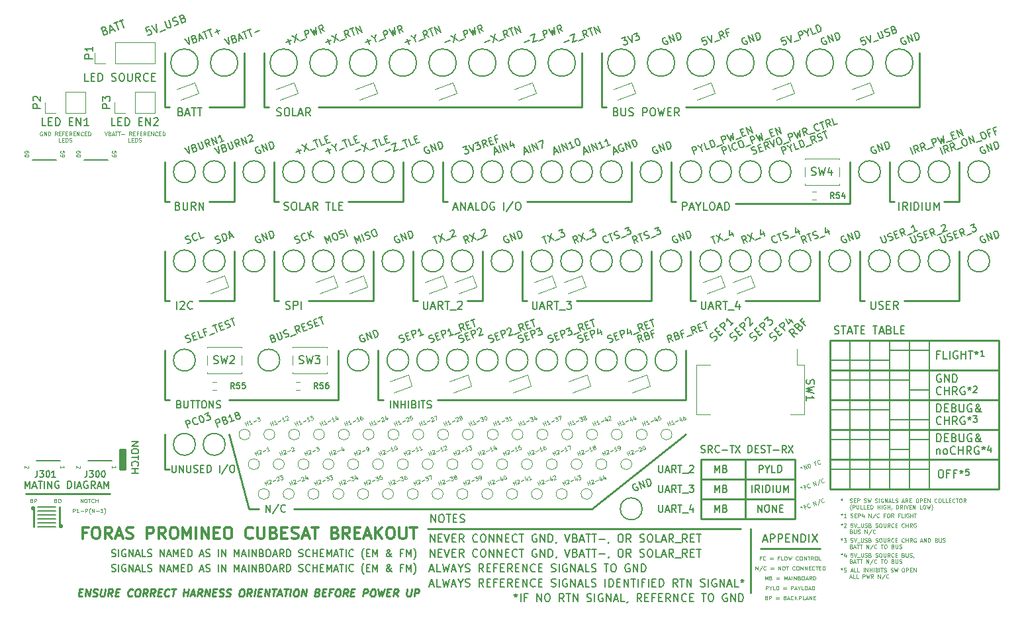
<source format=gbr>
%TF.GenerationSoftware,KiCad,Pcbnew,(6.0.5)*%
%TF.CreationDate,2023-01-12T09:35:21-05:00*%
%TF.ProjectId,breakout,62726561-6b6f-4757-942e-6b696361645f,rev?*%
%TF.SameCoordinates,Original*%
%TF.FileFunction,Legend,Top*%
%TF.FilePolarity,Positive*%
%FSLAX46Y46*%
G04 Gerber Fmt 4.6, Leading zero omitted, Abs format (unit mm)*
G04 Created by KiCad (PCBNEW (6.0.5)) date 2023-01-12 09:35:21*
%MOMM*%
%LPD*%
G01*
G04 APERTURE LIST*
%ADD10C,0.127000*%
%ADD11C,0.254000*%
%ADD12C,0.150000*%
%ADD13C,0.100000*%
%ADD14C,0.220000*%
%ADD15C,0.300000*%
%ADD16C,0.200000*%
%ADD17C,0.120000*%
G04 APERTURE END LIST*
D10*
X170180000Y-119380000D02*
X167640000Y-119380000D01*
D11*
X156210000Y-129540000D02*
X163830000Y-129540000D01*
X146685000Y-73025000D02*
X176530000Y-73025000D01*
X148590000Y-125730000D02*
X148590000Y-118110000D01*
D10*
X170180000Y-115570000D02*
X167640000Y-115570000D01*
D11*
X80010000Y-73025000D02*
X80645000Y-73025000D01*
X93980000Y-85090000D02*
X94615000Y-85090000D01*
X176530000Y-73025000D02*
X176530000Y-66040000D01*
X112395000Y-97790000D02*
X111760000Y-97790000D01*
X126365000Y-85090000D02*
X139700000Y-85090000D01*
D10*
X165100000Y-111760000D02*
X167640000Y-111760000D01*
D11*
X181610000Y-97790000D02*
X181610000Y-91440000D01*
X90170000Y-73025000D02*
X90170000Y-66040000D01*
D10*
X175260000Y-113030000D02*
X177800000Y-113030000D01*
D11*
X103505000Y-85090000D02*
X110490000Y-85090000D01*
X80010000Y-104140000D02*
X80010000Y-110490000D01*
X62992000Y-124206000D02*
X63246000Y-124206000D01*
D10*
X175260000Y-102870000D02*
X175260000Y-121920000D01*
X167640000Y-107950000D02*
X170180000Y-107950000D01*
D11*
X62230000Y-122555000D02*
X73025000Y-122555000D01*
X93475000Y-110490000D02*
X88265000Y-110490000D01*
X80010000Y-80010000D02*
X80010000Y-85090000D01*
X186690000Y-106680000D02*
X165100000Y-106680000D01*
X148590000Y-120650000D02*
X160655000Y-120650000D01*
D10*
X175260000Y-109220000D02*
X177800000Y-109220000D01*
D11*
X165100000Y-102870000D02*
X165100000Y-121920000D01*
X110490000Y-85090000D02*
X110490000Y-80010000D01*
X133350000Y-73025000D02*
X133350000Y-66040000D01*
X167640000Y-85344000D02*
X153035000Y-85344000D01*
X74295000Y-119380000D02*
X74930000Y-119380000D01*
X74295000Y-116840000D02*
X74295000Y-119380000D01*
D10*
X167640000Y-105410000D02*
X170180000Y-105410000D01*
D11*
X132715000Y-97790000D02*
X142240000Y-97790000D01*
X172720000Y-85090000D02*
X173355000Y-85090000D01*
X186690000Y-102870000D02*
X186690000Y-121920000D01*
X93980000Y-91440000D02*
X93980000Y-97790000D01*
X181610000Y-85090000D02*
X181610000Y-80010000D01*
D10*
X172720000Y-113030000D02*
X175260000Y-113030000D01*
X170180000Y-111760000D02*
X167640000Y-111760000D01*
D11*
X186690000Y-121920000D02*
X165100000Y-121920000D01*
D10*
X167640000Y-115570000D02*
X165100000Y-115570000D01*
D11*
X62992000Y-124206000D02*
X62992000Y-124460000D01*
X99695000Y-73025000D02*
X133350000Y-73025000D01*
X80645000Y-110490000D02*
X80010000Y-110490000D01*
D10*
X177800000Y-115570000D02*
X175260000Y-115570000D01*
D11*
X135890000Y-73025000D02*
X135890000Y-66040000D01*
X186690000Y-110490000D02*
X165100000Y-110490000D01*
X63246000Y-124206000D02*
X63246000Y-126746000D01*
D10*
X165100000Y-107950000D02*
X167640000Y-107950000D01*
D11*
X154305000Y-125730000D02*
X154305000Y-118110000D01*
X186690000Y-114300000D02*
X165100000Y-114300000D01*
X106680000Y-97790000D02*
X98425000Y-97790000D01*
X126365000Y-97790000D02*
X125730000Y-97790000D01*
X144780000Y-85090000D02*
X145415000Y-85090000D01*
D10*
X165100000Y-105410000D02*
X167640000Y-105410000D01*
D11*
X154305000Y-97790000D02*
X163802653Y-97790000D01*
X146685000Y-104140000D02*
X146685000Y-110490000D01*
X88900000Y-91440000D02*
X88900000Y-97790000D01*
X154940000Y-135255000D02*
X154940000Y-127000000D01*
X186690000Y-102870000D02*
X165100000Y-102870000D01*
X144780000Y-85090000D02*
X144780000Y-80010000D01*
D10*
X172720000Y-107950000D02*
X175260000Y-107950000D01*
X170180000Y-105410000D02*
X172720000Y-105410000D01*
X63754000Y-126746000D02*
X66040000Y-126746000D01*
D11*
X139700000Y-85090000D02*
X139700000Y-80010000D01*
X92710000Y-73025000D02*
X93345000Y-73025000D01*
X66802000Y-126746000D02*
X66802000Y-126492000D01*
X148590000Y-123190000D02*
X160655000Y-123190000D01*
X80010000Y-97790000D02*
X80645000Y-97790000D01*
D10*
X177800000Y-102870000D02*
X177800000Y-121920000D01*
D11*
X125730000Y-91440000D02*
X125730000Y-97790000D01*
X88265000Y-114935000D02*
X90805000Y-124460000D01*
X74295000Y-116840000D02*
X74930000Y-116840000D01*
X102235000Y-104140000D02*
X102235000Y-110490000D01*
D10*
X172720000Y-102870000D02*
X172720000Y-121920000D01*
X63754000Y-124206000D02*
X66040000Y-124206000D01*
D11*
X80010000Y-114935000D02*
X80010000Y-119380000D01*
X163802653Y-91429926D02*
X163802653Y-97790000D01*
X74930000Y-116840000D02*
X74930000Y-119380000D01*
X120650000Y-91440000D02*
X120650000Y-97790000D01*
X93980000Y-80010000D02*
X93980000Y-85090000D01*
X107315000Y-104140000D02*
X107315000Y-110490000D01*
X88900000Y-85090000D02*
X85725000Y-85090000D01*
X102235000Y-110490000D02*
X92840000Y-110490000D01*
D10*
X177800000Y-119380000D02*
X175260000Y-119380000D01*
D11*
X135890000Y-73025000D02*
X136525000Y-73025000D01*
X148590000Y-125730000D02*
X160655000Y-125730000D01*
X186690000Y-118110000D02*
X165100000Y-118110000D01*
X169545000Y-97790000D02*
X168910000Y-97790000D01*
X107950000Y-110490000D02*
X107315000Y-110490000D01*
X80010000Y-66040000D02*
X80010000Y-73025000D01*
X66802000Y-126746000D02*
X66548000Y-126746000D01*
X160655000Y-125730000D02*
X160655000Y-118110000D01*
X142240000Y-91440000D02*
X142240000Y-97790000D01*
D10*
X175260000Y-104140000D02*
X177800000Y-104140000D01*
D11*
X94615000Y-97790000D02*
X93980000Y-97790000D01*
X181610000Y-97790000D02*
X174625000Y-97790000D01*
X134620000Y-124460000D02*
X96520000Y-124460000D01*
D10*
X63754000Y-125730000D02*
X66040000Y-125730000D01*
D11*
X114935000Y-110490000D02*
X146685000Y-110490000D01*
X167640000Y-85344000D02*
X167640000Y-80010000D01*
X111760000Y-91440000D02*
X111760000Y-97790000D01*
D10*
X63754000Y-124714000D02*
X66040000Y-124714000D01*
D11*
X62992000Y-124460000D02*
X63246000Y-124460000D01*
X88900000Y-97790000D02*
X84455000Y-97790000D01*
D10*
X175260000Y-119380000D02*
X172720000Y-119380000D01*
D11*
X92710000Y-73025000D02*
X92710000Y-66040000D01*
X88900000Y-80010000D02*
X88900000Y-85090000D01*
D12*
X74930000Y-119380000D02*
X74295000Y-119380000D01*
X74295000Y-119380000D02*
X74295000Y-116840000D01*
X74295000Y-116840000D02*
X74930000Y-116840000D01*
X74930000Y-116840000D02*
X74930000Y-119380000D01*
G36*
X74930000Y-119380000D02*
G01*
X74295000Y-119380000D01*
X74295000Y-116840000D01*
X74930000Y-116840000D01*
X74930000Y-119380000D01*
G37*
D11*
X148590000Y-118110000D02*
X160655000Y-118110000D01*
X80010000Y-85090000D02*
X80645000Y-85090000D01*
X66548000Y-126746000D02*
X66548000Y-124206000D01*
X168910000Y-97790000D02*
X168910000Y-91440000D01*
D10*
X172720000Y-115570000D02*
X170180000Y-115570000D01*
D11*
X172720000Y-85090000D02*
X172720000Y-80010000D01*
D10*
X63754000Y-125222000D02*
X66040000Y-125222000D01*
X172720000Y-111760000D02*
X170180000Y-111760000D01*
X167640000Y-119380000D02*
X165100000Y-119380000D01*
X63750939Y-126232164D02*
X66036939Y-126232164D01*
X172720000Y-116840000D02*
X175260000Y-116840000D01*
D11*
X113665000Y-127000000D02*
X153670000Y-127000000D01*
X118745000Y-97790000D02*
X120650000Y-97790000D01*
D10*
X167640000Y-102870000D02*
X167640000Y-121920000D01*
D11*
X115570000Y-85090000D02*
X115570000Y-80010000D01*
X147955000Y-97790000D02*
X147292653Y-97790000D01*
X116205000Y-85090000D02*
X115570000Y-85090000D01*
X90170000Y-73025000D02*
X85725000Y-73025000D01*
X80010000Y-91440000D02*
X80010000Y-97790000D01*
X66802000Y-126492000D02*
X66548000Y-126492000D01*
D10*
X170180000Y-107950000D02*
X172720000Y-107950000D01*
X175260000Y-104140000D02*
X172720000Y-104140000D01*
X172720000Y-119380000D02*
X170180000Y-119380000D01*
D12*
X74295000Y-116840000D02*
X74930000Y-116840000D01*
X74930000Y-116840000D02*
X74930000Y-116840000D01*
X74930000Y-116840000D02*
X74295000Y-116840000D01*
X74295000Y-116840000D02*
X74295000Y-116840000D01*
D11*
X147292653Y-91429926D02*
X147292653Y-97790000D01*
D10*
X170180000Y-102870000D02*
X170180000Y-121920000D01*
D11*
X90805000Y-124460000D02*
X92075000Y-124460000D01*
X106680000Y-91440000D02*
X106680000Y-97790000D01*
X146685000Y-114935000D02*
X134620000Y-124460000D01*
X80010000Y-119380000D02*
X80645000Y-119380000D01*
X181610000Y-85090000D02*
X179705000Y-85090000D01*
D12*
X157969839Y-102952579D02*
X158104526Y-102885236D01*
X158272885Y-102716877D01*
X158306557Y-102615862D01*
X158306557Y-102548518D01*
X158272885Y-102447503D01*
X158205542Y-102380160D01*
X158104526Y-102346488D01*
X158037183Y-102346488D01*
X157936168Y-102380160D01*
X157767809Y-102481175D01*
X157666794Y-102514847D01*
X157599450Y-102514847D01*
X157498435Y-102481175D01*
X157431091Y-102413831D01*
X157397420Y-102312816D01*
X157397420Y-102245473D01*
X157431091Y-102144457D01*
X157599450Y-101976099D01*
X157734137Y-101908755D01*
X158340229Y-101908755D02*
X158575931Y-101673053D01*
X159047335Y-101942427D02*
X158710618Y-102279144D01*
X158003511Y-101572038D01*
X158340229Y-101235320D01*
X159350381Y-101639381D02*
X158643274Y-100932274D01*
X158912648Y-100662900D01*
X159013664Y-100629229D01*
X159081007Y-100629229D01*
X159182022Y-100662900D01*
X159283038Y-100763916D01*
X159316709Y-100864931D01*
X159316709Y-100932274D01*
X159283038Y-101033290D01*
X159013664Y-101302664D01*
X159889129Y-100157824D02*
X160360534Y-100629229D01*
X159451396Y-100056809D02*
X159788114Y-100730244D01*
X160225847Y-100292511D01*
D13*
X66067809Y-123408285D02*
X66139238Y-123432095D01*
X66163047Y-123455904D01*
X66186857Y-123503523D01*
X66186857Y-123574952D01*
X66163047Y-123622571D01*
X66139238Y-123646380D01*
X66091619Y-123670190D01*
X65901142Y-123670190D01*
X65901142Y-123170190D01*
X66067809Y-123170190D01*
X66115428Y-123194000D01*
X66139238Y-123217809D01*
X66163047Y-123265428D01*
X66163047Y-123313047D01*
X66139238Y-123360666D01*
X66115428Y-123384476D01*
X66067809Y-123408285D01*
X65901142Y-123408285D01*
X66496380Y-123170190D02*
X66591619Y-123170190D01*
X66639238Y-123194000D01*
X66686857Y-123241619D01*
X66710666Y-123336857D01*
X66710666Y-123503523D01*
X66686857Y-123598761D01*
X66639238Y-123646380D01*
X66591619Y-123670190D01*
X66496380Y-123670190D01*
X66448761Y-123646380D01*
X66401142Y-123598761D01*
X66377333Y-123503523D01*
X66377333Y-123336857D01*
X66401142Y-123241619D01*
X66448761Y-123194000D01*
X66496380Y-123170190D01*
X161436420Y-119035325D02*
X161477137Y-119147193D01*
X161348982Y-119143162D02*
X161477137Y-119147193D01*
X161572718Y-119061729D01*
X161442589Y-119261117D02*
X161477137Y-119147193D01*
X161576831Y-119212257D01*
X161898288Y-119399308D02*
X161727277Y-118929461D01*
X162166771Y-119301588D01*
X161995761Y-118831741D01*
X162308992Y-118717735D02*
X162398486Y-118685161D01*
X162451377Y-118691248D01*
X162512411Y-118719709D01*
X162567358Y-118801060D01*
X162624361Y-118957675D01*
X162634561Y-119055313D01*
X162606100Y-119116347D01*
X162569497Y-119155008D01*
X162480002Y-119187581D01*
X162427111Y-119181494D01*
X162366077Y-119153033D01*
X162311130Y-119071682D01*
X162254127Y-118915067D01*
X162243927Y-118817429D01*
X162272388Y-118756395D01*
X162308992Y-118717735D01*
X163307744Y-118607594D02*
X163151129Y-118664597D01*
X163240706Y-118910707D02*
X163069695Y-118440861D01*
X163293432Y-118359428D01*
X163895628Y-118621660D02*
X163881398Y-118652177D01*
X163822420Y-118698981D01*
X163777673Y-118715267D01*
X163702409Y-118717324D01*
X163641375Y-118688863D01*
X163602714Y-118652259D01*
X163547767Y-118570908D01*
X163523337Y-118503787D01*
X163513138Y-118406149D01*
X163519225Y-118353259D01*
X163547685Y-118292225D01*
X163606663Y-118245421D01*
X163651410Y-118229134D01*
X163726674Y-118227078D01*
X163757191Y-118241308D01*
X72307142Y-76158690D02*
X72473809Y-76658690D01*
X72640476Y-76158690D01*
X72973809Y-76396785D02*
X73045238Y-76420595D01*
X73069047Y-76444404D01*
X73092857Y-76492023D01*
X73092857Y-76563452D01*
X73069047Y-76611071D01*
X73045238Y-76634880D01*
X72997619Y-76658690D01*
X72807142Y-76658690D01*
X72807142Y-76158690D01*
X72973809Y-76158690D01*
X73021428Y-76182500D01*
X73045238Y-76206309D01*
X73069047Y-76253928D01*
X73069047Y-76301547D01*
X73045238Y-76349166D01*
X73021428Y-76372976D01*
X72973809Y-76396785D01*
X72807142Y-76396785D01*
X73283333Y-76515833D02*
X73521428Y-76515833D01*
X73235714Y-76658690D02*
X73402380Y-76158690D01*
X73569047Y-76658690D01*
X73664285Y-76158690D02*
X73950000Y-76158690D01*
X73807142Y-76658690D02*
X73807142Y-76158690D01*
X74045238Y-76158690D02*
X74330952Y-76158690D01*
X74188095Y-76658690D02*
X74188095Y-76158690D01*
X74497619Y-76468214D02*
X74878571Y-76468214D01*
X75783333Y-76658690D02*
X75616666Y-76420595D01*
X75497619Y-76658690D02*
X75497619Y-76158690D01*
X75688095Y-76158690D01*
X75735714Y-76182500D01*
X75759523Y-76206309D01*
X75783333Y-76253928D01*
X75783333Y-76325357D01*
X75759523Y-76372976D01*
X75735714Y-76396785D01*
X75688095Y-76420595D01*
X75497619Y-76420595D01*
X75997619Y-76396785D02*
X76164285Y-76396785D01*
X76235714Y-76658690D02*
X75997619Y-76658690D01*
X75997619Y-76158690D01*
X76235714Y-76158690D01*
X76616666Y-76396785D02*
X76450000Y-76396785D01*
X76450000Y-76658690D02*
X76450000Y-76158690D01*
X76688095Y-76158690D01*
X76878571Y-76396785D02*
X77045238Y-76396785D01*
X77116666Y-76658690D02*
X76878571Y-76658690D01*
X76878571Y-76158690D01*
X77116666Y-76158690D01*
X77616666Y-76658690D02*
X77450000Y-76420595D01*
X77330952Y-76658690D02*
X77330952Y-76158690D01*
X77521428Y-76158690D01*
X77569047Y-76182500D01*
X77592857Y-76206309D01*
X77616666Y-76253928D01*
X77616666Y-76325357D01*
X77592857Y-76372976D01*
X77569047Y-76396785D01*
X77521428Y-76420595D01*
X77330952Y-76420595D01*
X77830952Y-76396785D02*
X77997619Y-76396785D01*
X78069047Y-76658690D02*
X77830952Y-76658690D01*
X77830952Y-76158690D01*
X78069047Y-76158690D01*
X78283333Y-76658690D02*
X78283333Y-76158690D01*
X78569047Y-76658690D01*
X78569047Y-76158690D01*
X79092857Y-76611071D02*
X79069047Y-76634880D01*
X78997619Y-76658690D01*
X78950000Y-76658690D01*
X78878571Y-76634880D01*
X78830952Y-76587261D01*
X78807142Y-76539642D01*
X78783333Y-76444404D01*
X78783333Y-76372976D01*
X78807142Y-76277738D01*
X78830952Y-76230119D01*
X78878571Y-76182500D01*
X78950000Y-76158690D01*
X78997619Y-76158690D01*
X79069047Y-76182500D01*
X79092857Y-76206309D01*
X79307142Y-76396785D02*
X79473809Y-76396785D01*
X79545238Y-76658690D02*
X79307142Y-76658690D01*
X79307142Y-76158690D01*
X79545238Y-76158690D01*
X79759523Y-76658690D02*
X79759523Y-76158690D01*
X79878571Y-76158690D01*
X79950000Y-76182500D01*
X79997619Y-76230119D01*
X80021428Y-76277738D01*
X80045238Y-76372976D01*
X80045238Y-76444404D01*
X80021428Y-76539642D01*
X79997619Y-76587261D01*
X79950000Y-76634880D01*
X79878571Y-76658690D01*
X79759523Y-76658690D01*
X75640476Y-77463690D02*
X75402380Y-77463690D01*
X75402380Y-76963690D01*
X75807142Y-77201785D02*
X75973809Y-77201785D01*
X76045238Y-77463690D02*
X75807142Y-77463690D01*
X75807142Y-76963690D01*
X76045238Y-76963690D01*
X76259523Y-77463690D02*
X76259523Y-76963690D01*
X76378571Y-76963690D01*
X76450000Y-76987500D01*
X76497619Y-77035119D01*
X76521428Y-77082738D01*
X76545238Y-77177976D01*
X76545238Y-77249404D01*
X76521428Y-77344642D01*
X76497619Y-77392261D01*
X76450000Y-77439880D01*
X76378571Y-77463690D01*
X76259523Y-77463690D01*
X76735714Y-77439880D02*
X76807142Y-77463690D01*
X76926190Y-77463690D01*
X76973809Y-77439880D01*
X76997619Y-77416071D01*
X77021428Y-77368452D01*
X77021428Y-77320833D01*
X76997619Y-77273214D01*
X76973809Y-77249404D01*
X76926190Y-77225595D01*
X76830952Y-77201785D01*
X76783333Y-77177976D01*
X76759523Y-77154166D01*
X76735714Y-77106547D01*
X76735714Y-77058928D01*
X76759523Y-77011309D01*
X76783333Y-76987500D01*
X76830952Y-76963690D01*
X76950000Y-76963690D01*
X77021428Y-76987500D01*
D12*
X81573809Y-98877380D02*
X81573809Y-97877380D01*
X82002380Y-97972619D02*
X82050000Y-97925000D01*
X82145238Y-97877380D01*
X82383333Y-97877380D01*
X82478571Y-97925000D01*
X82526190Y-97972619D01*
X82573809Y-98067857D01*
X82573809Y-98163095D01*
X82526190Y-98305952D01*
X81954761Y-98877380D01*
X82573809Y-98877380D01*
X83573809Y-98782142D02*
X83526190Y-98829761D01*
X83383333Y-98877380D01*
X83288095Y-98877380D01*
X83145238Y-98829761D01*
X83050000Y-98734523D01*
X83002380Y-98639285D01*
X82954761Y-98448809D01*
X82954761Y-98305952D01*
X83002380Y-98115476D01*
X83050000Y-98020238D01*
X83145238Y-97925000D01*
X83288095Y-97877380D01*
X83383333Y-97877380D01*
X83526190Y-97925000D01*
X83573809Y-97972619D01*
X70295000Y-69667380D02*
X69818809Y-69667380D01*
X69818809Y-68667380D01*
X70628333Y-69143571D02*
X70961666Y-69143571D01*
X71104523Y-69667380D02*
X70628333Y-69667380D01*
X70628333Y-68667380D01*
X71104523Y-68667380D01*
X71533095Y-69667380D02*
X71533095Y-68667380D01*
X71771190Y-68667380D01*
X71914047Y-68715000D01*
X72009285Y-68810238D01*
X72056904Y-68905476D01*
X72104523Y-69095952D01*
X72104523Y-69238809D01*
X72056904Y-69429285D01*
X72009285Y-69524523D01*
X71914047Y-69619761D01*
X71771190Y-69667380D01*
X71533095Y-69667380D01*
X73247380Y-69619761D02*
X73390238Y-69667380D01*
X73628333Y-69667380D01*
X73723571Y-69619761D01*
X73771190Y-69572142D01*
X73818809Y-69476904D01*
X73818809Y-69381666D01*
X73771190Y-69286428D01*
X73723571Y-69238809D01*
X73628333Y-69191190D01*
X73437857Y-69143571D01*
X73342619Y-69095952D01*
X73295000Y-69048333D01*
X73247380Y-68953095D01*
X73247380Y-68857857D01*
X73295000Y-68762619D01*
X73342619Y-68715000D01*
X73437857Y-68667380D01*
X73675952Y-68667380D01*
X73818809Y-68715000D01*
X74437857Y-68667380D02*
X74628333Y-68667380D01*
X74723571Y-68715000D01*
X74818809Y-68810238D01*
X74866428Y-69000714D01*
X74866428Y-69334047D01*
X74818809Y-69524523D01*
X74723571Y-69619761D01*
X74628333Y-69667380D01*
X74437857Y-69667380D01*
X74342619Y-69619761D01*
X74247380Y-69524523D01*
X74199761Y-69334047D01*
X74199761Y-69000714D01*
X74247380Y-68810238D01*
X74342619Y-68715000D01*
X74437857Y-68667380D01*
X75295000Y-68667380D02*
X75295000Y-69476904D01*
X75342619Y-69572142D01*
X75390238Y-69619761D01*
X75485476Y-69667380D01*
X75675952Y-69667380D01*
X75771190Y-69619761D01*
X75818809Y-69572142D01*
X75866428Y-69476904D01*
X75866428Y-68667380D01*
X76914047Y-69667380D02*
X76580714Y-69191190D01*
X76342619Y-69667380D02*
X76342619Y-68667380D01*
X76723571Y-68667380D01*
X76818809Y-68715000D01*
X76866428Y-68762619D01*
X76914047Y-68857857D01*
X76914047Y-69000714D01*
X76866428Y-69095952D01*
X76818809Y-69143571D01*
X76723571Y-69191190D01*
X76342619Y-69191190D01*
X77914047Y-69572142D02*
X77866428Y-69619761D01*
X77723571Y-69667380D01*
X77628333Y-69667380D01*
X77485476Y-69619761D01*
X77390238Y-69524523D01*
X77342619Y-69429285D01*
X77295000Y-69238809D01*
X77295000Y-69095952D01*
X77342619Y-68905476D01*
X77390238Y-68810238D01*
X77485476Y-68715000D01*
X77628333Y-68667380D01*
X77723571Y-68667380D01*
X77866428Y-68715000D01*
X77914047Y-68762619D01*
X78342619Y-69143571D02*
X78675952Y-69143571D01*
X78818809Y-69667380D02*
X78342619Y-69667380D01*
X78342619Y-68667380D01*
X78818809Y-68667380D01*
X127087619Y-97877380D02*
X127087619Y-98686904D01*
X127135238Y-98782142D01*
X127182857Y-98829761D01*
X127278095Y-98877380D01*
X127468571Y-98877380D01*
X127563809Y-98829761D01*
X127611428Y-98782142D01*
X127659047Y-98686904D01*
X127659047Y-97877380D01*
X128087619Y-98591666D02*
X128563809Y-98591666D01*
X127992380Y-98877380D02*
X128325714Y-97877380D01*
X128659047Y-98877380D01*
X129563809Y-98877380D02*
X129230476Y-98401190D01*
X128992380Y-98877380D02*
X128992380Y-97877380D01*
X129373333Y-97877380D01*
X129468571Y-97925000D01*
X129516190Y-97972619D01*
X129563809Y-98067857D01*
X129563809Y-98210714D01*
X129516190Y-98305952D01*
X129468571Y-98353571D01*
X129373333Y-98401190D01*
X128992380Y-98401190D01*
X129849523Y-97877380D02*
X130420952Y-97877380D01*
X130135238Y-98877380D02*
X130135238Y-97877380D01*
X130516190Y-98972619D02*
X131278095Y-98972619D01*
X131420952Y-97877380D02*
X132040000Y-97877380D01*
X131706666Y-98258333D01*
X131849523Y-98258333D01*
X131944761Y-98305952D01*
X131992380Y-98353571D01*
X132040000Y-98448809D01*
X132040000Y-98686904D01*
X131992380Y-98782142D01*
X131944761Y-98829761D01*
X131849523Y-98877380D01*
X131563809Y-98877380D01*
X131468571Y-98829761D01*
X131420952Y-98782142D01*
X113117619Y-97877380D02*
X113117619Y-98686904D01*
X113165238Y-98782142D01*
X113212857Y-98829761D01*
X113308095Y-98877380D01*
X113498571Y-98877380D01*
X113593809Y-98829761D01*
X113641428Y-98782142D01*
X113689047Y-98686904D01*
X113689047Y-97877380D01*
X114117619Y-98591666D02*
X114593809Y-98591666D01*
X114022380Y-98877380D02*
X114355714Y-97877380D01*
X114689047Y-98877380D01*
X115593809Y-98877380D02*
X115260476Y-98401190D01*
X115022380Y-98877380D02*
X115022380Y-97877380D01*
X115403333Y-97877380D01*
X115498571Y-97925000D01*
X115546190Y-97972619D01*
X115593809Y-98067857D01*
X115593809Y-98210714D01*
X115546190Y-98305952D01*
X115498571Y-98353571D01*
X115403333Y-98401190D01*
X115022380Y-98401190D01*
X115879523Y-97877380D02*
X116450952Y-97877380D01*
X116165238Y-98877380D02*
X116165238Y-97877380D01*
X116546190Y-98972619D02*
X117308095Y-98972619D01*
X117498571Y-97972619D02*
X117546190Y-97925000D01*
X117641428Y-97877380D01*
X117879523Y-97877380D01*
X117974761Y-97925000D01*
X118022380Y-97972619D01*
X118070000Y-98067857D01*
X118070000Y-98163095D01*
X118022380Y-98305952D01*
X117450952Y-98877380D01*
X118070000Y-98877380D01*
D13*
X156996190Y-135854285D02*
X157067619Y-135878095D01*
X157091428Y-135901904D01*
X157115238Y-135949523D01*
X157115238Y-136020952D01*
X157091428Y-136068571D01*
X157067619Y-136092380D01*
X157020000Y-136116190D01*
X156829523Y-136116190D01*
X156829523Y-135616190D01*
X156996190Y-135616190D01*
X157043809Y-135640000D01*
X157067619Y-135663809D01*
X157091428Y-135711428D01*
X157091428Y-135759047D01*
X157067619Y-135806666D01*
X157043809Y-135830476D01*
X156996190Y-135854285D01*
X156829523Y-135854285D01*
X157329523Y-136116190D02*
X157329523Y-135616190D01*
X157520000Y-135616190D01*
X157567619Y-135640000D01*
X157591428Y-135663809D01*
X157615238Y-135711428D01*
X157615238Y-135782857D01*
X157591428Y-135830476D01*
X157567619Y-135854285D01*
X157520000Y-135878095D01*
X157329523Y-135878095D01*
X158210476Y-135854285D02*
X158591428Y-135854285D01*
X158591428Y-135997142D02*
X158210476Y-135997142D01*
X159377142Y-135854285D02*
X159448571Y-135878095D01*
X159472380Y-135901904D01*
X159496190Y-135949523D01*
X159496190Y-136020952D01*
X159472380Y-136068571D01*
X159448571Y-136092380D01*
X159400952Y-136116190D01*
X159210476Y-136116190D01*
X159210476Y-135616190D01*
X159377142Y-135616190D01*
X159424761Y-135640000D01*
X159448571Y-135663809D01*
X159472380Y-135711428D01*
X159472380Y-135759047D01*
X159448571Y-135806666D01*
X159424761Y-135830476D01*
X159377142Y-135854285D01*
X159210476Y-135854285D01*
X159686666Y-135973333D02*
X159924761Y-135973333D01*
X159639047Y-136116190D02*
X159805714Y-135616190D01*
X159972380Y-136116190D01*
X160424761Y-136068571D02*
X160400952Y-136092380D01*
X160329523Y-136116190D01*
X160281904Y-136116190D01*
X160210476Y-136092380D01*
X160162857Y-136044761D01*
X160139047Y-135997142D01*
X160115238Y-135901904D01*
X160115238Y-135830476D01*
X160139047Y-135735238D01*
X160162857Y-135687619D01*
X160210476Y-135640000D01*
X160281904Y-135616190D01*
X160329523Y-135616190D01*
X160400952Y-135640000D01*
X160424761Y-135663809D01*
X160639047Y-136116190D02*
X160639047Y-135616190D01*
X160924761Y-136116190D02*
X160710476Y-135830476D01*
X160924761Y-135616190D02*
X160639047Y-135901904D01*
X161139047Y-136116190D02*
X161139047Y-135616190D01*
X161329523Y-135616190D01*
X161377142Y-135640000D01*
X161400952Y-135663809D01*
X161424761Y-135711428D01*
X161424761Y-135782857D01*
X161400952Y-135830476D01*
X161377142Y-135854285D01*
X161329523Y-135878095D01*
X161139047Y-135878095D01*
X161877142Y-136116190D02*
X161639047Y-136116190D01*
X161639047Y-135616190D01*
X162020000Y-135973333D02*
X162258095Y-135973333D01*
X161972380Y-136116190D02*
X162139047Y-135616190D01*
X162305714Y-136116190D01*
X162472380Y-136116190D02*
X162472380Y-135616190D01*
X162758095Y-136116190D01*
X162758095Y-135616190D01*
X162996190Y-135854285D02*
X163162857Y-135854285D01*
X163234285Y-136116190D02*
X162996190Y-136116190D01*
X162996190Y-135616190D01*
X163234285Y-135616190D01*
D12*
X155429839Y-102952579D02*
X155564526Y-102885236D01*
X155732885Y-102716877D01*
X155766557Y-102615862D01*
X155766557Y-102548518D01*
X155732885Y-102447503D01*
X155665542Y-102380160D01*
X155564526Y-102346488D01*
X155497183Y-102346488D01*
X155396168Y-102380160D01*
X155227809Y-102481175D01*
X155126794Y-102514847D01*
X155059450Y-102514847D01*
X154958435Y-102481175D01*
X154891091Y-102413831D01*
X154857420Y-102312816D01*
X154857420Y-102245473D01*
X154891091Y-102144457D01*
X155059450Y-101976099D01*
X155194137Y-101908755D01*
X155800229Y-101908755D02*
X156035931Y-101673053D01*
X156507335Y-101942427D02*
X156170618Y-102279144D01*
X155463511Y-101572038D01*
X155800229Y-101235320D01*
X156810381Y-101639381D02*
X156103274Y-100932274D01*
X156372648Y-100662900D01*
X156473664Y-100629229D01*
X156541007Y-100629229D01*
X156642022Y-100662900D01*
X156743038Y-100763916D01*
X156776709Y-100864931D01*
X156776709Y-100932274D01*
X156743038Y-101033290D01*
X156473664Y-101302664D01*
X156743038Y-100292511D02*
X157180770Y-99854778D01*
X157214442Y-100359855D01*
X157315457Y-100258839D01*
X157416473Y-100225168D01*
X157483816Y-100225168D01*
X157584831Y-100258839D01*
X157753190Y-100427198D01*
X157786862Y-100528213D01*
X157786862Y-100595557D01*
X157753190Y-100696572D01*
X157551160Y-100898603D01*
X157450144Y-100932274D01*
X157382801Y-100932274D01*
X146248809Y-86177380D02*
X146248809Y-85177380D01*
X146629761Y-85177380D01*
X146725000Y-85225000D01*
X146772619Y-85272619D01*
X146820238Y-85367857D01*
X146820238Y-85510714D01*
X146772619Y-85605952D01*
X146725000Y-85653571D01*
X146629761Y-85701190D01*
X146248809Y-85701190D01*
X147201190Y-85891666D02*
X147677380Y-85891666D01*
X147105952Y-86177380D02*
X147439285Y-85177380D01*
X147772619Y-86177380D01*
X148296428Y-85701190D02*
X148296428Y-86177380D01*
X147963095Y-85177380D02*
X148296428Y-85701190D01*
X148629761Y-85177380D01*
X149439285Y-86177380D02*
X148963095Y-86177380D01*
X148963095Y-85177380D01*
X149963095Y-85177380D02*
X150153571Y-85177380D01*
X150248809Y-85225000D01*
X150344047Y-85320238D01*
X150391666Y-85510714D01*
X150391666Y-85844047D01*
X150344047Y-86034523D01*
X150248809Y-86129761D01*
X150153571Y-86177380D01*
X149963095Y-86177380D01*
X149867857Y-86129761D01*
X149772619Y-86034523D01*
X149725000Y-85844047D01*
X149725000Y-85510714D01*
X149772619Y-85320238D01*
X149867857Y-85225000D01*
X149963095Y-85177380D01*
X150772619Y-85891666D02*
X151248809Y-85891666D01*
X150677380Y-86177380D02*
X151010714Y-85177380D01*
X151344047Y-86177380D01*
X151677380Y-86177380D02*
X151677380Y-85177380D01*
X151915476Y-85177380D01*
X152058333Y-85225000D01*
X152153571Y-85320238D01*
X152201190Y-85415476D01*
X152248809Y-85605952D01*
X152248809Y-85748809D01*
X152201190Y-85939285D01*
X152153571Y-86034523D01*
X152058333Y-86129761D01*
X151915476Y-86177380D01*
X151677380Y-86177380D01*
D13*
X166625476Y-125053690D02*
X166625476Y-125172738D01*
X166506428Y-125125119D02*
X166625476Y-125172738D01*
X166744523Y-125125119D01*
X166554047Y-125267976D02*
X166625476Y-125172738D01*
X166696904Y-125267976D01*
X167196904Y-125553690D02*
X166911190Y-125553690D01*
X167054047Y-125553690D02*
X167054047Y-125053690D01*
X167006428Y-125125119D01*
X166958809Y-125172738D01*
X166911190Y-125196547D01*
X167768333Y-125529880D02*
X167839761Y-125553690D01*
X167958809Y-125553690D01*
X168006428Y-125529880D01*
X168030238Y-125506071D01*
X168054047Y-125458452D01*
X168054047Y-125410833D01*
X168030238Y-125363214D01*
X168006428Y-125339404D01*
X167958809Y-125315595D01*
X167863571Y-125291785D01*
X167815952Y-125267976D01*
X167792142Y-125244166D01*
X167768333Y-125196547D01*
X167768333Y-125148928D01*
X167792142Y-125101309D01*
X167815952Y-125077500D01*
X167863571Y-125053690D01*
X167982619Y-125053690D01*
X168054047Y-125077500D01*
X168268333Y-125291785D02*
X168435000Y-125291785D01*
X168506428Y-125553690D02*
X168268333Y-125553690D01*
X168268333Y-125053690D01*
X168506428Y-125053690D01*
X168720714Y-125553690D02*
X168720714Y-125053690D01*
X168911190Y-125053690D01*
X168958809Y-125077500D01*
X168982619Y-125101309D01*
X169006428Y-125148928D01*
X169006428Y-125220357D01*
X168982619Y-125267976D01*
X168958809Y-125291785D01*
X168911190Y-125315595D01*
X168720714Y-125315595D01*
X169435000Y-125220357D02*
X169435000Y-125553690D01*
X169315952Y-125029880D02*
X169196904Y-125387023D01*
X169506428Y-125387023D01*
X170077857Y-125553690D02*
X170077857Y-125053690D01*
X170363571Y-125553690D01*
X170363571Y-125053690D01*
X170958809Y-125029880D02*
X170530238Y-125672738D01*
X171411190Y-125506071D02*
X171387380Y-125529880D01*
X171315952Y-125553690D01*
X171268333Y-125553690D01*
X171196904Y-125529880D01*
X171149285Y-125482261D01*
X171125476Y-125434642D01*
X171101666Y-125339404D01*
X171101666Y-125267976D01*
X171125476Y-125172738D01*
X171149285Y-125125119D01*
X171196904Y-125077500D01*
X171268333Y-125053690D01*
X171315952Y-125053690D01*
X171387380Y-125077500D01*
X171411190Y-125101309D01*
X172173095Y-125291785D02*
X172006428Y-125291785D01*
X172006428Y-125553690D02*
X172006428Y-125053690D01*
X172244523Y-125053690D01*
X172530238Y-125053690D02*
X172625476Y-125053690D01*
X172673095Y-125077500D01*
X172720714Y-125125119D01*
X172744523Y-125220357D01*
X172744523Y-125387023D01*
X172720714Y-125482261D01*
X172673095Y-125529880D01*
X172625476Y-125553690D01*
X172530238Y-125553690D01*
X172482619Y-125529880D01*
X172435000Y-125482261D01*
X172411190Y-125387023D01*
X172411190Y-125220357D01*
X172435000Y-125125119D01*
X172482619Y-125077500D01*
X172530238Y-125053690D01*
X173244523Y-125553690D02*
X173077857Y-125315595D01*
X172958809Y-125553690D02*
X172958809Y-125053690D01*
X173149285Y-125053690D01*
X173196904Y-125077500D01*
X173220714Y-125101309D01*
X173244523Y-125148928D01*
X173244523Y-125220357D01*
X173220714Y-125267976D01*
X173196904Y-125291785D01*
X173149285Y-125315595D01*
X172958809Y-125315595D01*
X174006428Y-125291785D02*
X173839761Y-125291785D01*
X173839761Y-125553690D02*
X173839761Y-125053690D01*
X174077857Y-125053690D01*
X174506428Y-125553690D02*
X174268333Y-125553690D01*
X174268333Y-125053690D01*
X174673095Y-125553690D02*
X174673095Y-125053690D01*
X175173095Y-125077500D02*
X175125476Y-125053690D01*
X175054047Y-125053690D01*
X174982619Y-125077500D01*
X174935000Y-125125119D01*
X174911190Y-125172738D01*
X174887380Y-125267976D01*
X174887380Y-125339404D01*
X174911190Y-125434642D01*
X174935000Y-125482261D01*
X174982619Y-125529880D01*
X175054047Y-125553690D01*
X175101666Y-125553690D01*
X175173095Y-125529880D01*
X175196904Y-125506071D01*
X175196904Y-125339404D01*
X175101666Y-125339404D01*
X175411190Y-125553690D02*
X175411190Y-125053690D01*
X175411190Y-125291785D02*
X175696904Y-125291785D01*
X175696904Y-125553690D02*
X175696904Y-125053690D01*
X175863571Y-125053690D02*
X176149285Y-125053690D01*
X176006428Y-125553690D02*
X176006428Y-125053690D01*
X166625476Y-128228690D02*
X166625476Y-128347738D01*
X166506428Y-128300119D02*
X166625476Y-128347738D01*
X166744523Y-128300119D01*
X166554047Y-128442976D02*
X166625476Y-128347738D01*
X166696904Y-128442976D01*
X166887380Y-128228690D02*
X167196904Y-128228690D01*
X167030238Y-128419166D01*
X167101666Y-128419166D01*
X167149285Y-128442976D01*
X167173095Y-128466785D01*
X167196904Y-128514404D01*
X167196904Y-128633452D01*
X167173095Y-128681071D01*
X167149285Y-128704880D01*
X167101666Y-128728690D01*
X166958809Y-128728690D01*
X166911190Y-128704880D01*
X166887380Y-128681071D01*
X168030238Y-128228690D02*
X167792142Y-128228690D01*
X167768333Y-128466785D01*
X167792142Y-128442976D01*
X167839761Y-128419166D01*
X167958809Y-128419166D01*
X168006428Y-128442976D01*
X168030238Y-128466785D01*
X168054047Y-128514404D01*
X168054047Y-128633452D01*
X168030238Y-128681071D01*
X168006428Y-128704880D01*
X167958809Y-128728690D01*
X167839761Y-128728690D01*
X167792142Y-128704880D01*
X167768333Y-128681071D01*
X168196904Y-128228690D02*
X168363571Y-128728690D01*
X168530238Y-128228690D01*
X168577857Y-128776309D02*
X168958809Y-128776309D01*
X169077857Y-128228690D02*
X169077857Y-128633452D01*
X169101666Y-128681071D01*
X169125476Y-128704880D01*
X169173095Y-128728690D01*
X169268333Y-128728690D01*
X169315952Y-128704880D01*
X169339761Y-128681071D01*
X169363571Y-128633452D01*
X169363571Y-128228690D01*
X169577857Y-128704880D02*
X169649285Y-128728690D01*
X169768333Y-128728690D01*
X169815952Y-128704880D01*
X169839761Y-128681071D01*
X169863571Y-128633452D01*
X169863571Y-128585833D01*
X169839761Y-128538214D01*
X169815952Y-128514404D01*
X169768333Y-128490595D01*
X169673095Y-128466785D01*
X169625476Y-128442976D01*
X169601666Y-128419166D01*
X169577857Y-128371547D01*
X169577857Y-128323928D01*
X169601666Y-128276309D01*
X169625476Y-128252500D01*
X169673095Y-128228690D01*
X169792142Y-128228690D01*
X169863571Y-128252500D01*
X170244523Y-128466785D02*
X170315952Y-128490595D01*
X170339761Y-128514404D01*
X170363571Y-128562023D01*
X170363571Y-128633452D01*
X170339761Y-128681071D01*
X170315952Y-128704880D01*
X170268333Y-128728690D01*
X170077857Y-128728690D01*
X170077857Y-128228690D01*
X170244523Y-128228690D01*
X170292142Y-128252500D01*
X170315952Y-128276309D01*
X170339761Y-128323928D01*
X170339761Y-128371547D01*
X170315952Y-128419166D01*
X170292142Y-128442976D01*
X170244523Y-128466785D01*
X170077857Y-128466785D01*
X170935000Y-128704880D02*
X171006428Y-128728690D01*
X171125476Y-128728690D01*
X171173095Y-128704880D01*
X171196904Y-128681071D01*
X171220714Y-128633452D01*
X171220714Y-128585833D01*
X171196904Y-128538214D01*
X171173095Y-128514404D01*
X171125476Y-128490595D01*
X171030238Y-128466785D01*
X170982619Y-128442976D01*
X170958809Y-128419166D01*
X170935000Y-128371547D01*
X170935000Y-128323928D01*
X170958809Y-128276309D01*
X170982619Y-128252500D01*
X171030238Y-128228690D01*
X171149285Y-128228690D01*
X171220714Y-128252500D01*
X171530238Y-128228690D02*
X171625476Y-128228690D01*
X171673095Y-128252500D01*
X171720714Y-128300119D01*
X171744523Y-128395357D01*
X171744523Y-128562023D01*
X171720714Y-128657261D01*
X171673095Y-128704880D01*
X171625476Y-128728690D01*
X171530238Y-128728690D01*
X171482619Y-128704880D01*
X171435000Y-128657261D01*
X171411190Y-128562023D01*
X171411190Y-128395357D01*
X171435000Y-128300119D01*
X171482619Y-128252500D01*
X171530238Y-128228690D01*
X171958809Y-128228690D02*
X171958809Y-128633452D01*
X171982619Y-128681071D01*
X172006428Y-128704880D01*
X172054047Y-128728690D01*
X172149285Y-128728690D01*
X172196904Y-128704880D01*
X172220714Y-128681071D01*
X172244523Y-128633452D01*
X172244523Y-128228690D01*
X172768333Y-128728690D02*
X172601666Y-128490595D01*
X172482619Y-128728690D02*
X172482619Y-128228690D01*
X172673095Y-128228690D01*
X172720714Y-128252500D01*
X172744523Y-128276309D01*
X172768333Y-128323928D01*
X172768333Y-128395357D01*
X172744523Y-128442976D01*
X172720714Y-128466785D01*
X172673095Y-128490595D01*
X172482619Y-128490595D01*
X173268333Y-128681071D02*
X173244523Y-128704880D01*
X173173095Y-128728690D01*
X173125476Y-128728690D01*
X173054047Y-128704880D01*
X173006428Y-128657261D01*
X172982619Y-128609642D01*
X172958809Y-128514404D01*
X172958809Y-128442976D01*
X172982619Y-128347738D01*
X173006428Y-128300119D01*
X173054047Y-128252500D01*
X173125476Y-128228690D01*
X173173095Y-128228690D01*
X173244523Y-128252500D01*
X173268333Y-128276309D01*
X173482619Y-128466785D02*
X173649285Y-128466785D01*
X173720714Y-128728690D02*
X173482619Y-128728690D01*
X173482619Y-128228690D01*
X173720714Y-128228690D01*
X174601666Y-128681071D02*
X174577857Y-128704880D01*
X174506428Y-128728690D01*
X174458809Y-128728690D01*
X174387380Y-128704880D01*
X174339761Y-128657261D01*
X174315952Y-128609642D01*
X174292142Y-128514404D01*
X174292142Y-128442976D01*
X174315952Y-128347738D01*
X174339761Y-128300119D01*
X174387380Y-128252500D01*
X174458809Y-128228690D01*
X174506428Y-128228690D01*
X174577857Y-128252500D01*
X174601666Y-128276309D01*
X174815952Y-128728690D02*
X174815952Y-128228690D01*
X174815952Y-128466785D02*
X175101666Y-128466785D01*
X175101666Y-128728690D02*
X175101666Y-128228690D01*
X175625476Y-128728690D02*
X175458809Y-128490595D01*
X175339761Y-128728690D02*
X175339761Y-128228690D01*
X175530238Y-128228690D01*
X175577857Y-128252500D01*
X175601666Y-128276309D01*
X175625476Y-128323928D01*
X175625476Y-128395357D01*
X175601666Y-128442976D01*
X175577857Y-128466785D01*
X175530238Y-128490595D01*
X175339761Y-128490595D01*
X176101666Y-128252500D02*
X176054047Y-128228690D01*
X175982619Y-128228690D01*
X175911190Y-128252500D01*
X175863571Y-128300119D01*
X175839761Y-128347738D01*
X175815952Y-128442976D01*
X175815952Y-128514404D01*
X175839761Y-128609642D01*
X175863571Y-128657261D01*
X175911190Y-128704880D01*
X175982619Y-128728690D01*
X176030238Y-128728690D01*
X176101666Y-128704880D01*
X176125476Y-128681071D01*
X176125476Y-128514404D01*
X176030238Y-128514404D01*
X176696904Y-128585833D02*
X176935000Y-128585833D01*
X176649285Y-128728690D02*
X176815952Y-128228690D01*
X176982619Y-128728690D01*
X177149285Y-128728690D02*
X177149285Y-128228690D01*
X177435000Y-128728690D01*
X177435000Y-128228690D01*
X177673095Y-128728690D02*
X177673095Y-128228690D01*
X177792142Y-128228690D01*
X177863571Y-128252500D01*
X177911190Y-128300119D01*
X177935000Y-128347738D01*
X177958809Y-128442976D01*
X177958809Y-128514404D01*
X177935000Y-128609642D01*
X177911190Y-128657261D01*
X177863571Y-128704880D01*
X177792142Y-128728690D01*
X177673095Y-128728690D01*
X178720714Y-128466785D02*
X178792142Y-128490595D01*
X178815952Y-128514404D01*
X178839761Y-128562023D01*
X178839761Y-128633452D01*
X178815952Y-128681071D01*
X178792142Y-128704880D01*
X178744523Y-128728690D01*
X178554047Y-128728690D01*
X178554047Y-128228690D01*
X178720714Y-128228690D01*
X178768333Y-128252500D01*
X178792142Y-128276309D01*
X178815952Y-128323928D01*
X178815952Y-128371547D01*
X178792142Y-128419166D01*
X178768333Y-128442976D01*
X178720714Y-128466785D01*
X178554047Y-128466785D01*
X179054047Y-128228690D02*
X179054047Y-128633452D01*
X179077857Y-128681071D01*
X179101666Y-128704880D01*
X179149285Y-128728690D01*
X179244523Y-128728690D01*
X179292142Y-128704880D01*
X179315952Y-128681071D01*
X179339761Y-128633452D01*
X179339761Y-128228690D01*
X179554047Y-128704880D02*
X179625476Y-128728690D01*
X179744523Y-128728690D01*
X179792142Y-128704880D01*
X179815952Y-128681071D01*
X179839761Y-128633452D01*
X179839761Y-128585833D01*
X179815952Y-128538214D01*
X179792142Y-128514404D01*
X179744523Y-128490595D01*
X179649285Y-128466785D01*
X179601666Y-128442976D01*
X179577857Y-128419166D01*
X179554047Y-128371547D01*
X179554047Y-128323928D01*
X179577857Y-128276309D01*
X179601666Y-128252500D01*
X179649285Y-128228690D01*
X179768333Y-128228690D01*
X179839761Y-128252500D01*
X167863571Y-129271785D02*
X167935000Y-129295595D01*
X167958809Y-129319404D01*
X167982619Y-129367023D01*
X167982619Y-129438452D01*
X167958809Y-129486071D01*
X167935000Y-129509880D01*
X167887380Y-129533690D01*
X167696904Y-129533690D01*
X167696904Y-129033690D01*
X167863571Y-129033690D01*
X167911190Y-129057500D01*
X167935000Y-129081309D01*
X167958809Y-129128928D01*
X167958809Y-129176547D01*
X167935000Y-129224166D01*
X167911190Y-129247976D01*
X167863571Y-129271785D01*
X167696904Y-129271785D01*
X168173095Y-129390833D02*
X168411190Y-129390833D01*
X168125476Y-129533690D02*
X168292142Y-129033690D01*
X168458809Y-129533690D01*
X168554047Y-129033690D02*
X168839761Y-129033690D01*
X168696904Y-129533690D02*
X168696904Y-129033690D01*
X168935000Y-129033690D02*
X169220714Y-129033690D01*
X169077857Y-129533690D02*
X169077857Y-129033690D01*
X169768333Y-129533690D02*
X169768333Y-129033690D01*
X170054047Y-129533690D01*
X170054047Y-129033690D01*
X170649285Y-129009880D02*
X170220714Y-129652738D01*
X171101666Y-129486071D02*
X171077857Y-129509880D01*
X171006428Y-129533690D01*
X170958809Y-129533690D01*
X170887380Y-129509880D01*
X170839761Y-129462261D01*
X170815952Y-129414642D01*
X170792142Y-129319404D01*
X170792142Y-129247976D01*
X170815952Y-129152738D01*
X170839761Y-129105119D01*
X170887380Y-129057500D01*
X170958809Y-129033690D01*
X171006428Y-129033690D01*
X171077857Y-129057500D01*
X171101666Y-129081309D01*
X171625476Y-129033690D02*
X171911190Y-129033690D01*
X171768333Y-129533690D02*
X171768333Y-129033690D01*
X172173095Y-129033690D02*
X172268333Y-129033690D01*
X172315952Y-129057500D01*
X172363571Y-129105119D01*
X172387380Y-129200357D01*
X172387380Y-129367023D01*
X172363571Y-129462261D01*
X172315952Y-129509880D01*
X172268333Y-129533690D01*
X172173095Y-129533690D01*
X172125476Y-129509880D01*
X172077857Y-129462261D01*
X172054047Y-129367023D01*
X172054047Y-129200357D01*
X172077857Y-129105119D01*
X172125476Y-129057500D01*
X172173095Y-129033690D01*
X173149285Y-129271785D02*
X173220714Y-129295595D01*
X173244523Y-129319404D01*
X173268333Y-129367023D01*
X173268333Y-129438452D01*
X173244523Y-129486071D01*
X173220714Y-129509880D01*
X173173095Y-129533690D01*
X172982619Y-129533690D01*
X172982619Y-129033690D01*
X173149285Y-129033690D01*
X173196904Y-129057500D01*
X173220714Y-129081309D01*
X173244523Y-129128928D01*
X173244523Y-129176547D01*
X173220714Y-129224166D01*
X173196904Y-129247976D01*
X173149285Y-129271785D01*
X172982619Y-129271785D01*
X173482619Y-129033690D02*
X173482619Y-129438452D01*
X173506428Y-129486071D01*
X173530238Y-129509880D01*
X173577857Y-129533690D01*
X173673095Y-129533690D01*
X173720714Y-129509880D01*
X173744523Y-129486071D01*
X173768333Y-129438452D01*
X173768333Y-129033690D01*
X173982619Y-129509880D02*
X174054047Y-129533690D01*
X174173095Y-129533690D01*
X174220714Y-129509880D01*
X174244523Y-129486071D01*
X174268333Y-129438452D01*
X174268333Y-129390833D01*
X174244523Y-129343214D01*
X174220714Y-129319404D01*
X174173095Y-129295595D01*
X174077857Y-129271785D01*
X174030238Y-129247976D01*
X174006428Y-129224166D01*
X173982619Y-129176547D01*
X173982619Y-129128928D01*
X174006428Y-129081309D01*
X174030238Y-129057500D01*
X174077857Y-129033690D01*
X174196904Y-129033690D01*
X174268333Y-129057500D01*
D12*
X156591428Y-128436666D02*
X157067619Y-128436666D01*
X156496190Y-128722380D02*
X156829523Y-127722380D01*
X157162857Y-128722380D01*
X157496190Y-128722380D02*
X157496190Y-127722380D01*
X157877142Y-127722380D01*
X157972380Y-127770000D01*
X158020000Y-127817619D01*
X158067619Y-127912857D01*
X158067619Y-128055714D01*
X158020000Y-128150952D01*
X157972380Y-128198571D01*
X157877142Y-128246190D01*
X157496190Y-128246190D01*
X158496190Y-128722380D02*
X158496190Y-127722380D01*
X158877142Y-127722380D01*
X158972380Y-127770000D01*
X159020000Y-127817619D01*
X159067619Y-127912857D01*
X159067619Y-128055714D01*
X159020000Y-128150952D01*
X158972380Y-128198571D01*
X158877142Y-128246190D01*
X158496190Y-128246190D01*
X159496190Y-128198571D02*
X159829523Y-128198571D01*
X159972380Y-128722380D02*
X159496190Y-128722380D01*
X159496190Y-127722380D01*
X159972380Y-127722380D01*
X160400952Y-128722380D02*
X160400952Y-127722380D01*
X160972380Y-128722380D01*
X160972380Y-127722380D01*
X161448571Y-128722380D02*
X161448571Y-127722380D01*
X161686666Y-127722380D01*
X161829523Y-127770000D01*
X161924761Y-127865238D01*
X161972380Y-127960476D01*
X162020000Y-128150952D01*
X162020000Y-128293809D01*
X161972380Y-128484285D01*
X161924761Y-128579523D01*
X161829523Y-128674761D01*
X161686666Y-128722380D01*
X161448571Y-128722380D01*
X162448571Y-128722380D02*
X162448571Y-127722380D01*
X162829523Y-127722380D02*
X163496190Y-128722380D01*
X163496190Y-127722380D02*
X162829523Y-128722380D01*
X150380000Y-119787142D02*
X150380000Y-118887142D01*
X150680000Y-119530000D01*
X150980000Y-118887142D01*
X150980000Y-119787142D01*
X151708571Y-119315714D02*
X151837142Y-119358571D01*
X151880000Y-119401428D01*
X151922857Y-119487142D01*
X151922857Y-119615714D01*
X151880000Y-119701428D01*
X151837142Y-119744285D01*
X151751428Y-119787142D01*
X151408571Y-119787142D01*
X151408571Y-118887142D01*
X151708571Y-118887142D01*
X151794285Y-118930000D01*
X151837142Y-118972857D01*
X151880000Y-119058571D01*
X151880000Y-119144285D01*
X151837142Y-119230000D01*
X151794285Y-119272857D01*
X151708571Y-119315714D01*
X151408571Y-119315714D01*
D13*
X69250857Y-123670190D02*
X69250857Y-123170190D01*
X69536571Y-123670190D01*
X69536571Y-123170190D01*
X69869904Y-123170190D02*
X69965142Y-123170190D01*
X70012761Y-123194000D01*
X70060380Y-123241619D01*
X70084190Y-123336857D01*
X70084190Y-123503523D01*
X70060380Y-123598761D01*
X70012761Y-123646380D01*
X69965142Y-123670190D01*
X69869904Y-123670190D01*
X69822285Y-123646380D01*
X69774666Y-123598761D01*
X69750857Y-123503523D01*
X69750857Y-123336857D01*
X69774666Y-123241619D01*
X69822285Y-123194000D01*
X69869904Y-123170190D01*
X70227047Y-123170190D02*
X70512761Y-123170190D01*
X70369904Y-123670190D02*
X70369904Y-123170190D01*
X70965142Y-123622571D02*
X70941333Y-123646380D01*
X70869904Y-123670190D01*
X70822285Y-123670190D01*
X70750857Y-123646380D01*
X70703238Y-123598761D01*
X70679428Y-123551142D01*
X70655619Y-123455904D01*
X70655619Y-123384476D01*
X70679428Y-123289238D01*
X70703238Y-123241619D01*
X70750857Y-123194000D01*
X70822285Y-123170190D01*
X70869904Y-123170190D01*
X70941333Y-123194000D01*
X70965142Y-123217809D01*
X71179428Y-123670190D02*
X71179428Y-123170190D01*
X71179428Y-123408285D02*
X71465142Y-123408285D01*
X71465142Y-123670190D02*
X71465142Y-123170190D01*
X156317619Y-130774285D02*
X156150952Y-130774285D01*
X156150952Y-131036190D02*
X156150952Y-130536190D01*
X156389047Y-130536190D01*
X156865238Y-130988571D02*
X156841428Y-131012380D01*
X156770000Y-131036190D01*
X156722380Y-131036190D01*
X156650952Y-131012380D01*
X156603333Y-130964761D01*
X156579523Y-130917142D01*
X156555714Y-130821904D01*
X156555714Y-130750476D01*
X156579523Y-130655238D01*
X156603333Y-130607619D01*
X156650952Y-130560000D01*
X156722380Y-130536190D01*
X156770000Y-130536190D01*
X156841428Y-130560000D01*
X156865238Y-130583809D01*
X157460476Y-130774285D02*
X157841428Y-130774285D01*
X157841428Y-130917142D02*
X157460476Y-130917142D01*
X158627142Y-130774285D02*
X158460476Y-130774285D01*
X158460476Y-131036190D02*
X158460476Y-130536190D01*
X158698571Y-130536190D01*
X159127142Y-131036190D02*
X158889047Y-131036190D01*
X158889047Y-130536190D01*
X159389047Y-130536190D02*
X159484285Y-130536190D01*
X159531904Y-130560000D01*
X159579523Y-130607619D01*
X159603333Y-130702857D01*
X159603333Y-130869523D01*
X159579523Y-130964761D01*
X159531904Y-131012380D01*
X159484285Y-131036190D01*
X159389047Y-131036190D01*
X159341428Y-131012380D01*
X159293809Y-130964761D01*
X159270000Y-130869523D01*
X159270000Y-130702857D01*
X159293809Y-130607619D01*
X159341428Y-130560000D01*
X159389047Y-130536190D01*
X159770000Y-130536190D02*
X159889047Y-131036190D01*
X159984285Y-130679047D01*
X160079523Y-131036190D01*
X160198571Y-130536190D01*
X161055714Y-130988571D02*
X161031904Y-131012380D01*
X160960476Y-131036190D01*
X160912857Y-131036190D01*
X160841428Y-131012380D01*
X160793809Y-130964761D01*
X160770000Y-130917142D01*
X160746190Y-130821904D01*
X160746190Y-130750476D01*
X160770000Y-130655238D01*
X160793809Y-130607619D01*
X160841428Y-130560000D01*
X160912857Y-130536190D01*
X160960476Y-130536190D01*
X161031904Y-130560000D01*
X161055714Y-130583809D01*
X161365238Y-130536190D02*
X161460476Y-130536190D01*
X161508095Y-130560000D01*
X161555714Y-130607619D01*
X161579523Y-130702857D01*
X161579523Y-130869523D01*
X161555714Y-130964761D01*
X161508095Y-131012380D01*
X161460476Y-131036190D01*
X161365238Y-131036190D01*
X161317619Y-131012380D01*
X161270000Y-130964761D01*
X161246190Y-130869523D01*
X161246190Y-130702857D01*
X161270000Y-130607619D01*
X161317619Y-130560000D01*
X161365238Y-130536190D01*
X161793809Y-131036190D02*
X161793809Y-130536190D01*
X162079523Y-131036190D01*
X162079523Y-130536190D01*
X162246190Y-130536190D02*
X162531904Y-130536190D01*
X162389047Y-131036190D02*
X162389047Y-130536190D01*
X162984285Y-131036190D02*
X162817619Y-130798095D01*
X162698571Y-131036190D02*
X162698571Y-130536190D01*
X162889047Y-130536190D01*
X162936666Y-130560000D01*
X162960476Y-130583809D01*
X162984285Y-130631428D01*
X162984285Y-130702857D01*
X162960476Y-130750476D01*
X162936666Y-130774285D01*
X162889047Y-130798095D01*
X162698571Y-130798095D01*
X163293809Y-130536190D02*
X163389047Y-130536190D01*
X163436666Y-130560000D01*
X163484285Y-130607619D01*
X163508095Y-130702857D01*
X163508095Y-130869523D01*
X163484285Y-130964761D01*
X163436666Y-131012380D01*
X163389047Y-131036190D01*
X163293809Y-131036190D01*
X163246190Y-131012380D01*
X163198571Y-130964761D01*
X163174761Y-130869523D01*
X163174761Y-130702857D01*
X163198571Y-130607619D01*
X163246190Y-130560000D01*
X163293809Y-130536190D01*
X163960476Y-131036190D02*
X163722380Y-131036190D01*
X163722380Y-130536190D01*
D14*
X69062977Y-135187142D02*
X69379644Y-135187142D01*
X69453156Y-135684761D02*
X69000775Y-135684761D01*
X69119525Y-134734761D01*
X69571906Y-134734761D01*
X69860299Y-135684761D02*
X69979049Y-134734761D01*
X70403156Y-135684761D01*
X70521906Y-134734761D01*
X70815953Y-135639523D02*
X70946013Y-135684761D01*
X71172203Y-135684761D01*
X71268334Y-135639523D01*
X71319227Y-135594285D01*
X71375775Y-135503809D01*
X71387084Y-135413333D01*
X71353156Y-135322857D01*
X71313572Y-135277619D01*
X71228751Y-135232380D01*
X71053453Y-135187142D01*
X70968632Y-135141904D01*
X70929049Y-135096666D01*
X70895120Y-135006190D01*
X70906430Y-134915714D01*
X70962977Y-134825238D01*
X71013870Y-134780000D01*
X71110001Y-134734761D01*
X71336191Y-134734761D01*
X71466251Y-134780000D01*
X71879049Y-134734761D02*
X71782918Y-135503809D01*
X71816846Y-135594285D01*
X71856430Y-135639523D01*
X71941251Y-135684761D01*
X72122203Y-135684761D01*
X72218334Y-135639523D01*
X72269227Y-135594285D01*
X72325775Y-135503809D01*
X72421906Y-134734761D01*
X73298394Y-135684761D02*
X73038275Y-135232380D01*
X72755537Y-135684761D02*
X72874287Y-134734761D01*
X73236191Y-134734761D01*
X73321013Y-134780000D01*
X73360596Y-134825238D01*
X73394525Y-134915714D01*
X73377561Y-135051428D01*
X73321013Y-135141904D01*
X73270120Y-135187142D01*
X73173989Y-135232380D01*
X72812084Y-135232380D01*
X73767739Y-135187142D02*
X74084406Y-135187142D01*
X74157918Y-135684761D02*
X73705537Y-135684761D01*
X73824287Y-134734761D01*
X74276668Y-134734761D01*
X75843037Y-135594285D02*
X75792144Y-135639523D01*
X75650775Y-135684761D01*
X75560299Y-135684761D01*
X75430239Y-135639523D01*
X75351072Y-135549047D01*
X75317144Y-135458571D01*
X75294525Y-135277619D01*
X75311489Y-135141904D01*
X75379346Y-134960952D01*
X75435894Y-134870476D01*
X75537680Y-134780000D01*
X75679049Y-134734761D01*
X75769525Y-134734761D01*
X75899584Y-134780000D01*
X75939168Y-134825238D01*
X76538572Y-134734761D02*
X76719525Y-134734761D01*
X76804346Y-134780000D01*
X76883513Y-134870476D01*
X76906132Y-135051428D01*
X76866549Y-135368095D01*
X76798691Y-135549047D01*
X76696906Y-135639523D01*
X76600775Y-135684761D01*
X76419822Y-135684761D01*
X76335001Y-135639523D01*
X76255834Y-135549047D01*
X76233215Y-135368095D01*
X76272799Y-135051428D01*
X76340656Y-134870476D01*
X76442441Y-134780000D01*
X76538572Y-134734761D01*
X77776965Y-135684761D02*
X77516846Y-135232380D01*
X77234108Y-135684761D02*
X77352858Y-134734761D01*
X77714763Y-134734761D01*
X77799584Y-134780000D01*
X77839168Y-134825238D01*
X77873096Y-134915714D01*
X77856132Y-135051428D01*
X77799584Y-135141904D01*
X77748691Y-135187142D01*
X77652561Y-135232380D01*
X77290656Y-135232380D01*
X78726965Y-135684761D02*
X78466846Y-135232380D01*
X78184108Y-135684761D02*
X78302858Y-134734761D01*
X78664763Y-134734761D01*
X78749584Y-134780000D01*
X78789168Y-134825238D01*
X78823096Y-134915714D01*
X78806132Y-135051428D01*
X78749584Y-135141904D01*
X78698691Y-135187142D01*
X78602561Y-135232380D01*
X78240656Y-135232380D01*
X79196311Y-135187142D02*
X79512977Y-135187142D01*
X79586489Y-135684761D02*
X79134108Y-135684761D01*
X79252858Y-134734761D01*
X79705239Y-134734761D01*
X80547799Y-135594285D02*
X80496906Y-135639523D01*
X80355537Y-135684761D01*
X80265061Y-135684761D01*
X80135001Y-135639523D01*
X80055834Y-135549047D01*
X80021906Y-135458571D01*
X79999287Y-135277619D01*
X80016251Y-135141904D01*
X80084108Y-134960952D01*
X80140656Y-134870476D01*
X80242441Y-134780000D01*
X80383811Y-134734761D01*
X80474287Y-134734761D01*
X80604346Y-134780000D01*
X80643930Y-134825238D01*
X80926668Y-134734761D02*
X81469525Y-134734761D01*
X81079346Y-135684761D02*
X81198096Y-134734761D01*
X82391251Y-135684761D02*
X82510001Y-134734761D01*
X82453453Y-135187142D02*
X82996311Y-135187142D01*
X82934108Y-135684761D02*
X83052858Y-134734761D01*
X83375180Y-135413333D02*
X83827561Y-135413333D01*
X83250775Y-135684761D02*
X83686191Y-134734761D01*
X83884108Y-135684761D01*
X84743632Y-135684761D02*
X84483513Y-135232380D01*
X84200775Y-135684761D02*
X84319525Y-134734761D01*
X84681430Y-134734761D01*
X84766251Y-134780000D01*
X84805834Y-134825238D01*
X84839763Y-134915714D01*
X84822799Y-135051428D01*
X84766251Y-135141904D01*
X84715358Y-135187142D01*
X84619227Y-135232380D01*
X84257322Y-135232380D01*
X85150775Y-135684761D02*
X85269525Y-134734761D01*
X85693632Y-135684761D01*
X85812382Y-134734761D01*
X86208215Y-135187142D02*
X86524882Y-135187142D01*
X86598394Y-135684761D02*
X86146013Y-135684761D01*
X86264763Y-134734761D01*
X86717144Y-134734761D01*
X86965953Y-135639523D02*
X87096013Y-135684761D01*
X87322203Y-135684761D01*
X87418334Y-135639523D01*
X87469227Y-135594285D01*
X87525775Y-135503809D01*
X87537084Y-135413333D01*
X87503156Y-135322857D01*
X87463572Y-135277619D01*
X87378751Y-135232380D01*
X87203453Y-135187142D01*
X87118632Y-135141904D01*
X87079049Y-135096666D01*
X87045120Y-135006190D01*
X87056430Y-134915714D01*
X87112977Y-134825238D01*
X87163870Y-134780000D01*
X87260001Y-134734761D01*
X87486191Y-134734761D01*
X87616251Y-134780000D01*
X87870715Y-135639523D02*
X88000775Y-135684761D01*
X88226965Y-135684761D01*
X88323096Y-135639523D01*
X88373989Y-135594285D01*
X88430537Y-135503809D01*
X88441846Y-135413333D01*
X88407918Y-135322857D01*
X88368334Y-135277619D01*
X88283513Y-135232380D01*
X88108215Y-135187142D01*
X88023394Y-135141904D01*
X87983811Y-135096666D01*
X87949882Y-135006190D01*
X87961191Y-134915714D01*
X88017739Y-134825238D01*
X88068632Y-134780000D01*
X88164763Y-134734761D01*
X88390953Y-134734761D01*
X88521013Y-134780000D01*
X89838572Y-134734761D02*
X90019525Y-134734761D01*
X90104346Y-134780000D01*
X90183513Y-134870476D01*
X90206132Y-135051428D01*
X90166549Y-135368095D01*
X90098691Y-135549047D01*
X89996906Y-135639523D01*
X89900775Y-135684761D01*
X89719822Y-135684761D01*
X89635001Y-135639523D01*
X89555834Y-135549047D01*
X89533215Y-135368095D01*
X89572799Y-135051428D01*
X89640656Y-134870476D01*
X89742441Y-134780000D01*
X89838572Y-134734761D01*
X91076965Y-135684761D02*
X90816846Y-135232380D01*
X90534108Y-135684761D02*
X90652858Y-134734761D01*
X91014763Y-134734761D01*
X91099584Y-134780000D01*
X91139168Y-134825238D01*
X91173096Y-134915714D01*
X91156132Y-135051428D01*
X91099584Y-135141904D01*
X91048691Y-135187142D01*
X90952561Y-135232380D01*
X90590656Y-135232380D01*
X91484108Y-135684761D02*
X91602858Y-134734761D01*
X91998691Y-135187142D02*
X92315358Y-135187142D01*
X92388870Y-135684761D02*
X91936489Y-135684761D01*
X92055239Y-134734761D01*
X92507620Y-134734761D01*
X92796013Y-135684761D02*
X92914763Y-134734761D01*
X93338870Y-135684761D01*
X93457620Y-134734761D01*
X93774287Y-134734761D02*
X94317144Y-134734761D01*
X93926965Y-135684761D02*
X94045715Y-134734761D01*
X94503751Y-135413333D02*
X94956132Y-135413333D01*
X94379346Y-135684761D02*
X94814763Y-134734761D01*
X95012680Y-135684761D01*
X95312382Y-134734761D02*
X95855239Y-134734761D01*
X95465061Y-135684761D02*
X95583811Y-134734761D01*
X96053156Y-135684761D02*
X96171906Y-134734761D01*
X96805239Y-134734761D02*
X96986191Y-134734761D01*
X97071013Y-134780000D01*
X97150180Y-134870476D01*
X97172799Y-135051428D01*
X97133215Y-135368095D01*
X97065358Y-135549047D01*
X96963572Y-135639523D01*
X96867441Y-135684761D01*
X96686489Y-135684761D01*
X96601668Y-135639523D01*
X96522501Y-135549047D01*
X96499882Y-135368095D01*
X96539465Y-135051428D01*
X96607322Y-134870476D01*
X96709108Y-134780000D01*
X96805239Y-134734761D01*
X97500775Y-135684761D02*
X97619525Y-134734761D01*
X98043632Y-135684761D01*
X98162382Y-134734761D01*
X99598691Y-135187142D02*
X99728751Y-135232380D01*
X99768334Y-135277619D01*
X99802263Y-135368095D01*
X99785299Y-135503809D01*
X99728751Y-135594285D01*
X99677858Y-135639523D01*
X99581727Y-135684761D01*
X99219822Y-135684761D01*
X99338572Y-134734761D01*
X99655239Y-134734761D01*
X99740061Y-134780000D01*
X99779644Y-134825238D01*
X99813572Y-134915714D01*
X99802263Y-135006190D01*
X99745715Y-135096666D01*
X99694822Y-135141904D01*
X99598691Y-135187142D01*
X99282025Y-135187142D01*
X100232025Y-135187142D02*
X100548691Y-135187142D01*
X100622203Y-135684761D02*
X100169822Y-135684761D01*
X100288572Y-134734761D01*
X100740953Y-134734761D01*
X101408215Y-135187142D02*
X101091549Y-135187142D01*
X101029346Y-135684761D02*
X101148096Y-134734761D01*
X101600477Y-134734761D01*
X102143334Y-134734761D02*
X102324287Y-134734761D01*
X102409108Y-134780000D01*
X102488275Y-134870476D01*
X102510894Y-135051428D01*
X102471311Y-135368095D01*
X102403453Y-135549047D01*
X102301668Y-135639523D01*
X102205537Y-135684761D01*
X102024584Y-135684761D01*
X101939763Y-135639523D01*
X101860596Y-135549047D01*
X101837977Y-135368095D01*
X101877561Y-135051428D01*
X101945418Y-134870476D01*
X102047203Y-134780000D01*
X102143334Y-134734761D01*
X103381727Y-135684761D02*
X103121608Y-135232380D01*
X102838870Y-135684761D02*
X102957620Y-134734761D01*
X103319525Y-134734761D01*
X103404346Y-134780000D01*
X103443930Y-134825238D01*
X103477858Y-134915714D01*
X103460894Y-135051428D01*
X103404346Y-135141904D01*
X103353453Y-135187142D01*
X103257322Y-135232380D01*
X102895418Y-135232380D01*
X103851072Y-135187142D02*
X104167739Y-135187142D01*
X104241251Y-135684761D02*
X103788870Y-135684761D01*
X103907620Y-134734761D01*
X104360001Y-134734761D01*
X105372203Y-135684761D02*
X105490953Y-134734761D01*
X105852858Y-134734761D01*
X105937680Y-134780000D01*
X105977263Y-134825238D01*
X106011191Y-134915714D01*
X105994227Y-135051428D01*
X105937680Y-135141904D01*
X105886787Y-135187142D01*
X105790656Y-135232380D01*
X105428751Y-135232380D01*
X106621906Y-134734761D02*
X106802858Y-134734761D01*
X106887680Y-134780000D01*
X106966846Y-134870476D01*
X106989465Y-135051428D01*
X106949882Y-135368095D01*
X106882025Y-135549047D01*
X106780239Y-135639523D01*
X106684108Y-135684761D01*
X106503156Y-135684761D01*
X106418334Y-135639523D01*
X106339168Y-135549047D01*
X106316549Y-135368095D01*
X106356132Y-135051428D01*
X106423989Y-134870476D01*
X106525775Y-134780000D01*
X106621906Y-134734761D01*
X107345715Y-134734761D02*
X107453156Y-135684761D01*
X107718930Y-135006190D01*
X107815061Y-135684761D01*
X108160001Y-134734761D01*
X108465358Y-135187142D02*
X108782025Y-135187142D01*
X108855537Y-135684761D02*
X108403156Y-135684761D01*
X108521906Y-134734761D01*
X108974287Y-134734761D01*
X109805537Y-135684761D02*
X109545418Y-135232380D01*
X109262680Y-135684761D02*
X109381430Y-134734761D01*
X109743334Y-134734761D01*
X109828156Y-134780000D01*
X109867739Y-134825238D01*
X109901668Y-134915714D01*
X109884703Y-135051428D01*
X109828156Y-135141904D01*
X109777263Y-135187142D01*
X109681132Y-135232380D01*
X109319227Y-135232380D01*
X111055239Y-134734761D02*
X110959108Y-135503809D01*
X110993037Y-135594285D01*
X111032620Y-135639523D01*
X111117441Y-135684761D01*
X111298394Y-135684761D01*
X111394525Y-135639523D01*
X111445418Y-135594285D01*
X111501965Y-135503809D01*
X111598096Y-134734761D01*
X111931727Y-135684761D02*
X112050477Y-134734761D01*
X112412382Y-134734761D01*
X112497203Y-134780000D01*
X112536787Y-134825238D01*
X112570715Y-134915714D01*
X112553751Y-135051428D01*
X112497203Y-135141904D01*
X112446311Y-135187142D01*
X112350180Y-135232380D01*
X111988275Y-135232380D01*
D12*
X73723809Y-75382380D02*
X73247619Y-75382380D01*
X73247619Y-74382380D01*
X74057142Y-74858571D02*
X74390476Y-74858571D01*
X74533333Y-75382380D02*
X74057142Y-75382380D01*
X74057142Y-74382380D01*
X74533333Y-74382380D01*
X74961904Y-75382380D02*
X74961904Y-74382380D01*
X75200000Y-74382380D01*
X75342857Y-74430000D01*
X75438095Y-74525238D01*
X75485714Y-74620476D01*
X75533333Y-74810952D01*
X75533333Y-74953809D01*
X75485714Y-75144285D01*
X75438095Y-75239523D01*
X75342857Y-75334761D01*
X75200000Y-75382380D01*
X74961904Y-75382380D01*
X76723809Y-74858571D02*
X77057142Y-74858571D01*
X77200000Y-75382380D02*
X76723809Y-75382380D01*
X76723809Y-74382380D01*
X77200000Y-74382380D01*
X77628571Y-75382380D02*
X77628571Y-74382380D01*
X78200000Y-75382380D01*
X78200000Y-74382380D01*
X78628571Y-74477619D02*
X78676190Y-74430000D01*
X78771428Y-74382380D01*
X79009523Y-74382380D01*
X79104761Y-74430000D01*
X79152380Y-74477619D01*
X79200000Y-74572857D01*
X79200000Y-74668095D01*
X79152380Y-74810952D01*
X78580952Y-75382380D01*
X79200000Y-75382380D01*
X95496190Y-98829761D02*
X95639047Y-98877380D01*
X95877142Y-98877380D01*
X95972380Y-98829761D01*
X96020000Y-98782142D01*
X96067619Y-98686904D01*
X96067619Y-98591666D01*
X96020000Y-98496428D01*
X95972380Y-98448809D01*
X95877142Y-98401190D01*
X95686666Y-98353571D01*
X95591428Y-98305952D01*
X95543809Y-98258333D01*
X95496190Y-98163095D01*
X95496190Y-98067857D01*
X95543809Y-97972619D01*
X95591428Y-97925000D01*
X95686666Y-97877380D01*
X95924761Y-97877380D01*
X96067619Y-97925000D01*
X96496190Y-98877380D02*
X96496190Y-97877380D01*
X96877142Y-97877380D01*
X96972380Y-97925000D01*
X97020000Y-97972619D01*
X97067619Y-98067857D01*
X97067619Y-98210714D01*
X97020000Y-98305952D01*
X96972380Y-98353571D01*
X96877142Y-98401190D01*
X96496190Y-98401190D01*
X97496190Y-98877380D02*
X97496190Y-97877380D01*
X148644285Y-117204285D02*
X148772857Y-117247142D01*
X148987142Y-117247142D01*
X149072857Y-117204285D01*
X149115714Y-117161428D01*
X149158571Y-117075714D01*
X149158571Y-116990000D01*
X149115714Y-116904285D01*
X149072857Y-116861428D01*
X148987142Y-116818571D01*
X148815714Y-116775714D01*
X148730000Y-116732857D01*
X148687142Y-116690000D01*
X148644285Y-116604285D01*
X148644285Y-116518571D01*
X148687142Y-116432857D01*
X148730000Y-116390000D01*
X148815714Y-116347142D01*
X149030000Y-116347142D01*
X149158571Y-116390000D01*
X150058571Y-117247142D02*
X149758571Y-116818571D01*
X149544285Y-117247142D02*
X149544285Y-116347142D01*
X149887142Y-116347142D01*
X149972857Y-116390000D01*
X150015714Y-116432857D01*
X150058571Y-116518571D01*
X150058571Y-116647142D01*
X150015714Y-116732857D01*
X149972857Y-116775714D01*
X149887142Y-116818571D01*
X149544285Y-116818571D01*
X150958571Y-117161428D02*
X150915714Y-117204285D01*
X150787142Y-117247142D01*
X150701428Y-117247142D01*
X150572857Y-117204285D01*
X150487142Y-117118571D01*
X150444285Y-117032857D01*
X150401428Y-116861428D01*
X150401428Y-116732857D01*
X150444285Y-116561428D01*
X150487142Y-116475714D01*
X150572857Y-116390000D01*
X150701428Y-116347142D01*
X150787142Y-116347142D01*
X150915714Y-116390000D01*
X150958571Y-116432857D01*
X151344285Y-116904285D02*
X152030000Y-116904285D01*
X152330000Y-116347142D02*
X152844285Y-116347142D01*
X152587142Y-117247142D02*
X152587142Y-116347142D01*
X153058571Y-116347142D02*
X153658571Y-117247142D01*
X153658571Y-116347142D02*
X153058571Y-117247142D01*
X160981244Y-102040518D02*
X160408824Y-101939503D01*
X160577183Y-102444579D02*
X159870076Y-101737473D01*
X160139450Y-101468099D01*
X160240465Y-101434427D01*
X160307809Y-101434427D01*
X160408824Y-101468099D01*
X160509839Y-101569114D01*
X160543511Y-101670129D01*
X160543511Y-101737473D01*
X160509839Y-101838488D01*
X160240465Y-102107862D01*
X161149603Y-101131381D02*
X161284290Y-101064038D01*
X161351633Y-101064038D01*
X161452648Y-101097709D01*
X161553664Y-101198725D01*
X161587335Y-101299740D01*
X161587335Y-101367083D01*
X161553664Y-101468099D01*
X161284290Y-101737473D01*
X160577183Y-101030366D01*
X160812885Y-100794664D01*
X160913900Y-100760992D01*
X160981244Y-100760992D01*
X161082259Y-100794664D01*
X161149603Y-100862007D01*
X161183274Y-100963022D01*
X161183274Y-101030366D01*
X161149603Y-101131381D01*
X160913900Y-101367083D01*
X161856709Y-100424274D02*
X161621007Y-100659977D01*
X161991396Y-101030366D02*
X161284290Y-100323259D01*
X161621007Y-99986542D01*
D13*
X161436420Y-124115325D02*
X161477137Y-124227193D01*
X161348982Y-124223162D02*
X161477137Y-124227193D01*
X161572718Y-124141729D01*
X161442589Y-124341117D02*
X161477137Y-124227193D01*
X161576831Y-124292257D01*
X161965326Y-124176194D02*
X161808711Y-124233198D01*
X161898288Y-124479308D02*
X161727277Y-124009461D01*
X161951014Y-123928028D01*
X162553210Y-124190260D02*
X162538980Y-124220777D01*
X162480002Y-124267581D01*
X162435255Y-124283868D01*
X162359991Y-124285924D01*
X162298957Y-124257463D01*
X162260296Y-124220859D01*
X162205349Y-124139508D01*
X162180919Y-124072387D01*
X162170720Y-123974749D01*
X162176807Y-123921859D01*
X162205267Y-123860825D01*
X162264245Y-123814021D01*
X162308992Y-123797735D01*
X162384256Y-123795678D01*
X162414773Y-123809908D01*
X163128837Y-124031424D02*
X162957827Y-123561578D01*
X163397321Y-123933704D01*
X163226311Y-123463858D01*
X163777508Y-123237901D02*
X163594653Y-123988569D01*
X164365474Y-123530650D02*
X164351244Y-123561167D01*
X164292266Y-123607971D01*
X164247519Y-123624257D01*
X164172255Y-123626314D01*
X164111221Y-123597853D01*
X164072561Y-123561249D01*
X164017614Y-123479898D01*
X163993184Y-123412777D01*
X163982984Y-123315139D01*
X163989071Y-123262249D01*
X164017531Y-123201215D01*
X164076509Y-123154411D01*
X164121256Y-123138124D01*
X164196521Y-123136068D01*
X164227037Y-123150298D01*
D12*
X82065952Y-73588571D02*
X82208809Y-73636190D01*
X82256428Y-73683809D01*
X82304047Y-73779047D01*
X82304047Y-73921904D01*
X82256428Y-74017142D01*
X82208809Y-74064761D01*
X82113571Y-74112380D01*
X81732619Y-74112380D01*
X81732619Y-73112380D01*
X82065952Y-73112380D01*
X82161190Y-73160000D01*
X82208809Y-73207619D01*
X82256428Y-73302857D01*
X82256428Y-73398095D01*
X82208809Y-73493333D01*
X82161190Y-73540952D01*
X82065952Y-73588571D01*
X81732619Y-73588571D01*
X82685000Y-73826666D02*
X83161190Y-73826666D01*
X82589761Y-74112380D02*
X82923095Y-73112380D01*
X83256428Y-74112380D01*
X83446904Y-73112380D02*
X84018333Y-73112380D01*
X83732619Y-74112380D02*
X83732619Y-73112380D01*
X84208809Y-73112380D02*
X84780238Y-73112380D01*
X84494523Y-74112380D02*
X84494523Y-73112380D01*
X148677619Y-97877380D02*
X148677619Y-98686904D01*
X148725238Y-98782142D01*
X148772857Y-98829761D01*
X148868095Y-98877380D01*
X149058571Y-98877380D01*
X149153809Y-98829761D01*
X149201428Y-98782142D01*
X149249047Y-98686904D01*
X149249047Y-97877380D01*
X149677619Y-98591666D02*
X150153809Y-98591666D01*
X149582380Y-98877380D02*
X149915714Y-97877380D01*
X150249047Y-98877380D01*
X151153809Y-98877380D02*
X150820476Y-98401190D01*
X150582380Y-98877380D02*
X150582380Y-97877380D01*
X150963333Y-97877380D01*
X151058571Y-97925000D01*
X151106190Y-97972619D01*
X151153809Y-98067857D01*
X151153809Y-98210714D01*
X151106190Y-98305952D01*
X151058571Y-98353571D01*
X150963333Y-98401190D01*
X150582380Y-98401190D01*
X151439523Y-97877380D02*
X152010952Y-97877380D01*
X151725238Y-98877380D02*
X151725238Y-97877380D01*
X152106190Y-98972619D02*
X152868095Y-98972619D01*
X153534761Y-98210714D02*
X153534761Y-98877380D01*
X153296666Y-97829761D02*
X153058571Y-98544047D01*
X153677619Y-98544047D01*
X80956785Y-118887142D02*
X80956785Y-119615714D01*
X80999642Y-119701428D01*
X81042500Y-119744285D01*
X81128214Y-119787142D01*
X81299642Y-119787142D01*
X81385357Y-119744285D01*
X81428214Y-119701428D01*
X81471071Y-119615714D01*
X81471071Y-118887142D01*
X81899642Y-119787142D02*
X81899642Y-118887142D01*
X82413928Y-119787142D01*
X82413928Y-118887142D01*
X82842500Y-118887142D02*
X82842500Y-119615714D01*
X82885357Y-119701428D01*
X82928214Y-119744285D01*
X83013928Y-119787142D01*
X83185357Y-119787142D01*
X83271071Y-119744285D01*
X83313928Y-119701428D01*
X83356785Y-119615714D01*
X83356785Y-118887142D01*
X83742500Y-119744285D02*
X83871071Y-119787142D01*
X84085357Y-119787142D01*
X84171071Y-119744285D01*
X84213928Y-119701428D01*
X84256785Y-119615714D01*
X84256785Y-119530000D01*
X84213928Y-119444285D01*
X84171071Y-119401428D01*
X84085357Y-119358571D01*
X83913928Y-119315714D01*
X83828214Y-119272857D01*
X83785357Y-119230000D01*
X83742500Y-119144285D01*
X83742500Y-119058571D01*
X83785357Y-118972857D01*
X83828214Y-118930000D01*
X83913928Y-118887142D01*
X84128214Y-118887142D01*
X84256785Y-118930000D01*
X84642500Y-119315714D02*
X84942500Y-119315714D01*
X85071071Y-119787142D02*
X84642500Y-119787142D01*
X84642500Y-118887142D01*
X85071071Y-118887142D01*
X85456785Y-119787142D02*
X85456785Y-118887142D01*
X85671071Y-118887142D01*
X85799642Y-118930000D01*
X85885357Y-119015714D01*
X85928214Y-119101428D01*
X85971071Y-119272857D01*
X85971071Y-119401428D01*
X85928214Y-119572857D01*
X85885357Y-119658571D01*
X85799642Y-119744285D01*
X85671071Y-119787142D01*
X85456785Y-119787142D01*
X87042500Y-119787142D02*
X87042500Y-118887142D01*
X88113928Y-118844285D02*
X87342500Y-120001428D01*
X88585357Y-118887142D02*
X88756785Y-118887142D01*
X88842500Y-118930000D01*
X88928214Y-119015714D01*
X88971071Y-119187142D01*
X88971071Y-119487142D01*
X88928214Y-119658571D01*
X88842500Y-119744285D01*
X88756785Y-119787142D01*
X88585357Y-119787142D01*
X88499642Y-119744285D01*
X88413928Y-119658571D01*
X88371071Y-119487142D01*
X88371071Y-119187142D01*
X88413928Y-119015714D01*
X88499642Y-118930000D01*
X88585357Y-118887142D01*
X64833809Y-75382380D02*
X64357619Y-75382380D01*
X64357619Y-74382380D01*
X65167142Y-74858571D02*
X65500476Y-74858571D01*
X65643333Y-75382380D02*
X65167142Y-75382380D01*
X65167142Y-74382380D01*
X65643333Y-74382380D01*
X66071904Y-75382380D02*
X66071904Y-74382380D01*
X66310000Y-74382380D01*
X66452857Y-74430000D01*
X66548095Y-74525238D01*
X66595714Y-74620476D01*
X66643333Y-74810952D01*
X66643333Y-74953809D01*
X66595714Y-75144285D01*
X66548095Y-75239523D01*
X66452857Y-75334761D01*
X66310000Y-75382380D01*
X66071904Y-75382380D01*
X67833809Y-74858571D02*
X68167142Y-74858571D01*
X68310000Y-75382380D02*
X67833809Y-75382380D01*
X67833809Y-74382380D01*
X68310000Y-74382380D01*
X68738571Y-75382380D02*
X68738571Y-74382380D01*
X69310000Y-75382380D01*
X69310000Y-74382380D01*
X70310000Y-75382380D02*
X69738571Y-75382380D01*
X70024285Y-75382380D02*
X70024285Y-74382380D01*
X69929047Y-74525238D01*
X69833809Y-74620476D01*
X69738571Y-74668095D01*
D13*
X156805714Y-133576190D02*
X156805714Y-133076190D01*
X156972380Y-133433333D01*
X157139047Y-133076190D01*
X157139047Y-133576190D01*
X157543809Y-133314285D02*
X157615238Y-133338095D01*
X157639047Y-133361904D01*
X157662857Y-133409523D01*
X157662857Y-133480952D01*
X157639047Y-133528571D01*
X157615238Y-133552380D01*
X157567619Y-133576190D01*
X157377142Y-133576190D01*
X157377142Y-133076190D01*
X157543809Y-133076190D01*
X157591428Y-133100000D01*
X157615238Y-133123809D01*
X157639047Y-133171428D01*
X157639047Y-133219047D01*
X157615238Y-133266666D01*
X157591428Y-133290476D01*
X157543809Y-133314285D01*
X157377142Y-133314285D01*
X158258095Y-133314285D02*
X158639047Y-133314285D01*
X158639047Y-133457142D02*
X158258095Y-133457142D01*
X159258095Y-133576190D02*
X159258095Y-133076190D01*
X159424761Y-133433333D01*
X159591428Y-133076190D01*
X159591428Y-133576190D01*
X159805714Y-133433333D02*
X160043809Y-133433333D01*
X159758095Y-133576190D02*
X159924761Y-133076190D01*
X160091428Y-133576190D01*
X160258095Y-133576190D02*
X160258095Y-133076190D01*
X160496190Y-133576190D02*
X160496190Y-133076190D01*
X160781904Y-133576190D01*
X160781904Y-133076190D01*
X161186666Y-133314285D02*
X161258095Y-133338095D01*
X161281904Y-133361904D01*
X161305714Y-133409523D01*
X161305714Y-133480952D01*
X161281904Y-133528571D01*
X161258095Y-133552380D01*
X161210476Y-133576190D01*
X161020000Y-133576190D01*
X161020000Y-133076190D01*
X161186666Y-133076190D01*
X161234285Y-133100000D01*
X161258095Y-133123809D01*
X161281904Y-133171428D01*
X161281904Y-133219047D01*
X161258095Y-133266666D01*
X161234285Y-133290476D01*
X161186666Y-133314285D01*
X161020000Y-133314285D01*
X161615238Y-133076190D02*
X161710476Y-133076190D01*
X161758095Y-133100000D01*
X161805714Y-133147619D01*
X161829523Y-133242857D01*
X161829523Y-133409523D01*
X161805714Y-133504761D01*
X161758095Y-133552380D01*
X161710476Y-133576190D01*
X161615238Y-133576190D01*
X161567619Y-133552380D01*
X161520000Y-133504761D01*
X161496190Y-133409523D01*
X161496190Y-133242857D01*
X161520000Y-133147619D01*
X161567619Y-133100000D01*
X161615238Y-133076190D01*
X162020000Y-133433333D02*
X162258095Y-133433333D01*
X161972380Y-133576190D02*
X162139047Y-133076190D01*
X162305714Y-133576190D01*
X162758095Y-133576190D02*
X162591428Y-133338095D01*
X162472380Y-133576190D02*
X162472380Y-133076190D01*
X162662857Y-133076190D01*
X162710476Y-133100000D01*
X162734285Y-133123809D01*
X162758095Y-133171428D01*
X162758095Y-133242857D01*
X162734285Y-133290476D01*
X162710476Y-133314285D01*
X162662857Y-133338095D01*
X162472380Y-133338095D01*
X162972380Y-133576190D02*
X162972380Y-133076190D01*
X163091428Y-133076190D01*
X163162857Y-133100000D01*
X163210476Y-133147619D01*
X163234285Y-133195238D01*
X163258095Y-133290476D01*
X163258095Y-133361904D01*
X163234285Y-133457142D01*
X163210476Y-133504761D01*
X163162857Y-133552380D01*
X163091428Y-133576190D01*
X162972380Y-133576190D01*
D12*
X113952976Y-134151666D02*
X114429166Y-134151666D01*
X113857738Y-134437380D02*
X114191071Y-133437380D01*
X114524404Y-134437380D01*
X115333928Y-134437380D02*
X114857738Y-134437380D01*
X114857738Y-133437380D01*
X115572023Y-133437380D02*
X115810119Y-134437380D01*
X116000595Y-133723095D01*
X116191071Y-134437380D01*
X116429166Y-133437380D01*
X116762500Y-134151666D02*
X117238690Y-134151666D01*
X116667261Y-134437380D02*
X117000595Y-133437380D01*
X117333928Y-134437380D01*
X117857738Y-133961190D02*
X117857738Y-134437380D01*
X117524404Y-133437380D02*
X117857738Y-133961190D01*
X118191071Y-133437380D01*
X118476785Y-134389761D02*
X118619642Y-134437380D01*
X118857738Y-134437380D01*
X118952976Y-134389761D01*
X119000595Y-134342142D01*
X119048214Y-134246904D01*
X119048214Y-134151666D01*
X119000595Y-134056428D01*
X118952976Y-134008809D01*
X118857738Y-133961190D01*
X118667261Y-133913571D01*
X118572023Y-133865952D01*
X118524404Y-133818333D01*
X118476785Y-133723095D01*
X118476785Y-133627857D01*
X118524404Y-133532619D01*
X118572023Y-133485000D01*
X118667261Y-133437380D01*
X118905357Y-133437380D01*
X119048214Y-133485000D01*
X120810119Y-134437380D02*
X120476785Y-133961190D01*
X120238690Y-134437380D02*
X120238690Y-133437380D01*
X120619642Y-133437380D01*
X120714880Y-133485000D01*
X120762500Y-133532619D01*
X120810119Y-133627857D01*
X120810119Y-133770714D01*
X120762500Y-133865952D01*
X120714880Y-133913571D01*
X120619642Y-133961190D01*
X120238690Y-133961190D01*
X121238690Y-133913571D02*
X121572023Y-133913571D01*
X121714880Y-134437380D02*
X121238690Y-134437380D01*
X121238690Y-133437380D01*
X121714880Y-133437380D01*
X122476785Y-133913571D02*
X122143452Y-133913571D01*
X122143452Y-134437380D02*
X122143452Y-133437380D01*
X122619642Y-133437380D01*
X123000595Y-133913571D02*
X123333928Y-133913571D01*
X123476785Y-134437380D02*
X123000595Y-134437380D01*
X123000595Y-133437380D01*
X123476785Y-133437380D01*
X124476785Y-134437380D02*
X124143452Y-133961190D01*
X123905357Y-134437380D02*
X123905357Y-133437380D01*
X124286309Y-133437380D01*
X124381547Y-133485000D01*
X124429166Y-133532619D01*
X124476785Y-133627857D01*
X124476785Y-133770714D01*
X124429166Y-133865952D01*
X124381547Y-133913571D01*
X124286309Y-133961190D01*
X123905357Y-133961190D01*
X124905357Y-133913571D02*
X125238690Y-133913571D01*
X125381547Y-134437380D02*
X124905357Y-134437380D01*
X124905357Y-133437380D01*
X125381547Y-133437380D01*
X125810119Y-134437380D02*
X125810119Y-133437380D01*
X126381547Y-134437380D01*
X126381547Y-133437380D01*
X127429166Y-134342142D02*
X127381547Y-134389761D01*
X127238690Y-134437380D01*
X127143452Y-134437380D01*
X127000595Y-134389761D01*
X126905357Y-134294523D01*
X126857738Y-134199285D01*
X126810119Y-134008809D01*
X126810119Y-133865952D01*
X126857738Y-133675476D01*
X126905357Y-133580238D01*
X127000595Y-133485000D01*
X127143452Y-133437380D01*
X127238690Y-133437380D01*
X127381547Y-133485000D01*
X127429166Y-133532619D01*
X127857738Y-133913571D02*
X128191071Y-133913571D01*
X128333928Y-134437380D02*
X127857738Y-134437380D01*
X127857738Y-133437380D01*
X128333928Y-133437380D01*
X129476785Y-134389761D02*
X129619642Y-134437380D01*
X129857738Y-134437380D01*
X129952976Y-134389761D01*
X130000595Y-134342142D01*
X130048214Y-134246904D01*
X130048214Y-134151666D01*
X130000595Y-134056428D01*
X129952976Y-134008809D01*
X129857738Y-133961190D01*
X129667261Y-133913571D01*
X129572023Y-133865952D01*
X129524404Y-133818333D01*
X129476785Y-133723095D01*
X129476785Y-133627857D01*
X129524404Y-133532619D01*
X129572023Y-133485000D01*
X129667261Y-133437380D01*
X129905357Y-133437380D01*
X130048214Y-133485000D01*
X130476785Y-134437380D02*
X130476785Y-133437380D01*
X131476785Y-133485000D02*
X131381547Y-133437380D01*
X131238690Y-133437380D01*
X131095833Y-133485000D01*
X131000595Y-133580238D01*
X130952976Y-133675476D01*
X130905357Y-133865952D01*
X130905357Y-134008809D01*
X130952976Y-134199285D01*
X131000595Y-134294523D01*
X131095833Y-134389761D01*
X131238690Y-134437380D01*
X131333928Y-134437380D01*
X131476785Y-134389761D01*
X131524404Y-134342142D01*
X131524404Y-134008809D01*
X131333928Y-134008809D01*
X131952976Y-134437380D02*
X131952976Y-133437380D01*
X132524404Y-134437380D01*
X132524404Y-133437380D01*
X132952976Y-134151666D02*
X133429166Y-134151666D01*
X132857738Y-134437380D02*
X133191071Y-133437380D01*
X133524404Y-134437380D01*
X134333928Y-134437380D02*
X133857738Y-134437380D01*
X133857738Y-133437380D01*
X134619642Y-134389761D02*
X134762500Y-134437380D01*
X135000595Y-134437380D01*
X135095833Y-134389761D01*
X135143452Y-134342142D01*
X135191071Y-134246904D01*
X135191071Y-134151666D01*
X135143452Y-134056428D01*
X135095833Y-134008809D01*
X135000595Y-133961190D01*
X134810119Y-133913571D01*
X134714880Y-133865952D01*
X134667261Y-133818333D01*
X134619642Y-133723095D01*
X134619642Y-133627857D01*
X134667261Y-133532619D01*
X134714880Y-133485000D01*
X134810119Y-133437380D01*
X135048214Y-133437380D01*
X135191071Y-133485000D01*
X136381547Y-134437380D02*
X136381547Y-133437380D01*
X136857738Y-134437380D02*
X136857738Y-133437380D01*
X137095833Y-133437380D01*
X137238690Y-133485000D01*
X137333928Y-133580238D01*
X137381547Y-133675476D01*
X137429166Y-133865952D01*
X137429166Y-134008809D01*
X137381547Y-134199285D01*
X137333928Y-134294523D01*
X137238690Y-134389761D01*
X137095833Y-134437380D01*
X136857738Y-134437380D01*
X137857738Y-133913571D02*
X138191071Y-133913571D01*
X138333928Y-134437380D02*
X137857738Y-134437380D01*
X137857738Y-133437380D01*
X138333928Y-133437380D01*
X138762500Y-134437380D02*
X138762500Y-133437380D01*
X139333928Y-134437380D01*
X139333928Y-133437380D01*
X139667261Y-133437380D02*
X140238690Y-133437380D01*
X139952976Y-134437380D02*
X139952976Y-133437380D01*
X140572023Y-134437380D02*
X140572023Y-133437380D01*
X141381547Y-133913571D02*
X141048214Y-133913571D01*
X141048214Y-134437380D02*
X141048214Y-133437380D01*
X141524404Y-133437380D01*
X141905357Y-134437380D02*
X141905357Y-133437380D01*
X142381547Y-133913571D02*
X142714880Y-133913571D01*
X142857738Y-134437380D02*
X142381547Y-134437380D01*
X142381547Y-133437380D01*
X142857738Y-133437380D01*
X143286309Y-134437380D02*
X143286309Y-133437380D01*
X143524404Y-133437380D01*
X143667261Y-133485000D01*
X143762500Y-133580238D01*
X143810119Y-133675476D01*
X143857738Y-133865952D01*
X143857738Y-134008809D01*
X143810119Y-134199285D01*
X143762500Y-134294523D01*
X143667261Y-134389761D01*
X143524404Y-134437380D01*
X143286309Y-134437380D01*
X145619642Y-134437380D02*
X145286309Y-133961190D01*
X145048214Y-134437380D02*
X145048214Y-133437380D01*
X145429166Y-133437380D01*
X145524404Y-133485000D01*
X145572023Y-133532619D01*
X145619642Y-133627857D01*
X145619642Y-133770714D01*
X145572023Y-133865952D01*
X145524404Y-133913571D01*
X145429166Y-133961190D01*
X145048214Y-133961190D01*
X145905357Y-133437380D02*
X146476785Y-133437380D01*
X146191071Y-134437380D02*
X146191071Y-133437380D01*
X146810119Y-134437380D02*
X146810119Y-133437380D01*
X147381547Y-134437380D01*
X147381547Y-133437380D01*
X148572023Y-134389761D02*
X148714880Y-134437380D01*
X148952976Y-134437380D01*
X149048214Y-134389761D01*
X149095833Y-134342142D01*
X149143452Y-134246904D01*
X149143452Y-134151666D01*
X149095833Y-134056428D01*
X149048214Y-134008809D01*
X148952976Y-133961190D01*
X148762500Y-133913571D01*
X148667261Y-133865952D01*
X148619642Y-133818333D01*
X148572023Y-133723095D01*
X148572023Y-133627857D01*
X148619642Y-133532619D01*
X148667261Y-133485000D01*
X148762500Y-133437380D01*
X149000595Y-133437380D01*
X149143452Y-133485000D01*
X149572023Y-134437380D02*
X149572023Y-133437380D01*
X150572023Y-133485000D02*
X150476785Y-133437380D01*
X150333928Y-133437380D01*
X150191071Y-133485000D01*
X150095833Y-133580238D01*
X150048214Y-133675476D01*
X150000595Y-133865952D01*
X150000595Y-134008809D01*
X150048214Y-134199285D01*
X150095833Y-134294523D01*
X150191071Y-134389761D01*
X150333928Y-134437380D01*
X150429166Y-134437380D01*
X150572023Y-134389761D01*
X150619642Y-134342142D01*
X150619642Y-134008809D01*
X150429166Y-134008809D01*
X151048214Y-134437380D02*
X151048214Y-133437380D01*
X151619642Y-134437380D01*
X151619642Y-133437380D01*
X152048214Y-134151666D02*
X152524404Y-134151666D01*
X151952976Y-134437380D02*
X152286309Y-133437380D01*
X152619642Y-134437380D01*
X153429166Y-134437380D02*
X152952976Y-134437380D01*
X152952976Y-133437380D01*
X153905357Y-133437380D02*
X153905357Y-133675476D01*
X153667261Y-133580238D02*
X153905357Y-133675476D01*
X154143452Y-133580238D01*
X153762500Y-133865952D02*
X153905357Y-133675476D01*
X154048214Y-133865952D01*
X75792857Y-115881785D02*
X76692857Y-115881785D01*
X75792857Y-116396071D01*
X76692857Y-116396071D01*
X76692857Y-116996071D02*
X76692857Y-117167500D01*
X76650000Y-117253214D01*
X76564285Y-117338928D01*
X76392857Y-117381785D01*
X76092857Y-117381785D01*
X75921428Y-117338928D01*
X75835714Y-117253214D01*
X75792857Y-117167500D01*
X75792857Y-116996071D01*
X75835714Y-116910357D01*
X75921428Y-116824642D01*
X76092857Y-116781785D01*
X76392857Y-116781785D01*
X76564285Y-116824642D01*
X76650000Y-116910357D01*
X76692857Y-116996071D01*
X76692857Y-117638928D02*
X76692857Y-118153214D01*
X75792857Y-117896071D02*
X76692857Y-117896071D01*
X75878571Y-118967500D02*
X75835714Y-118924642D01*
X75792857Y-118796071D01*
X75792857Y-118710357D01*
X75835714Y-118581785D01*
X75921428Y-118496071D01*
X76007142Y-118453214D01*
X76178571Y-118410357D01*
X76307142Y-118410357D01*
X76478571Y-118453214D01*
X76564285Y-118496071D01*
X76650000Y-118581785D01*
X76692857Y-118710357D01*
X76692857Y-118796071D01*
X76650000Y-118924642D01*
X76607142Y-118967500D01*
X75792857Y-119353214D02*
X76692857Y-119353214D01*
X76264285Y-119353214D02*
X76264285Y-119867500D01*
X75792857Y-119867500D02*
X76692857Y-119867500D01*
X143207857Y-121427142D02*
X143207857Y-122155714D01*
X143250714Y-122241428D01*
X143293571Y-122284285D01*
X143379285Y-122327142D01*
X143550714Y-122327142D01*
X143636428Y-122284285D01*
X143679285Y-122241428D01*
X143722142Y-122155714D01*
X143722142Y-121427142D01*
X144107857Y-122070000D02*
X144536428Y-122070000D01*
X144022142Y-122327142D02*
X144322142Y-121427142D01*
X144622142Y-122327142D01*
X145436428Y-122327142D02*
X145136428Y-121898571D01*
X144922142Y-122327142D02*
X144922142Y-121427142D01*
X145265000Y-121427142D01*
X145350714Y-121470000D01*
X145393571Y-121512857D01*
X145436428Y-121598571D01*
X145436428Y-121727142D01*
X145393571Y-121812857D01*
X145350714Y-121855714D01*
X145265000Y-121898571D01*
X144922142Y-121898571D01*
X145693571Y-121427142D02*
X146207857Y-121427142D01*
X145950714Y-122327142D02*
X145950714Y-121427142D01*
X146293571Y-122412857D02*
X146979285Y-122412857D01*
X147107857Y-121427142D02*
X147665000Y-121427142D01*
X147365000Y-121770000D01*
X147493571Y-121770000D01*
X147579285Y-121812857D01*
X147622142Y-121855714D01*
X147665000Y-121941428D01*
X147665000Y-122155714D01*
X147622142Y-122241428D01*
X147579285Y-122284285D01*
X147493571Y-122327142D01*
X147236428Y-122327142D01*
X147150714Y-122284285D01*
X147107857Y-122241428D01*
D13*
X68286571Y-124940190D02*
X68286571Y-124440190D01*
X68477047Y-124440190D01*
X68524666Y-124464000D01*
X68548476Y-124487809D01*
X68572285Y-124535428D01*
X68572285Y-124606857D01*
X68548476Y-124654476D01*
X68524666Y-124678285D01*
X68477047Y-124702095D01*
X68286571Y-124702095D01*
X69048476Y-124940190D02*
X68762761Y-124940190D01*
X68905619Y-124940190D02*
X68905619Y-124440190D01*
X68858000Y-124511619D01*
X68810380Y-124559238D01*
X68762761Y-124583047D01*
X69262761Y-124749714D02*
X69643714Y-124749714D01*
X69881809Y-124940190D02*
X69881809Y-124440190D01*
X70072285Y-124440190D01*
X70119904Y-124464000D01*
X70143714Y-124487809D01*
X70167523Y-124535428D01*
X70167523Y-124606857D01*
X70143714Y-124654476D01*
X70119904Y-124678285D01*
X70072285Y-124702095D01*
X69881809Y-124702095D01*
X70524666Y-125130666D02*
X70500857Y-125106857D01*
X70453238Y-125035428D01*
X70429428Y-124987809D01*
X70405619Y-124916380D01*
X70381809Y-124797333D01*
X70381809Y-124702095D01*
X70405619Y-124583047D01*
X70429428Y-124511619D01*
X70453238Y-124464000D01*
X70500857Y-124392571D01*
X70524666Y-124368761D01*
X70715142Y-124940190D02*
X70715142Y-124440190D01*
X71000857Y-124940190D01*
X71000857Y-124440190D01*
X71238952Y-124749714D02*
X71619904Y-124749714D01*
X72119904Y-124940190D02*
X71834190Y-124940190D01*
X71977047Y-124940190D02*
X71977047Y-124440190D01*
X71929428Y-124511619D01*
X71881809Y-124559238D01*
X71834190Y-124583047D01*
X72286571Y-125130666D02*
X72310380Y-125106857D01*
X72358000Y-125035428D01*
X72381809Y-124987809D01*
X72405619Y-124916380D01*
X72429428Y-124797333D01*
X72429428Y-124702095D01*
X72405619Y-124583047D01*
X72381809Y-124511619D01*
X72358000Y-124464000D01*
X72310380Y-124392571D01*
X72286571Y-124368761D01*
D12*
X178770595Y-115852380D02*
X178770595Y-114852380D01*
X179008690Y-114852380D01*
X179151547Y-114900000D01*
X179246785Y-114995238D01*
X179294404Y-115090476D01*
X179342023Y-115280952D01*
X179342023Y-115423809D01*
X179294404Y-115614285D01*
X179246785Y-115709523D01*
X179151547Y-115804761D01*
X179008690Y-115852380D01*
X178770595Y-115852380D01*
X179770595Y-115328571D02*
X180103928Y-115328571D01*
X180246785Y-115852380D02*
X179770595Y-115852380D01*
X179770595Y-114852380D01*
X180246785Y-114852380D01*
X181008690Y-115328571D02*
X181151547Y-115376190D01*
X181199166Y-115423809D01*
X181246785Y-115519047D01*
X181246785Y-115661904D01*
X181199166Y-115757142D01*
X181151547Y-115804761D01*
X181056309Y-115852380D01*
X180675357Y-115852380D01*
X180675357Y-114852380D01*
X181008690Y-114852380D01*
X181103928Y-114900000D01*
X181151547Y-114947619D01*
X181199166Y-115042857D01*
X181199166Y-115138095D01*
X181151547Y-115233333D01*
X181103928Y-115280952D01*
X181008690Y-115328571D01*
X180675357Y-115328571D01*
X181675357Y-114852380D02*
X181675357Y-115661904D01*
X181722976Y-115757142D01*
X181770595Y-115804761D01*
X181865833Y-115852380D01*
X182056309Y-115852380D01*
X182151547Y-115804761D01*
X182199166Y-115757142D01*
X182246785Y-115661904D01*
X182246785Y-114852380D01*
X183246785Y-114900000D02*
X183151547Y-114852380D01*
X183008690Y-114852380D01*
X182865833Y-114900000D01*
X182770595Y-114995238D01*
X182722976Y-115090476D01*
X182675357Y-115280952D01*
X182675357Y-115423809D01*
X182722976Y-115614285D01*
X182770595Y-115709523D01*
X182865833Y-115804761D01*
X183008690Y-115852380D01*
X183103928Y-115852380D01*
X183246785Y-115804761D01*
X183294404Y-115757142D01*
X183294404Y-115423809D01*
X183103928Y-115423809D01*
X184532500Y-115852380D02*
X184484880Y-115852380D01*
X184389642Y-115804761D01*
X184246785Y-115661904D01*
X184008690Y-115376190D01*
X183913452Y-115233333D01*
X183865833Y-115090476D01*
X183865833Y-114995238D01*
X183913452Y-114900000D01*
X184008690Y-114852380D01*
X184056309Y-114852380D01*
X184151547Y-114900000D01*
X184199166Y-114995238D01*
X184199166Y-115042857D01*
X184151547Y-115138095D01*
X184103928Y-115185714D01*
X183818214Y-115376190D01*
X183770595Y-115423809D01*
X183722976Y-115519047D01*
X183722976Y-115661904D01*
X183770595Y-115757142D01*
X183818214Y-115804761D01*
X183913452Y-115852380D01*
X184056309Y-115852380D01*
X184151547Y-115804761D01*
X184199166Y-115757142D01*
X184342023Y-115566666D01*
X184389642Y-115423809D01*
X184389642Y-115328571D01*
X178770595Y-116795714D02*
X178770595Y-117462380D01*
X178770595Y-116890952D02*
X178818214Y-116843333D01*
X178913452Y-116795714D01*
X179056309Y-116795714D01*
X179151547Y-116843333D01*
X179199166Y-116938571D01*
X179199166Y-117462380D01*
X179818214Y-117462380D02*
X179722976Y-117414761D01*
X179675357Y-117367142D01*
X179627738Y-117271904D01*
X179627738Y-116986190D01*
X179675357Y-116890952D01*
X179722976Y-116843333D01*
X179818214Y-116795714D01*
X179961071Y-116795714D01*
X180056309Y-116843333D01*
X180103928Y-116890952D01*
X180151547Y-116986190D01*
X180151547Y-117271904D01*
X180103928Y-117367142D01*
X180056309Y-117414761D01*
X179961071Y-117462380D01*
X179818214Y-117462380D01*
X181151547Y-117367142D02*
X181103928Y-117414761D01*
X180961071Y-117462380D01*
X180865833Y-117462380D01*
X180722976Y-117414761D01*
X180627738Y-117319523D01*
X180580119Y-117224285D01*
X180532500Y-117033809D01*
X180532500Y-116890952D01*
X180580119Y-116700476D01*
X180627738Y-116605238D01*
X180722976Y-116510000D01*
X180865833Y-116462380D01*
X180961071Y-116462380D01*
X181103928Y-116510000D01*
X181151547Y-116557619D01*
X181580119Y-117462380D02*
X181580119Y-116462380D01*
X181580119Y-116938571D02*
X182151547Y-116938571D01*
X182151547Y-117462380D02*
X182151547Y-116462380D01*
X183199166Y-117462380D02*
X182865833Y-116986190D01*
X182627738Y-117462380D02*
X182627738Y-116462380D01*
X183008690Y-116462380D01*
X183103928Y-116510000D01*
X183151547Y-116557619D01*
X183199166Y-116652857D01*
X183199166Y-116795714D01*
X183151547Y-116890952D01*
X183103928Y-116938571D01*
X183008690Y-116986190D01*
X182627738Y-116986190D01*
X184151547Y-116510000D02*
X184056309Y-116462380D01*
X183913452Y-116462380D01*
X183770595Y-116510000D01*
X183675357Y-116605238D01*
X183627738Y-116700476D01*
X183580119Y-116890952D01*
X183580119Y-117033809D01*
X183627738Y-117224285D01*
X183675357Y-117319523D01*
X183770595Y-117414761D01*
X183913452Y-117462380D01*
X184008690Y-117462380D01*
X184151547Y-117414761D01*
X184199166Y-117367142D01*
X184199166Y-117033809D01*
X184008690Y-117033809D01*
X184770595Y-116462380D02*
X184770595Y-116700476D01*
X184532500Y-116605238D02*
X184770595Y-116700476D01*
X185008690Y-116605238D01*
X184627738Y-116890952D02*
X184770595Y-116700476D01*
X184913452Y-116890952D01*
X185684880Y-116638571D02*
X185684880Y-117171904D01*
X185494404Y-116333809D02*
X185303928Y-116905238D01*
X185799166Y-116905238D01*
X179294404Y-107280000D02*
X179199166Y-107232380D01*
X179056309Y-107232380D01*
X178913452Y-107280000D01*
X178818214Y-107375238D01*
X178770595Y-107470476D01*
X178722976Y-107660952D01*
X178722976Y-107803809D01*
X178770595Y-107994285D01*
X178818214Y-108089523D01*
X178913452Y-108184761D01*
X179056309Y-108232380D01*
X179151547Y-108232380D01*
X179294404Y-108184761D01*
X179342023Y-108137142D01*
X179342023Y-107803809D01*
X179151547Y-107803809D01*
X179770595Y-108232380D02*
X179770595Y-107232380D01*
X180342023Y-108232380D01*
X180342023Y-107232380D01*
X180818214Y-108232380D02*
X180818214Y-107232380D01*
X181056309Y-107232380D01*
X181199166Y-107280000D01*
X181294404Y-107375238D01*
X181342023Y-107470476D01*
X181389642Y-107660952D01*
X181389642Y-107803809D01*
X181342023Y-107994285D01*
X181294404Y-108089523D01*
X181199166Y-108184761D01*
X181056309Y-108232380D01*
X180818214Y-108232380D01*
X179342023Y-109747142D02*
X179294404Y-109794761D01*
X179151547Y-109842380D01*
X179056309Y-109842380D01*
X178913452Y-109794761D01*
X178818214Y-109699523D01*
X178770595Y-109604285D01*
X178722976Y-109413809D01*
X178722976Y-109270952D01*
X178770595Y-109080476D01*
X178818214Y-108985238D01*
X178913452Y-108890000D01*
X179056309Y-108842380D01*
X179151547Y-108842380D01*
X179294404Y-108890000D01*
X179342023Y-108937619D01*
X179770595Y-109842380D02*
X179770595Y-108842380D01*
X179770595Y-109318571D02*
X180342023Y-109318571D01*
X180342023Y-109842380D02*
X180342023Y-108842380D01*
X181389642Y-109842380D02*
X181056309Y-109366190D01*
X180818214Y-109842380D02*
X180818214Y-108842380D01*
X181199166Y-108842380D01*
X181294404Y-108890000D01*
X181342023Y-108937619D01*
X181389642Y-109032857D01*
X181389642Y-109175714D01*
X181342023Y-109270952D01*
X181294404Y-109318571D01*
X181199166Y-109366190D01*
X180818214Y-109366190D01*
X182342023Y-108890000D02*
X182246785Y-108842380D01*
X182103928Y-108842380D01*
X181961071Y-108890000D01*
X181865833Y-108985238D01*
X181818214Y-109080476D01*
X181770595Y-109270952D01*
X181770595Y-109413809D01*
X181818214Y-109604285D01*
X181865833Y-109699523D01*
X181961071Y-109794761D01*
X182103928Y-109842380D01*
X182199166Y-109842380D01*
X182342023Y-109794761D01*
X182389642Y-109747142D01*
X182389642Y-109413809D01*
X182199166Y-109413809D01*
X182961071Y-108842380D02*
X182961071Y-109080476D01*
X182722976Y-108985238D02*
X182961071Y-109080476D01*
X183199166Y-108985238D01*
X182818214Y-109270952D02*
X182961071Y-109080476D01*
X183103928Y-109270952D01*
X183494404Y-108828095D02*
X183532500Y-108790000D01*
X183608690Y-108751904D01*
X183799166Y-108751904D01*
X183875357Y-108790000D01*
X183913452Y-108828095D01*
X183951547Y-108904285D01*
X183951547Y-108980476D01*
X183913452Y-109094761D01*
X183456309Y-109551904D01*
X183951547Y-109551904D01*
D13*
X155591428Y-132306190D02*
X155591428Y-131806190D01*
X155877142Y-132306190D01*
X155877142Y-131806190D01*
X156472380Y-131782380D02*
X156043809Y-132425238D01*
X156924761Y-132258571D02*
X156900952Y-132282380D01*
X156829523Y-132306190D01*
X156781904Y-132306190D01*
X156710476Y-132282380D01*
X156662857Y-132234761D01*
X156639047Y-132187142D01*
X156615238Y-132091904D01*
X156615238Y-132020476D01*
X156639047Y-131925238D01*
X156662857Y-131877619D01*
X156710476Y-131830000D01*
X156781904Y-131806190D01*
X156829523Y-131806190D01*
X156900952Y-131830000D01*
X156924761Y-131853809D01*
X157520000Y-132044285D02*
X157900952Y-132044285D01*
X157900952Y-132187142D02*
X157520000Y-132187142D01*
X158520000Y-132306190D02*
X158520000Y-131806190D01*
X158805714Y-132306190D01*
X158805714Y-131806190D01*
X159139047Y-131806190D02*
X159234285Y-131806190D01*
X159281904Y-131830000D01*
X159329523Y-131877619D01*
X159353333Y-131972857D01*
X159353333Y-132139523D01*
X159329523Y-132234761D01*
X159281904Y-132282380D01*
X159234285Y-132306190D01*
X159139047Y-132306190D01*
X159091428Y-132282380D01*
X159043809Y-132234761D01*
X159020000Y-132139523D01*
X159020000Y-131972857D01*
X159043809Y-131877619D01*
X159091428Y-131830000D01*
X159139047Y-131806190D01*
X159496190Y-131806190D02*
X159781904Y-131806190D01*
X159639047Y-132306190D02*
X159639047Y-131806190D01*
X160615238Y-132258571D02*
X160591428Y-132282380D01*
X160520000Y-132306190D01*
X160472380Y-132306190D01*
X160400952Y-132282380D01*
X160353333Y-132234761D01*
X160329523Y-132187142D01*
X160305714Y-132091904D01*
X160305714Y-132020476D01*
X160329523Y-131925238D01*
X160353333Y-131877619D01*
X160400952Y-131830000D01*
X160472380Y-131806190D01*
X160520000Y-131806190D01*
X160591428Y-131830000D01*
X160615238Y-131853809D01*
X160924761Y-131806190D02*
X161020000Y-131806190D01*
X161067619Y-131830000D01*
X161115238Y-131877619D01*
X161139047Y-131972857D01*
X161139047Y-132139523D01*
X161115238Y-132234761D01*
X161067619Y-132282380D01*
X161020000Y-132306190D01*
X160924761Y-132306190D01*
X160877142Y-132282380D01*
X160829523Y-132234761D01*
X160805714Y-132139523D01*
X160805714Y-131972857D01*
X160829523Y-131877619D01*
X160877142Y-131830000D01*
X160924761Y-131806190D01*
X161353333Y-132306190D02*
X161353333Y-131806190D01*
X161639047Y-132306190D01*
X161639047Y-131806190D01*
X161877142Y-132306190D02*
X161877142Y-131806190D01*
X162162857Y-132306190D01*
X162162857Y-131806190D01*
X162400952Y-132044285D02*
X162567619Y-132044285D01*
X162639047Y-132306190D02*
X162400952Y-132306190D01*
X162400952Y-131806190D01*
X162639047Y-131806190D01*
X163139047Y-132258571D02*
X163115238Y-132282380D01*
X163043809Y-132306190D01*
X162996190Y-132306190D01*
X162924761Y-132282380D01*
X162877142Y-132234761D01*
X162853333Y-132187142D01*
X162829523Y-132091904D01*
X162829523Y-132020476D01*
X162853333Y-131925238D01*
X162877142Y-131877619D01*
X162924761Y-131830000D01*
X162996190Y-131806190D01*
X163043809Y-131806190D01*
X163115238Y-131830000D01*
X163139047Y-131853809D01*
X163281904Y-131806190D02*
X163567619Y-131806190D01*
X163424761Y-132306190D02*
X163424761Y-131806190D01*
X163734285Y-132044285D02*
X163900952Y-132044285D01*
X163972380Y-132306190D02*
X163734285Y-132306190D01*
X163734285Y-131806190D01*
X163972380Y-131806190D01*
X164186666Y-132306190D02*
X164186666Y-131806190D01*
X164305714Y-131806190D01*
X164377142Y-131830000D01*
X164424761Y-131877619D01*
X164448571Y-131925238D01*
X164472380Y-132020476D01*
X164472380Y-132091904D01*
X164448571Y-132187142D01*
X164424761Y-132234761D01*
X164377142Y-132282380D01*
X164305714Y-132306190D01*
X164186666Y-132306190D01*
D15*
X70054999Y-127527857D02*
X69554999Y-127527857D01*
X69554999Y-128313571D02*
X69554999Y-126813571D01*
X70269285Y-126813571D01*
X71126428Y-126813571D02*
X71412142Y-126813571D01*
X71554999Y-126885000D01*
X71697857Y-127027857D01*
X71769285Y-127313571D01*
X71769285Y-127813571D01*
X71697857Y-128099285D01*
X71554999Y-128242142D01*
X71412142Y-128313571D01*
X71126428Y-128313571D01*
X70983571Y-128242142D01*
X70840714Y-128099285D01*
X70769285Y-127813571D01*
X70769285Y-127313571D01*
X70840714Y-127027857D01*
X70983571Y-126885000D01*
X71126428Y-126813571D01*
X73269285Y-128313571D02*
X72769285Y-127599285D01*
X72412142Y-128313571D02*
X72412142Y-126813571D01*
X72983571Y-126813571D01*
X73126428Y-126885000D01*
X73197857Y-126956428D01*
X73269285Y-127099285D01*
X73269285Y-127313571D01*
X73197857Y-127456428D01*
X73126428Y-127527857D01*
X72983571Y-127599285D01*
X72412142Y-127599285D01*
X73840714Y-127885000D02*
X74554999Y-127885000D01*
X73697857Y-128313571D02*
X74197857Y-126813571D01*
X74697857Y-128313571D01*
X75126428Y-128242142D02*
X75340714Y-128313571D01*
X75697857Y-128313571D01*
X75840714Y-128242142D01*
X75912142Y-128170714D01*
X75983571Y-128027857D01*
X75983571Y-127885000D01*
X75912142Y-127742142D01*
X75840714Y-127670714D01*
X75697857Y-127599285D01*
X75412142Y-127527857D01*
X75269285Y-127456428D01*
X75197857Y-127385000D01*
X75126428Y-127242142D01*
X75126428Y-127099285D01*
X75197857Y-126956428D01*
X75269285Y-126885000D01*
X75412142Y-126813571D01*
X75769285Y-126813571D01*
X75983571Y-126885000D01*
X77769285Y-128313571D02*
X77769285Y-126813571D01*
X78340714Y-126813571D01*
X78483571Y-126885000D01*
X78554999Y-126956428D01*
X78626428Y-127099285D01*
X78626428Y-127313571D01*
X78554999Y-127456428D01*
X78483571Y-127527857D01*
X78340714Y-127599285D01*
X77769285Y-127599285D01*
X80126428Y-128313571D02*
X79626428Y-127599285D01*
X79269285Y-128313571D02*
X79269285Y-126813571D01*
X79840714Y-126813571D01*
X79983571Y-126885000D01*
X80054999Y-126956428D01*
X80126428Y-127099285D01*
X80126428Y-127313571D01*
X80054999Y-127456428D01*
X79983571Y-127527857D01*
X79840714Y-127599285D01*
X79269285Y-127599285D01*
X81054999Y-126813571D02*
X81340714Y-126813571D01*
X81483571Y-126885000D01*
X81626428Y-127027857D01*
X81697857Y-127313571D01*
X81697857Y-127813571D01*
X81626428Y-128099285D01*
X81483571Y-128242142D01*
X81340714Y-128313571D01*
X81054999Y-128313571D01*
X80912142Y-128242142D01*
X80769285Y-128099285D01*
X80697857Y-127813571D01*
X80697857Y-127313571D01*
X80769285Y-127027857D01*
X80912142Y-126885000D01*
X81054999Y-126813571D01*
X82340714Y-128313571D02*
X82340714Y-126813571D01*
X82840714Y-127885000D01*
X83340714Y-126813571D01*
X83340714Y-128313571D01*
X84054999Y-128313571D02*
X84054999Y-126813571D01*
X84769285Y-128313571D02*
X84769285Y-126813571D01*
X85626428Y-128313571D01*
X85626428Y-126813571D01*
X86340714Y-127527857D02*
X86840714Y-127527857D01*
X87054999Y-128313571D02*
X86340714Y-128313571D01*
X86340714Y-126813571D01*
X87054999Y-126813571D01*
X87983571Y-126813571D02*
X88269285Y-126813571D01*
X88412142Y-126885000D01*
X88554999Y-127027857D01*
X88626428Y-127313571D01*
X88626428Y-127813571D01*
X88554999Y-128099285D01*
X88412142Y-128242142D01*
X88269285Y-128313571D01*
X87983571Y-128313571D01*
X87840714Y-128242142D01*
X87697857Y-128099285D01*
X87626428Y-127813571D01*
X87626428Y-127313571D01*
X87697857Y-127027857D01*
X87840714Y-126885000D01*
X87983571Y-126813571D01*
X91269285Y-128170714D02*
X91197857Y-128242142D01*
X90983571Y-128313571D01*
X90840714Y-128313571D01*
X90626428Y-128242142D01*
X90483571Y-128099285D01*
X90412142Y-127956428D01*
X90340714Y-127670714D01*
X90340714Y-127456428D01*
X90412142Y-127170714D01*
X90483571Y-127027857D01*
X90626428Y-126885000D01*
X90840714Y-126813571D01*
X90983571Y-126813571D01*
X91197857Y-126885000D01*
X91269285Y-126956428D01*
X91912142Y-126813571D02*
X91912142Y-128027857D01*
X91983571Y-128170714D01*
X92054999Y-128242142D01*
X92197857Y-128313571D01*
X92483571Y-128313571D01*
X92626428Y-128242142D01*
X92697857Y-128170714D01*
X92769285Y-128027857D01*
X92769285Y-126813571D01*
X93983571Y-127527857D02*
X94197857Y-127599285D01*
X94269285Y-127670714D01*
X94340714Y-127813571D01*
X94340714Y-128027857D01*
X94269285Y-128170714D01*
X94197857Y-128242142D01*
X94054999Y-128313571D01*
X93483571Y-128313571D01*
X93483571Y-126813571D01*
X93983571Y-126813571D01*
X94126428Y-126885000D01*
X94197857Y-126956428D01*
X94269285Y-127099285D01*
X94269285Y-127242142D01*
X94197857Y-127385000D01*
X94126428Y-127456428D01*
X93983571Y-127527857D01*
X93483571Y-127527857D01*
X94983571Y-127527857D02*
X95483571Y-127527857D01*
X95697857Y-128313571D02*
X94983571Y-128313571D01*
X94983571Y-126813571D01*
X95697857Y-126813571D01*
X96269285Y-128242142D02*
X96483571Y-128313571D01*
X96840714Y-128313571D01*
X96983571Y-128242142D01*
X97054999Y-128170714D01*
X97126428Y-128027857D01*
X97126428Y-127885000D01*
X97054999Y-127742142D01*
X96983571Y-127670714D01*
X96840714Y-127599285D01*
X96554999Y-127527857D01*
X96412142Y-127456428D01*
X96340714Y-127385000D01*
X96269285Y-127242142D01*
X96269285Y-127099285D01*
X96340714Y-126956428D01*
X96412142Y-126885000D01*
X96554999Y-126813571D01*
X96912142Y-126813571D01*
X97126428Y-126885000D01*
X97697857Y-127885000D02*
X98412142Y-127885000D01*
X97554999Y-128313571D02*
X98054999Y-126813571D01*
X98554999Y-128313571D01*
X98840714Y-126813571D02*
X99697857Y-126813571D01*
X99269285Y-128313571D02*
X99269285Y-126813571D01*
X101840714Y-127527857D02*
X102054999Y-127599285D01*
X102126428Y-127670714D01*
X102197857Y-127813571D01*
X102197857Y-128027857D01*
X102126428Y-128170714D01*
X102054999Y-128242142D01*
X101912142Y-128313571D01*
X101340714Y-128313571D01*
X101340714Y-126813571D01*
X101840714Y-126813571D01*
X101983571Y-126885000D01*
X102054999Y-126956428D01*
X102126428Y-127099285D01*
X102126428Y-127242142D01*
X102054999Y-127385000D01*
X101983571Y-127456428D01*
X101840714Y-127527857D01*
X101340714Y-127527857D01*
X103697857Y-128313571D02*
X103197857Y-127599285D01*
X102840714Y-128313571D02*
X102840714Y-126813571D01*
X103412142Y-126813571D01*
X103555000Y-126885000D01*
X103626428Y-126956428D01*
X103697857Y-127099285D01*
X103697857Y-127313571D01*
X103626428Y-127456428D01*
X103555000Y-127527857D01*
X103412142Y-127599285D01*
X102840714Y-127599285D01*
X104340714Y-127527857D02*
X104840714Y-127527857D01*
X105055000Y-128313571D02*
X104340714Y-128313571D01*
X104340714Y-126813571D01*
X105055000Y-126813571D01*
X105626428Y-127885000D02*
X106340714Y-127885000D01*
X105483571Y-128313571D02*
X105983571Y-126813571D01*
X106483571Y-128313571D01*
X106983571Y-128313571D02*
X106983571Y-126813571D01*
X107840714Y-128313571D02*
X107197857Y-127456428D01*
X107840714Y-126813571D02*
X106983571Y-127670714D01*
X108769285Y-126813571D02*
X109054999Y-126813571D01*
X109197857Y-126885000D01*
X109340714Y-127027857D01*
X109412142Y-127313571D01*
X109412142Y-127813571D01*
X109340714Y-128099285D01*
X109197857Y-128242142D01*
X109054999Y-128313571D01*
X108769285Y-128313571D01*
X108626428Y-128242142D01*
X108483571Y-128099285D01*
X108412142Y-127813571D01*
X108412142Y-127313571D01*
X108483571Y-127027857D01*
X108626428Y-126885000D01*
X108769285Y-126813571D01*
X110055000Y-126813571D02*
X110055000Y-128027857D01*
X110126428Y-128170714D01*
X110197857Y-128242142D01*
X110340714Y-128313571D01*
X110626428Y-128313571D01*
X110769285Y-128242142D01*
X110840714Y-128170714D01*
X110912142Y-128027857D01*
X110912142Y-126813571D01*
X111412142Y-126813571D02*
X112269285Y-126813571D01*
X111840714Y-128313571D02*
X111840714Y-126813571D01*
D12*
X152889839Y-102952579D02*
X153024526Y-102885236D01*
X153192885Y-102716877D01*
X153226557Y-102615862D01*
X153226557Y-102548518D01*
X153192885Y-102447503D01*
X153125542Y-102380160D01*
X153024526Y-102346488D01*
X152957183Y-102346488D01*
X152856168Y-102380160D01*
X152687809Y-102481175D01*
X152586794Y-102514847D01*
X152519450Y-102514847D01*
X152418435Y-102481175D01*
X152351091Y-102413831D01*
X152317420Y-102312816D01*
X152317420Y-102245473D01*
X152351091Y-102144457D01*
X152519450Y-101976099D01*
X152654137Y-101908755D01*
X153260229Y-101908755D02*
X153495931Y-101673053D01*
X153967335Y-101942427D02*
X153630618Y-102279144D01*
X152923511Y-101572038D01*
X153260229Y-101235320D01*
X154270381Y-101639381D02*
X153563274Y-100932274D01*
X153832648Y-100662900D01*
X153933664Y-100629229D01*
X154001007Y-100629229D01*
X154102022Y-100662900D01*
X154203038Y-100763916D01*
X154236709Y-100864931D01*
X154236709Y-100932274D01*
X154203038Y-101033290D01*
X153933664Y-101302664D01*
X154304053Y-100326183D02*
X154304053Y-100258839D01*
X154337725Y-100157824D01*
X154506083Y-99989465D01*
X154607099Y-99955794D01*
X154674442Y-99955794D01*
X154775457Y-99989465D01*
X154842801Y-100056809D01*
X154910144Y-100191496D01*
X154910144Y-100999618D01*
X155347877Y-100561885D01*
D13*
X166625476Y-123148690D02*
X166625476Y-123267738D01*
X166506428Y-123220119D02*
X166625476Y-123267738D01*
X166744523Y-123220119D01*
X166554047Y-123362976D02*
X166625476Y-123267738D01*
X166696904Y-123362976D01*
X167673095Y-123624880D02*
X167744523Y-123648690D01*
X167863571Y-123648690D01*
X167911190Y-123624880D01*
X167935000Y-123601071D01*
X167958809Y-123553452D01*
X167958809Y-123505833D01*
X167935000Y-123458214D01*
X167911190Y-123434404D01*
X167863571Y-123410595D01*
X167768333Y-123386785D01*
X167720714Y-123362976D01*
X167696904Y-123339166D01*
X167673095Y-123291547D01*
X167673095Y-123243928D01*
X167696904Y-123196309D01*
X167720714Y-123172500D01*
X167768333Y-123148690D01*
X167887380Y-123148690D01*
X167958809Y-123172500D01*
X168173095Y-123386785D02*
X168339761Y-123386785D01*
X168411190Y-123648690D02*
X168173095Y-123648690D01*
X168173095Y-123148690D01*
X168411190Y-123148690D01*
X168625476Y-123648690D02*
X168625476Y-123148690D01*
X168815952Y-123148690D01*
X168863571Y-123172500D01*
X168887380Y-123196309D01*
X168911190Y-123243928D01*
X168911190Y-123315357D01*
X168887380Y-123362976D01*
X168863571Y-123386785D01*
X168815952Y-123410595D01*
X168625476Y-123410595D01*
X169482619Y-123624880D02*
X169554047Y-123648690D01*
X169673095Y-123648690D01*
X169720714Y-123624880D01*
X169744523Y-123601071D01*
X169768333Y-123553452D01*
X169768333Y-123505833D01*
X169744523Y-123458214D01*
X169720714Y-123434404D01*
X169673095Y-123410595D01*
X169577857Y-123386785D01*
X169530238Y-123362976D01*
X169506428Y-123339166D01*
X169482619Y-123291547D01*
X169482619Y-123243928D01*
X169506428Y-123196309D01*
X169530238Y-123172500D01*
X169577857Y-123148690D01*
X169696904Y-123148690D01*
X169768333Y-123172500D01*
X169935000Y-123148690D02*
X170054047Y-123648690D01*
X170149285Y-123291547D01*
X170244523Y-123648690D01*
X170363571Y-123148690D01*
X170911190Y-123624880D02*
X170982619Y-123648690D01*
X171101666Y-123648690D01*
X171149285Y-123624880D01*
X171173095Y-123601071D01*
X171196904Y-123553452D01*
X171196904Y-123505833D01*
X171173095Y-123458214D01*
X171149285Y-123434404D01*
X171101666Y-123410595D01*
X171006428Y-123386785D01*
X170958809Y-123362976D01*
X170935000Y-123339166D01*
X170911190Y-123291547D01*
X170911190Y-123243928D01*
X170935000Y-123196309D01*
X170958809Y-123172500D01*
X171006428Y-123148690D01*
X171125476Y-123148690D01*
X171196904Y-123172500D01*
X171411190Y-123648690D02*
X171411190Y-123148690D01*
X171911190Y-123172500D02*
X171863571Y-123148690D01*
X171792142Y-123148690D01*
X171720714Y-123172500D01*
X171673095Y-123220119D01*
X171649285Y-123267738D01*
X171625476Y-123362976D01*
X171625476Y-123434404D01*
X171649285Y-123529642D01*
X171673095Y-123577261D01*
X171720714Y-123624880D01*
X171792142Y-123648690D01*
X171839761Y-123648690D01*
X171911190Y-123624880D01*
X171935000Y-123601071D01*
X171935000Y-123434404D01*
X171839761Y-123434404D01*
X172149285Y-123648690D02*
X172149285Y-123148690D01*
X172435000Y-123648690D01*
X172435000Y-123148690D01*
X172649285Y-123505833D02*
X172887380Y-123505833D01*
X172601666Y-123648690D02*
X172768333Y-123148690D01*
X172935000Y-123648690D01*
X173339761Y-123648690D02*
X173101666Y-123648690D01*
X173101666Y-123148690D01*
X173482619Y-123624880D02*
X173554047Y-123648690D01*
X173673095Y-123648690D01*
X173720714Y-123624880D01*
X173744523Y-123601071D01*
X173768333Y-123553452D01*
X173768333Y-123505833D01*
X173744523Y-123458214D01*
X173720714Y-123434404D01*
X173673095Y-123410595D01*
X173577857Y-123386785D01*
X173530238Y-123362976D01*
X173506428Y-123339166D01*
X173482619Y-123291547D01*
X173482619Y-123243928D01*
X173506428Y-123196309D01*
X173530238Y-123172500D01*
X173577857Y-123148690D01*
X173696904Y-123148690D01*
X173768333Y-123172500D01*
X174339761Y-123505833D02*
X174577857Y-123505833D01*
X174292142Y-123648690D02*
X174458809Y-123148690D01*
X174625476Y-123648690D01*
X175077857Y-123648690D02*
X174911190Y-123410595D01*
X174792142Y-123648690D02*
X174792142Y-123148690D01*
X174982619Y-123148690D01*
X175030238Y-123172500D01*
X175054047Y-123196309D01*
X175077857Y-123243928D01*
X175077857Y-123315357D01*
X175054047Y-123362976D01*
X175030238Y-123386785D01*
X174982619Y-123410595D01*
X174792142Y-123410595D01*
X175292142Y-123386785D02*
X175458809Y-123386785D01*
X175530238Y-123648690D02*
X175292142Y-123648690D01*
X175292142Y-123148690D01*
X175530238Y-123148690D01*
X176220714Y-123148690D02*
X176315952Y-123148690D01*
X176363571Y-123172500D01*
X176411190Y-123220119D01*
X176435000Y-123315357D01*
X176435000Y-123482023D01*
X176411190Y-123577261D01*
X176363571Y-123624880D01*
X176315952Y-123648690D01*
X176220714Y-123648690D01*
X176173095Y-123624880D01*
X176125476Y-123577261D01*
X176101666Y-123482023D01*
X176101666Y-123315357D01*
X176125476Y-123220119D01*
X176173095Y-123172500D01*
X176220714Y-123148690D01*
X176649285Y-123648690D02*
X176649285Y-123148690D01*
X176839761Y-123148690D01*
X176887380Y-123172500D01*
X176911190Y-123196309D01*
X176935000Y-123243928D01*
X176935000Y-123315357D01*
X176911190Y-123362976D01*
X176887380Y-123386785D01*
X176839761Y-123410595D01*
X176649285Y-123410595D01*
X177149285Y-123386785D02*
X177315952Y-123386785D01*
X177387380Y-123648690D02*
X177149285Y-123648690D01*
X177149285Y-123148690D01*
X177387380Y-123148690D01*
X177601666Y-123648690D02*
X177601666Y-123148690D01*
X177887380Y-123648690D01*
X177887380Y-123148690D01*
X178792142Y-123601071D02*
X178768333Y-123624880D01*
X178696904Y-123648690D01*
X178649285Y-123648690D01*
X178577857Y-123624880D01*
X178530238Y-123577261D01*
X178506428Y-123529642D01*
X178482619Y-123434404D01*
X178482619Y-123362976D01*
X178506428Y-123267738D01*
X178530238Y-123220119D01*
X178577857Y-123172500D01*
X178649285Y-123148690D01*
X178696904Y-123148690D01*
X178768333Y-123172500D01*
X178792142Y-123196309D01*
X179101666Y-123148690D02*
X179196904Y-123148690D01*
X179244523Y-123172500D01*
X179292142Y-123220119D01*
X179315952Y-123315357D01*
X179315952Y-123482023D01*
X179292142Y-123577261D01*
X179244523Y-123624880D01*
X179196904Y-123648690D01*
X179101666Y-123648690D01*
X179054047Y-123624880D01*
X179006428Y-123577261D01*
X178982619Y-123482023D01*
X178982619Y-123315357D01*
X179006428Y-123220119D01*
X179054047Y-123172500D01*
X179101666Y-123148690D01*
X179768333Y-123648690D02*
X179530238Y-123648690D01*
X179530238Y-123148690D01*
X180173095Y-123648690D02*
X179935000Y-123648690D01*
X179935000Y-123148690D01*
X180339761Y-123386785D02*
X180506428Y-123386785D01*
X180577857Y-123648690D02*
X180339761Y-123648690D01*
X180339761Y-123148690D01*
X180577857Y-123148690D01*
X181077857Y-123601071D02*
X181054047Y-123624880D01*
X180982619Y-123648690D01*
X180935000Y-123648690D01*
X180863571Y-123624880D01*
X180815952Y-123577261D01*
X180792142Y-123529642D01*
X180768333Y-123434404D01*
X180768333Y-123362976D01*
X180792142Y-123267738D01*
X180815952Y-123220119D01*
X180863571Y-123172500D01*
X180935000Y-123148690D01*
X180982619Y-123148690D01*
X181054047Y-123172500D01*
X181077857Y-123196309D01*
X181220714Y-123148690D02*
X181506428Y-123148690D01*
X181363571Y-123648690D02*
X181363571Y-123148690D01*
X181768333Y-123148690D02*
X181863571Y-123148690D01*
X181911190Y-123172500D01*
X181958809Y-123220119D01*
X181982619Y-123315357D01*
X181982619Y-123482023D01*
X181958809Y-123577261D01*
X181911190Y-123624880D01*
X181863571Y-123648690D01*
X181768333Y-123648690D01*
X181720714Y-123624880D01*
X181673095Y-123577261D01*
X181649285Y-123482023D01*
X181649285Y-123315357D01*
X181673095Y-123220119D01*
X181720714Y-123172500D01*
X181768333Y-123148690D01*
X182482619Y-123648690D02*
X182315952Y-123410595D01*
X182196904Y-123648690D02*
X182196904Y-123148690D01*
X182387380Y-123148690D01*
X182435000Y-123172500D01*
X182458809Y-123196309D01*
X182482619Y-123243928D01*
X182482619Y-123315357D01*
X182458809Y-123362976D01*
X182435000Y-123386785D01*
X182387380Y-123410595D01*
X182196904Y-123410595D01*
X167839761Y-124644166D02*
X167815952Y-124620357D01*
X167768333Y-124548928D01*
X167744523Y-124501309D01*
X167720714Y-124429880D01*
X167696904Y-124310833D01*
X167696904Y-124215595D01*
X167720714Y-124096547D01*
X167744523Y-124025119D01*
X167768333Y-123977500D01*
X167815952Y-123906071D01*
X167839761Y-123882261D01*
X168030238Y-124453690D02*
X168030238Y-123953690D01*
X168220714Y-123953690D01*
X168268333Y-123977500D01*
X168292142Y-124001309D01*
X168315952Y-124048928D01*
X168315952Y-124120357D01*
X168292142Y-124167976D01*
X168268333Y-124191785D01*
X168220714Y-124215595D01*
X168030238Y-124215595D01*
X168530238Y-123953690D02*
X168530238Y-124358452D01*
X168554047Y-124406071D01*
X168577857Y-124429880D01*
X168625476Y-124453690D01*
X168720714Y-124453690D01*
X168768333Y-124429880D01*
X168792142Y-124406071D01*
X168815952Y-124358452D01*
X168815952Y-123953690D01*
X169292142Y-124453690D02*
X169054047Y-124453690D01*
X169054047Y-123953690D01*
X169696904Y-124453690D02*
X169458809Y-124453690D01*
X169458809Y-123953690D01*
X169863571Y-124191785D02*
X170030238Y-124191785D01*
X170101666Y-124453690D02*
X169863571Y-124453690D01*
X169863571Y-123953690D01*
X170101666Y-123953690D01*
X170315952Y-124453690D02*
X170315952Y-123953690D01*
X170435000Y-123953690D01*
X170506428Y-123977500D01*
X170554047Y-124025119D01*
X170577857Y-124072738D01*
X170601666Y-124167976D01*
X170601666Y-124239404D01*
X170577857Y-124334642D01*
X170554047Y-124382261D01*
X170506428Y-124429880D01*
X170435000Y-124453690D01*
X170315952Y-124453690D01*
X171196904Y-124453690D02*
X171196904Y-123953690D01*
X171196904Y-124191785D02*
X171482619Y-124191785D01*
X171482619Y-124453690D02*
X171482619Y-123953690D01*
X171720714Y-124453690D02*
X171720714Y-123953690D01*
X172220714Y-123977500D02*
X172173095Y-123953690D01*
X172101666Y-123953690D01*
X172030238Y-123977500D01*
X171982619Y-124025119D01*
X171958809Y-124072738D01*
X171935000Y-124167976D01*
X171935000Y-124239404D01*
X171958809Y-124334642D01*
X171982619Y-124382261D01*
X172030238Y-124429880D01*
X172101666Y-124453690D01*
X172149285Y-124453690D01*
X172220714Y-124429880D01*
X172244523Y-124406071D01*
X172244523Y-124239404D01*
X172149285Y-124239404D01*
X172458809Y-124453690D02*
X172458809Y-123953690D01*
X172458809Y-124191785D02*
X172744523Y-124191785D01*
X172744523Y-124453690D02*
X172744523Y-123953690D01*
X173006428Y-124429880D02*
X173006428Y-124453690D01*
X172982619Y-124501309D01*
X172958809Y-124525119D01*
X173601666Y-124453690D02*
X173601666Y-123953690D01*
X173720714Y-123953690D01*
X173792142Y-123977500D01*
X173839761Y-124025119D01*
X173863571Y-124072738D01*
X173887380Y-124167976D01*
X173887380Y-124239404D01*
X173863571Y-124334642D01*
X173839761Y-124382261D01*
X173792142Y-124429880D01*
X173720714Y-124453690D01*
X173601666Y-124453690D01*
X174387380Y-124453690D02*
X174220714Y-124215595D01*
X174101666Y-124453690D02*
X174101666Y-123953690D01*
X174292142Y-123953690D01*
X174339761Y-123977500D01*
X174363571Y-124001309D01*
X174387380Y-124048928D01*
X174387380Y-124120357D01*
X174363571Y-124167976D01*
X174339761Y-124191785D01*
X174292142Y-124215595D01*
X174101666Y-124215595D01*
X174601666Y-124453690D02*
X174601666Y-123953690D01*
X174768333Y-123953690D02*
X174935000Y-124453690D01*
X175101666Y-123953690D01*
X175268333Y-124191785D02*
X175435000Y-124191785D01*
X175506428Y-124453690D02*
X175268333Y-124453690D01*
X175268333Y-123953690D01*
X175506428Y-123953690D01*
X175720714Y-124453690D02*
X175720714Y-123953690D01*
X176006428Y-124453690D01*
X176006428Y-123953690D01*
X176863571Y-124453690D02*
X176625476Y-124453690D01*
X176625476Y-123953690D01*
X177125476Y-123953690D02*
X177220714Y-123953690D01*
X177268333Y-123977500D01*
X177315952Y-124025119D01*
X177339761Y-124120357D01*
X177339761Y-124287023D01*
X177315952Y-124382261D01*
X177268333Y-124429880D01*
X177220714Y-124453690D01*
X177125476Y-124453690D01*
X177077857Y-124429880D01*
X177030238Y-124382261D01*
X177006428Y-124287023D01*
X177006428Y-124120357D01*
X177030238Y-124025119D01*
X177077857Y-123977500D01*
X177125476Y-123953690D01*
X177506428Y-123953690D02*
X177625476Y-124453690D01*
X177720714Y-124096547D01*
X177815952Y-124453690D01*
X177935000Y-123953690D01*
X178077857Y-124644166D02*
X178101666Y-124620357D01*
X178149285Y-124548928D01*
X178173095Y-124501309D01*
X178196904Y-124429880D01*
X178220714Y-124310833D01*
X178220714Y-124215595D01*
X178196904Y-124096547D01*
X178173095Y-124025119D01*
X178149285Y-123977500D01*
X178101666Y-123906071D01*
X178077857Y-123882261D01*
D12*
X154630000Y-117247142D02*
X154630000Y-116347142D01*
X154844285Y-116347142D01*
X154972857Y-116390000D01*
X155058571Y-116475714D01*
X155101428Y-116561428D01*
X155144285Y-116732857D01*
X155144285Y-116861428D01*
X155101428Y-117032857D01*
X155058571Y-117118571D01*
X154972857Y-117204285D01*
X154844285Y-117247142D01*
X154630000Y-117247142D01*
X155530000Y-116775714D02*
X155830000Y-116775714D01*
X155958571Y-117247142D02*
X155530000Y-117247142D01*
X155530000Y-116347142D01*
X155958571Y-116347142D01*
X156301428Y-117204285D02*
X156430000Y-117247142D01*
X156644285Y-117247142D01*
X156730000Y-117204285D01*
X156772857Y-117161428D01*
X156815714Y-117075714D01*
X156815714Y-116990000D01*
X156772857Y-116904285D01*
X156730000Y-116861428D01*
X156644285Y-116818571D01*
X156472857Y-116775714D01*
X156387142Y-116732857D01*
X156344285Y-116690000D01*
X156301428Y-116604285D01*
X156301428Y-116518571D01*
X156344285Y-116432857D01*
X156387142Y-116390000D01*
X156472857Y-116347142D01*
X156687142Y-116347142D01*
X156815714Y-116390000D01*
X157072857Y-116347142D02*
X157587142Y-116347142D01*
X157330000Y-117247142D02*
X157330000Y-116347142D01*
X157887142Y-116904285D02*
X158572857Y-116904285D01*
X159515714Y-117247142D02*
X159215714Y-116818571D01*
X159001428Y-117247142D02*
X159001428Y-116347142D01*
X159344285Y-116347142D01*
X159430000Y-116390000D01*
X159472857Y-116432857D01*
X159515714Y-116518571D01*
X159515714Y-116647142D01*
X159472857Y-116732857D01*
X159430000Y-116775714D01*
X159344285Y-116818571D01*
X159001428Y-116818571D01*
X159815714Y-116347142D02*
X160415714Y-117247142D01*
X160415714Y-116347142D02*
X159815714Y-117247142D01*
X173958571Y-86177380D02*
X173958571Y-85177380D01*
X175006190Y-86177380D02*
X174672857Y-85701190D01*
X174434761Y-86177380D02*
X174434761Y-85177380D01*
X174815714Y-85177380D01*
X174910952Y-85225000D01*
X174958571Y-85272619D01*
X175006190Y-85367857D01*
X175006190Y-85510714D01*
X174958571Y-85605952D01*
X174910952Y-85653571D01*
X174815714Y-85701190D01*
X174434761Y-85701190D01*
X175434761Y-86177380D02*
X175434761Y-85177380D01*
X175910952Y-86177380D02*
X175910952Y-85177380D01*
X176149047Y-85177380D01*
X176291904Y-85225000D01*
X176387142Y-85320238D01*
X176434761Y-85415476D01*
X176482380Y-85605952D01*
X176482380Y-85748809D01*
X176434761Y-85939285D01*
X176387142Y-86034523D01*
X176291904Y-86129761D01*
X176149047Y-86177380D01*
X175910952Y-86177380D01*
X176910952Y-86177380D02*
X176910952Y-85177380D01*
X177387142Y-85177380D02*
X177387142Y-85986904D01*
X177434761Y-86082142D01*
X177482380Y-86129761D01*
X177577619Y-86177380D01*
X177768095Y-86177380D01*
X177863333Y-86129761D01*
X177910952Y-86082142D01*
X177958571Y-85986904D01*
X177958571Y-85177380D01*
X178434761Y-86177380D02*
X178434761Y-85177380D01*
X178768095Y-85891666D01*
X179101428Y-85177380D01*
X179101428Y-86177380D01*
X114000595Y-130627380D02*
X114000595Y-129627380D01*
X114572023Y-130627380D01*
X114572023Y-129627380D01*
X115048214Y-130103571D02*
X115381547Y-130103571D01*
X115524404Y-130627380D02*
X115048214Y-130627380D01*
X115048214Y-129627380D01*
X115524404Y-129627380D01*
X115810119Y-129627380D02*
X116143452Y-130627380D01*
X116476785Y-129627380D01*
X116810119Y-130103571D02*
X117143452Y-130103571D01*
X117286309Y-130627380D02*
X116810119Y-130627380D01*
X116810119Y-129627380D01*
X117286309Y-129627380D01*
X118286309Y-130627380D02*
X117952976Y-130151190D01*
X117714880Y-130627380D02*
X117714880Y-129627380D01*
X118095833Y-129627380D01*
X118191071Y-129675000D01*
X118238690Y-129722619D01*
X118286309Y-129817857D01*
X118286309Y-129960714D01*
X118238690Y-130055952D01*
X118191071Y-130103571D01*
X118095833Y-130151190D01*
X117714880Y-130151190D01*
X120048214Y-130532142D02*
X120000595Y-130579761D01*
X119857738Y-130627380D01*
X119762500Y-130627380D01*
X119619642Y-130579761D01*
X119524404Y-130484523D01*
X119476785Y-130389285D01*
X119429166Y-130198809D01*
X119429166Y-130055952D01*
X119476785Y-129865476D01*
X119524404Y-129770238D01*
X119619642Y-129675000D01*
X119762500Y-129627380D01*
X119857738Y-129627380D01*
X120000595Y-129675000D01*
X120048214Y-129722619D01*
X120667261Y-129627380D02*
X120857738Y-129627380D01*
X120952976Y-129675000D01*
X121048214Y-129770238D01*
X121095833Y-129960714D01*
X121095833Y-130294047D01*
X121048214Y-130484523D01*
X120952976Y-130579761D01*
X120857738Y-130627380D01*
X120667261Y-130627380D01*
X120572023Y-130579761D01*
X120476785Y-130484523D01*
X120429166Y-130294047D01*
X120429166Y-129960714D01*
X120476785Y-129770238D01*
X120572023Y-129675000D01*
X120667261Y-129627380D01*
X121524404Y-130627380D02*
X121524404Y-129627380D01*
X122095833Y-130627380D01*
X122095833Y-129627380D01*
X122572023Y-130627380D02*
X122572023Y-129627380D01*
X123143452Y-130627380D01*
X123143452Y-129627380D01*
X123619642Y-130103571D02*
X123952976Y-130103571D01*
X124095833Y-130627380D02*
X123619642Y-130627380D01*
X123619642Y-129627380D01*
X124095833Y-129627380D01*
X125095833Y-130532142D02*
X125048214Y-130579761D01*
X124905357Y-130627380D01*
X124810119Y-130627380D01*
X124667261Y-130579761D01*
X124572023Y-130484523D01*
X124524404Y-130389285D01*
X124476785Y-130198809D01*
X124476785Y-130055952D01*
X124524404Y-129865476D01*
X124572023Y-129770238D01*
X124667261Y-129675000D01*
X124810119Y-129627380D01*
X124905357Y-129627380D01*
X125048214Y-129675000D01*
X125095833Y-129722619D01*
X125381547Y-129627380D02*
X125952976Y-129627380D01*
X125667261Y-130627380D02*
X125667261Y-129627380D01*
X127572023Y-129675000D02*
X127476785Y-129627380D01*
X127333928Y-129627380D01*
X127191071Y-129675000D01*
X127095833Y-129770238D01*
X127048214Y-129865476D01*
X127000595Y-130055952D01*
X127000595Y-130198809D01*
X127048214Y-130389285D01*
X127095833Y-130484523D01*
X127191071Y-130579761D01*
X127333928Y-130627380D01*
X127429166Y-130627380D01*
X127572023Y-130579761D01*
X127619642Y-130532142D01*
X127619642Y-130198809D01*
X127429166Y-130198809D01*
X128048214Y-130627380D02*
X128048214Y-129627380D01*
X128619642Y-130627380D01*
X128619642Y-129627380D01*
X129095833Y-130627380D02*
X129095833Y-129627380D01*
X129333928Y-129627380D01*
X129476785Y-129675000D01*
X129572023Y-129770238D01*
X129619642Y-129865476D01*
X129667261Y-130055952D01*
X129667261Y-130198809D01*
X129619642Y-130389285D01*
X129572023Y-130484523D01*
X129476785Y-130579761D01*
X129333928Y-130627380D01*
X129095833Y-130627380D01*
X130143452Y-130579761D02*
X130143452Y-130627380D01*
X130095833Y-130722619D01*
X130048214Y-130770238D01*
X131191071Y-129627380D02*
X131524404Y-130627380D01*
X131857738Y-129627380D01*
X132524404Y-130103571D02*
X132667261Y-130151190D01*
X132714880Y-130198809D01*
X132762500Y-130294047D01*
X132762500Y-130436904D01*
X132714880Y-130532142D01*
X132667261Y-130579761D01*
X132572023Y-130627380D01*
X132191071Y-130627380D01*
X132191071Y-129627380D01*
X132524404Y-129627380D01*
X132619642Y-129675000D01*
X132667261Y-129722619D01*
X132714880Y-129817857D01*
X132714880Y-129913095D01*
X132667261Y-130008333D01*
X132619642Y-130055952D01*
X132524404Y-130103571D01*
X132191071Y-130103571D01*
X133143452Y-130341666D02*
X133619642Y-130341666D01*
X133048214Y-130627380D02*
X133381547Y-129627380D01*
X133714880Y-130627380D01*
X133905357Y-129627380D02*
X134476785Y-129627380D01*
X134191071Y-130627380D02*
X134191071Y-129627380D01*
X134667261Y-129627380D02*
X135238690Y-129627380D01*
X134952976Y-130627380D02*
X134952976Y-129627380D01*
X135572023Y-130246428D02*
X136333928Y-130246428D01*
X136857738Y-130579761D02*
X136857738Y-130627380D01*
X136810119Y-130722619D01*
X136762500Y-130770238D01*
X138238690Y-129627380D02*
X138429166Y-129627380D01*
X138524404Y-129675000D01*
X138619642Y-129770238D01*
X138667261Y-129960714D01*
X138667261Y-130294047D01*
X138619642Y-130484523D01*
X138524404Y-130579761D01*
X138429166Y-130627380D01*
X138238690Y-130627380D01*
X138143452Y-130579761D01*
X138048214Y-130484523D01*
X138000595Y-130294047D01*
X138000595Y-129960714D01*
X138048214Y-129770238D01*
X138143452Y-129675000D01*
X138238690Y-129627380D01*
X139667261Y-130627380D02*
X139333928Y-130151190D01*
X139095833Y-130627380D02*
X139095833Y-129627380D01*
X139476785Y-129627380D01*
X139572023Y-129675000D01*
X139619642Y-129722619D01*
X139667261Y-129817857D01*
X139667261Y-129960714D01*
X139619642Y-130055952D01*
X139572023Y-130103571D01*
X139476785Y-130151190D01*
X139095833Y-130151190D01*
X140810119Y-130579761D02*
X140952976Y-130627380D01*
X141191071Y-130627380D01*
X141286309Y-130579761D01*
X141333928Y-130532142D01*
X141381547Y-130436904D01*
X141381547Y-130341666D01*
X141333928Y-130246428D01*
X141286309Y-130198809D01*
X141191071Y-130151190D01*
X141000595Y-130103571D01*
X140905357Y-130055952D01*
X140857738Y-130008333D01*
X140810119Y-129913095D01*
X140810119Y-129817857D01*
X140857738Y-129722619D01*
X140905357Y-129675000D01*
X141000595Y-129627380D01*
X141238690Y-129627380D01*
X141381547Y-129675000D01*
X142000595Y-129627380D02*
X142191071Y-129627380D01*
X142286309Y-129675000D01*
X142381547Y-129770238D01*
X142429166Y-129960714D01*
X142429166Y-130294047D01*
X142381547Y-130484523D01*
X142286309Y-130579761D01*
X142191071Y-130627380D01*
X142000595Y-130627380D01*
X141905357Y-130579761D01*
X141810119Y-130484523D01*
X141762500Y-130294047D01*
X141762500Y-129960714D01*
X141810119Y-129770238D01*
X141905357Y-129675000D01*
X142000595Y-129627380D01*
X143333928Y-130627380D02*
X142857738Y-130627380D01*
X142857738Y-129627380D01*
X143619642Y-130341666D02*
X144095833Y-130341666D01*
X143524404Y-130627380D02*
X143857738Y-129627380D01*
X144191071Y-130627380D01*
X145095833Y-130627380D02*
X144762500Y-130151190D01*
X144524404Y-130627380D02*
X144524404Y-129627380D01*
X144905357Y-129627380D01*
X145000595Y-129675000D01*
X145048214Y-129722619D01*
X145095833Y-129817857D01*
X145095833Y-129960714D01*
X145048214Y-130055952D01*
X145000595Y-130103571D01*
X144905357Y-130151190D01*
X144524404Y-130151190D01*
X145286309Y-130722619D02*
X146048214Y-130722619D01*
X146857738Y-130627380D02*
X146524404Y-130151190D01*
X146286309Y-130627380D02*
X146286309Y-129627380D01*
X146667261Y-129627380D01*
X146762500Y-129675000D01*
X146810119Y-129722619D01*
X146857738Y-129817857D01*
X146857738Y-129960714D01*
X146810119Y-130055952D01*
X146762500Y-130103571D01*
X146667261Y-130151190D01*
X146286309Y-130151190D01*
X147286309Y-130103571D02*
X147619642Y-130103571D01*
X147762500Y-130627380D02*
X147286309Y-130627380D01*
X147286309Y-129627380D01*
X147762500Y-129627380D01*
X148048214Y-129627380D02*
X148619642Y-129627380D01*
X148333928Y-130627380D02*
X148333928Y-129627380D01*
X116999285Y-85891666D02*
X117475476Y-85891666D01*
X116904047Y-86177380D02*
X117237380Y-85177380D01*
X117570714Y-86177380D01*
X117904047Y-86177380D02*
X117904047Y-85177380D01*
X118475476Y-86177380D01*
X118475476Y-85177380D01*
X118904047Y-85891666D02*
X119380238Y-85891666D01*
X118808809Y-86177380D02*
X119142142Y-85177380D01*
X119475476Y-86177380D01*
X120285000Y-86177380D02*
X119808809Y-86177380D01*
X119808809Y-85177380D01*
X120808809Y-85177380D02*
X120999285Y-85177380D01*
X121094523Y-85225000D01*
X121189761Y-85320238D01*
X121237380Y-85510714D01*
X121237380Y-85844047D01*
X121189761Y-86034523D01*
X121094523Y-86129761D01*
X120999285Y-86177380D01*
X120808809Y-86177380D01*
X120713571Y-86129761D01*
X120618333Y-86034523D01*
X120570714Y-85844047D01*
X120570714Y-85510714D01*
X120618333Y-85320238D01*
X120713571Y-85225000D01*
X120808809Y-85177380D01*
X122189761Y-85225000D02*
X122094523Y-85177380D01*
X121951666Y-85177380D01*
X121808809Y-85225000D01*
X121713571Y-85320238D01*
X121665952Y-85415476D01*
X121618333Y-85605952D01*
X121618333Y-85748809D01*
X121665952Y-85939285D01*
X121713571Y-86034523D01*
X121808809Y-86129761D01*
X121951666Y-86177380D01*
X122046904Y-86177380D01*
X122189761Y-86129761D01*
X122237380Y-86082142D01*
X122237380Y-85748809D01*
X122046904Y-85748809D01*
X123427857Y-86177380D02*
X123427857Y-85177380D01*
X124618333Y-85129761D02*
X123761190Y-86415476D01*
X125142142Y-85177380D02*
X125332619Y-85177380D01*
X125427857Y-85225000D01*
X125523095Y-85320238D01*
X125570714Y-85510714D01*
X125570714Y-85844047D01*
X125523095Y-86034523D01*
X125427857Y-86129761D01*
X125332619Y-86177380D01*
X125142142Y-86177380D01*
X125046904Y-86129761D01*
X124951666Y-86034523D01*
X124904047Y-85844047D01*
X124904047Y-85510714D01*
X124951666Y-85320238D01*
X125046904Y-85225000D01*
X125142142Y-85177380D01*
X179103928Y-104703571D02*
X178770595Y-104703571D01*
X178770595Y-105227380D02*
X178770595Y-104227380D01*
X179246785Y-104227380D01*
X180103928Y-105227380D02*
X179627738Y-105227380D01*
X179627738Y-104227380D01*
X180437261Y-105227380D02*
X180437261Y-104227380D01*
X181437261Y-104275000D02*
X181342023Y-104227380D01*
X181199166Y-104227380D01*
X181056309Y-104275000D01*
X180961071Y-104370238D01*
X180913452Y-104465476D01*
X180865833Y-104655952D01*
X180865833Y-104798809D01*
X180913452Y-104989285D01*
X180961071Y-105084523D01*
X181056309Y-105179761D01*
X181199166Y-105227380D01*
X181294404Y-105227380D01*
X181437261Y-105179761D01*
X181484880Y-105132142D01*
X181484880Y-104798809D01*
X181294404Y-104798809D01*
X181913452Y-105227380D02*
X181913452Y-104227380D01*
X181913452Y-104703571D02*
X182484880Y-104703571D01*
X182484880Y-105227380D02*
X182484880Y-104227380D01*
X182818214Y-104227380D02*
X183389642Y-104227380D01*
X183103928Y-105227380D02*
X183103928Y-104227380D01*
X183865833Y-104227380D02*
X183865833Y-104465476D01*
X183627738Y-104370238D02*
X183865833Y-104465476D01*
X184103928Y-104370238D01*
X183722976Y-104655952D02*
X183865833Y-104465476D01*
X184008690Y-104655952D01*
X184856309Y-104936904D02*
X184399166Y-104936904D01*
X184627738Y-104936904D02*
X184627738Y-104136904D01*
X184551547Y-104251190D01*
X184475357Y-104327380D01*
X184399166Y-104365476D01*
X150349839Y-102952579D02*
X150484526Y-102885236D01*
X150652885Y-102716877D01*
X150686557Y-102615862D01*
X150686557Y-102548518D01*
X150652885Y-102447503D01*
X150585542Y-102380160D01*
X150484526Y-102346488D01*
X150417183Y-102346488D01*
X150316168Y-102380160D01*
X150147809Y-102481175D01*
X150046794Y-102514847D01*
X149979450Y-102514847D01*
X149878435Y-102481175D01*
X149811091Y-102413831D01*
X149777420Y-102312816D01*
X149777420Y-102245473D01*
X149811091Y-102144457D01*
X149979450Y-101976099D01*
X150114137Y-101908755D01*
X150720229Y-101908755D02*
X150955931Y-101673053D01*
X151427335Y-101942427D02*
X151090618Y-102279144D01*
X150383511Y-101572038D01*
X150720229Y-101235320D01*
X151730381Y-101639381D02*
X151023274Y-100932274D01*
X151292648Y-100662900D01*
X151393664Y-100629229D01*
X151461007Y-100629229D01*
X151562022Y-100662900D01*
X151663038Y-100763916D01*
X151696709Y-100864931D01*
X151696709Y-100932274D01*
X151663038Y-101033290D01*
X151393664Y-101302664D01*
X152807877Y-100561885D02*
X152403816Y-100965946D01*
X152605847Y-100763916D02*
X151898740Y-100056809D01*
X151932412Y-100225168D01*
X151932412Y-100359855D01*
X151898740Y-100460870D01*
X81708809Y-85653571D02*
X81851666Y-85701190D01*
X81899285Y-85748809D01*
X81946904Y-85844047D01*
X81946904Y-85986904D01*
X81899285Y-86082142D01*
X81851666Y-86129761D01*
X81756428Y-86177380D01*
X81375476Y-86177380D01*
X81375476Y-85177380D01*
X81708809Y-85177380D01*
X81804047Y-85225000D01*
X81851666Y-85272619D01*
X81899285Y-85367857D01*
X81899285Y-85463095D01*
X81851666Y-85558333D01*
X81804047Y-85605952D01*
X81708809Y-85653571D01*
X81375476Y-85653571D01*
X82375476Y-85177380D02*
X82375476Y-85986904D01*
X82423095Y-86082142D01*
X82470714Y-86129761D01*
X82565952Y-86177380D01*
X82756428Y-86177380D01*
X82851666Y-86129761D01*
X82899285Y-86082142D01*
X82946904Y-85986904D01*
X82946904Y-85177380D01*
X83994523Y-86177380D02*
X83661190Y-85701190D01*
X83423095Y-86177380D02*
X83423095Y-85177380D01*
X83804047Y-85177380D01*
X83899285Y-85225000D01*
X83946904Y-85272619D01*
X83994523Y-85367857D01*
X83994523Y-85510714D01*
X83946904Y-85605952D01*
X83899285Y-85653571D01*
X83804047Y-85701190D01*
X83423095Y-85701190D01*
X84423095Y-86177380D02*
X84423095Y-85177380D01*
X84994523Y-86177380D01*
X84994523Y-85177380D01*
X124938452Y-135342380D02*
X124938452Y-135580476D01*
X124700357Y-135485238D02*
X124938452Y-135580476D01*
X125176547Y-135485238D01*
X124795595Y-135770952D02*
X124938452Y-135580476D01*
X125081309Y-135770952D01*
X125557500Y-136342380D02*
X125557500Y-135342380D01*
X126367023Y-135818571D02*
X126033690Y-135818571D01*
X126033690Y-136342380D02*
X126033690Y-135342380D01*
X126509880Y-135342380D01*
X127652738Y-136342380D02*
X127652738Y-135342380D01*
X128224166Y-136342380D01*
X128224166Y-135342380D01*
X128890833Y-135342380D02*
X129081309Y-135342380D01*
X129176547Y-135390000D01*
X129271785Y-135485238D01*
X129319404Y-135675714D01*
X129319404Y-136009047D01*
X129271785Y-136199523D01*
X129176547Y-136294761D01*
X129081309Y-136342380D01*
X128890833Y-136342380D01*
X128795595Y-136294761D01*
X128700357Y-136199523D01*
X128652738Y-136009047D01*
X128652738Y-135675714D01*
X128700357Y-135485238D01*
X128795595Y-135390000D01*
X128890833Y-135342380D01*
X131081309Y-136342380D02*
X130747976Y-135866190D01*
X130509880Y-136342380D02*
X130509880Y-135342380D01*
X130890833Y-135342380D01*
X130986071Y-135390000D01*
X131033690Y-135437619D01*
X131081309Y-135532857D01*
X131081309Y-135675714D01*
X131033690Y-135770952D01*
X130986071Y-135818571D01*
X130890833Y-135866190D01*
X130509880Y-135866190D01*
X131367023Y-135342380D02*
X131938452Y-135342380D01*
X131652738Y-136342380D02*
X131652738Y-135342380D01*
X132271785Y-136342380D02*
X132271785Y-135342380D01*
X132843214Y-136342380D01*
X132843214Y-135342380D01*
X134033690Y-136294761D02*
X134176547Y-136342380D01*
X134414642Y-136342380D01*
X134509880Y-136294761D01*
X134557500Y-136247142D01*
X134605119Y-136151904D01*
X134605119Y-136056666D01*
X134557500Y-135961428D01*
X134509880Y-135913809D01*
X134414642Y-135866190D01*
X134224166Y-135818571D01*
X134128928Y-135770952D01*
X134081309Y-135723333D01*
X134033690Y-135628095D01*
X134033690Y-135532857D01*
X134081309Y-135437619D01*
X134128928Y-135390000D01*
X134224166Y-135342380D01*
X134462261Y-135342380D01*
X134605119Y-135390000D01*
X135033690Y-136342380D02*
X135033690Y-135342380D01*
X136033690Y-135390000D02*
X135938452Y-135342380D01*
X135795595Y-135342380D01*
X135652738Y-135390000D01*
X135557500Y-135485238D01*
X135509880Y-135580476D01*
X135462261Y-135770952D01*
X135462261Y-135913809D01*
X135509880Y-136104285D01*
X135557500Y-136199523D01*
X135652738Y-136294761D01*
X135795595Y-136342380D01*
X135890833Y-136342380D01*
X136033690Y-136294761D01*
X136081309Y-136247142D01*
X136081309Y-135913809D01*
X135890833Y-135913809D01*
X136509880Y-136342380D02*
X136509880Y-135342380D01*
X137081309Y-136342380D01*
X137081309Y-135342380D01*
X137509880Y-136056666D02*
X137986071Y-136056666D01*
X137414642Y-136342380D02*
X137747976Y-135342380D01*
X138081309Y-136342380D01*
X138890833Y-136342380D02*
X138414642Y-136342380D01*
X138414642Y-135342380D01*
X139271785Y-136294761D02*
X139271785Y-136342380D01*
X139224166Y-136437619D01*
X139176547Y-136485238D01*
X141033690Y-136342380D02*
X140700357Y-135866190D01*
X140462261Y-136342380D02*
X140462261Y-135342380D01*
X140843214Y-135342380D01*
X140938452Y-135390000D01*
X140986071Y-135437619D01*
X141033690Y-135532857D01*
X141033690Y-135675714D01*
X140986071Y-135770952D01*
X140938452Y-135818571D01*
X140843214Y-135866190D01*
X140462261Y-135866190D01*
X141462261Y-135818571D02*
X141795595Y-135818571D01*
X141938452Y-136342380D02*
X141462261Y-136342380D01*
X141462261Y-135342380D01*
X141938452Y-135342380D01*
X142700357Y-135818571D02*
X142367023Y-135818571D01*
X142367023Y-136342380D02*
X142367023Y-135342380D01*
X142843214Y-135342380D01*
X143224166Y-135818571D02*
X143557500Y-135818571D01*
X143700357Y-136342380D02*
X143224166Y-136342380D01*
X143224166Y-135342380D01*
X143700357Y-135342380D01*
X144700357Y-136342380D02*
X144367023Y-135866190D01*
X144128928Y-136342380D02*
X144128928Y-135342380D01*
X144509880Y-135342380D01*
X144605119Y-135390000D01*
X144652738Y-135437619D01*
X144700357Y-135532857D01*
X144700357Y-135675714D01*
X144652738Y-135770952D01*
X144605119Y-135818571D01*
X144509880Y-135866190D01*
X144128928Y-135866190D01*
X145128928Y-136342380D02*
X145128928Y-135342380D01*
X145700357Y-136342380D01*
X145700357Y-135342380D01*
X146747976Y-136247142D02*
X146700357Y-136294761D01*
X146557500Y-136342380D01*
X146462261Y-136342380D01*
X146319404Y-136294761D01*
X146224166Y-136199523D01*
X146176547Y-136104285D01*
X146128928Y-135913809D01*
X146128928Y-135770952D01*
X146176547Y-135580476D01*
X146224166Y-135485238D01*
X146319404Y-135390000D01*
X146462261Y-135342380D01*
X146557500Y-135342380D01*
X146700357Y-135390000D01*
X146747976Y-135437619D01*
X147176547Y-135818571D02*
X147509880Y-135818571D01*
X147652738Y-136342380D02*
X147176547Y-136342380D01*
X147176547Y-135342380D01*
X147652738Y-135342380D01*
X148700357Y-135342380D02*
X149271785Y-135342380D01*
X148986071Y-136342380D02*
X148986071Y-135342380D01*
X149795595Y-135342380D02*
X149986071Y-135342380D01*
X150081309Y-135390000D01*
X150176547Y-135485238D01*
X150224166Y-135675714D01*
X150224166Y-136009047D01*
X150176547Y-136199523D01*
X150081309Y-136294761D01*
X149986071Y-136342380D01*
X149795595Y-136342380D01*
X149700357Y-136294761D01*
X149605119Y-136199523D01*
X149557500Y-136009047D01*
X149557500Y-135675714D01*
X149605119Y-135485238D01*
X149700357Y-135390000D01*
X149795595Y-135342380D01*
X151938452Y-135390000D02*
X151843214Y-135342380D01*
X151700357Y-135342380D01*
X151557500Y-135390000D01*
X151462261Y-135485238D01*
X151414642Y-135580476D01*
X151367023Y-135770952D01*
X151367023Y-135913809D01*
X151414642Y-136104285D01*
X151462261Y-136199523D01*
X151557500Y-136294761D01*
X151700357Y-136342380D01*
X151795595Y-136342380D01*
X151938452Y-136294761D01*
X151986071Y-136247142D01*
X151986071Y-135913809D01*
X151795595Y-135913809D01*
X152414642Y-136342380D02*
X152414642Y-135342380D01*
X152986071Y-136342380D01*
X152986071Y-135342380D01*
X153462261Y-136342380D02*
X153462261Y-135342380D01*
X153700357Y-135342380D01*
X153843214Y-135390000D01*
X153938452Y-135485238D01*
X153986071Y-135580476D01*
X154033690Y-135770952D01*
X154033690Y-135913809D01*
X153986071Y-136104285D01*
X153938452Y-136199523D01*
X153843214Y-136294761D01*
X153700357Y-136342380D01*
X153462261Y-136342380D01*
X114000595Y-128722380D02*
X114000595Y-127722380D01*
X114572023Y-128722380D01*
X114572023Y-127722380D01*
X115048214Y-128198571D02*
X115381547Y-128198571D01*
X115524404Y-128722380D02*
X115048214Y-128722380D01*
X115048214Y-127722380D01*
X115524404Y-127722380D01*
X115810119Y-127722380D02*
X116143452Y-128722380D01*
X116476785Y-127722380D01*
X116810119Y-128198571D02*
X117143452Y-128198571D01*
X117286309Y-128722380D02*
X116810119Y-128722380D01*
X116810119Y-127722380D01*
X117286309Y-127722380D01*
X118286309Y-128722380D02*
X117952976Y-128246190D01*
X117714880Y-128722380D02*
X117714880Y-127722380D01*
X118095833Y-127722380D01*
X118191071Y-127770000D01*
X118238690Y-127817619D01*
X118286309Y-127912857D01*
X118286309Y-128055714D01*
X118238690Y-128150952D01*
X118191071Y-128198571D01*
X118095833Y-128246190D01*
X117714880Y-128246190D01*
X120048214Y-128627142D02*
X120000595Y-128674761D01*
X119857738Y-128722380D01*
X119762500Y-128722380D01*
X119619642Y-128674761D01*
X119524404Y-128579523D01*
X119476785Y-128484285D01*
X119429166Y-128293809D01*
X119429166Y-128150952D01*
X119476785Y-127960476D01*
X119524404Y-127865238D01*
X119619642Y-127770000D01*
X119762500Y-127722380D01*
X119857738Y-127722380D01*
X120000595Y-127770000D01*
X120048214Y-127817619D01*
X120667261Y-127722380D02*
X120857738Y-127722380D01*
X120952976Y-127770000D01*
X121048214Y-127865238D01*
X121095833Y-128055714D01*
X121095833Y-128389047D01*
X121048214Y-128579523D01*
X120952976Y-128674761D01*
X120857738Y-128722380D01*
X120667261Y-128722380D01*
X120572023Y-128674761D01*
X120476785Y-128579523D01*
X120429166Y-128389047D01*
X120429166Y-128055714D01*
X120476785Y-127865238D01*
X120572023Y-127770000D01*
X120667261Y-127722380D01*
X121524404Y-128722380D02*
X121524404Y-127722380D01*
X122095833Y-128722380D01*
X122095833Y-127722380D01*
X122572023Y-128722380D02*
X122572023Y-127722380D01*
X123143452Y-128722380D01*
X123143452Y-127722380D01*
X123619642Y-128198571D02*
X123952976Y-128198571D01*
X124095833Y-128722380D02*
X123619642Y-128722380D01*
X123619642Y-127722380D01*
X124095833Y-127722380D01*
X125095833Y-128627142D02*
X125048214Y-128674761D01*
X124905357Y-128722380D01*
X124810119Y-128722380D01*
X124667261Y-128674761D01*
X124572023Y-128579523D01*
X124524404Y-128484285D01*
X124476785Y-128293809D01*
X124476785Y-128150952D01*
X124524404Y-127960476D01*
X124572023Y-127865238D01*
X124667261Y-127770000D01*
X124810119Y-127722380D01*
X124905357Y-127722380D01*
X125048214Y-127770000D01*
X125095833Y-127817619D01*
X125381547Y-127722380D02*
X125952976Y-127722380D01*
X125667261Y-128722380D02*
X125667261Y-127722380D01*
X127572023Y-127770000D02*
X127476785Y-127722380D01*
X127333928Y-127722380D01*
X127191071Y-127770000D01*
X127095833Y-127865238D01*
X127048214Y-127960476D01*
X127000595Y-128150952D01*
X127000595Y-128293809D01*
X127048214Y-128484285D01*
X127095833Y-128579523D01*
X127191071Y-128674761D01*
X127333928Y-128722380D01*
X127429166Y-128722380D01*
X127572023Y-128674761D01*
X127619642Y-128627142D01*
X127619642Y-128293809D01*
X127429166Y-128293809D01*
X128048214Y-128722380D02*
X128048214Y-127722380D01*
X128619642Y-128722380D01*
X128619642Y-127722380D01*
X129095833Y-128722380D02*
X129095833Y-127722380D01*
X129333928Y-127722380D01*
X129476785Y-127770000D01*
X129572023Y-127865238D01*
X129619642Y-127960476D01*
X129667261Y-128150952D01*
X129667261Y-128293809D01*
X129619642Y-128484285D01*
X129572023Y-128579523D01*
X129476785Y-128674761D01*
X129333928Y-128722380D01*
X129095833Y-128722380D01*
X130143452Y-128674761D02*
X130143452Y-128722380D01*
X130095833Y-128817619D01*
X130048214Y-128865238D01*
X131191071Y-127722380D02*
X131524404Y-128722380D01*
X131857738Y-127722380D01*
X132524404Y-128198571D02*
X132667261Y-128246190D01*
X132714880Y-128293809D01*
X132762500Y-128389047D01*
X132762500Y-128531904D01*
X132714880Y-128627142D01*
X132667261Y-128674761D01*
X132572023Y-128722380D01*
X132191071Y-128722380D01*
X132191071Y-127722380D01*
X132524404Y-127722380D01*
X132619642Y-127770000D01*
X132667261Y-127817619D01*
X132714880Y-127912857D01*
X132714880Y-128008095D01*
X132667261Y-128103333D01*
X132619642Y-128150952D01*
X132524404Y-128198571D01*
X132191071Y-128198571D01*
X133143452Y-128436666D02*
X133619642Y-128436666D01*
X133048214Y-128722380D02*
X133381547Y-127722380D01*
X133714880Y-128722380D01*
X133905357Y-127722380D02*
X134476785Y-127722380D01*
X134191071Y-128722380D02*
X134191071Y-127722380D01*
X134667261Y-127722380D02*
X135238690Y-127722380D01*
X134952976Y-128722380D02*
X134952976Y-127722380D01*
X135572023Y-128341428D02*
X136333928Y-128341428D01*
X136857738Y-128674761D02*
X136857738Y-128722380D01*
X136810119Y-128817619D01*
X136762500Y-128865238D01*
X138238690Y-127722380D02*
X138429166Y-127722380D01*
X138524404Y-127770000D01*
X138619642Y-127865238D01*
X138667261Y-128055714D01*
X138667261Y-128389047D01*
X138619642Y-128579523D01*
X138524404Y-128674761D01*
X138429166Y-128722380D01*
X138238690Y-128722380D01*
X138143452Y-128674761D01*
X138048214Y-128579523D01*
X138000595Y-128389047D01*
X138000595Y-128055714D01*
X138048214Y-127865238D01*
X138143452Y-127770000D01*
X138238690Y-127722380D01*
X139667261Y-128722380D02*
X139333928Y-128246190D01*
X139095833Y-128722380D02*
X139095833Y-127722380D01*
X139476785Y-127722380D01*
X139572023Y-127770000D01*
X139619642Y-127817619D01*
X139667261Y-127912857D01*
X139667261Y-128055714D01*
X139619642Y-128150952D01*
X139572023Y-128198571D01*
X139476785Y-128246190D01*
X139095833Y-128246190D01*
X140810119Y-128674761D02*
X140952976Y-128722380D01*
X141191071Y-128722380D01*
X141286309Y-128674761D01*
X141333928Y-128627142D01*
X141381547Y-128531904D01*
X141381547Y-128436666D01*
X141333928Y-128341428D01*
X141286309Y-128293809D01*
X141191071Y-128246190D01*
X141000595Y-128198571D01*
X140905357Y-128150952D01*
X140857738Y-128103333D01*
X140810119Y-128008095D01*
X140810119Y-127912857D01*
X140857738Y-127817619D01*
X140905357Y-127770000D01*
X141000595Y-127722380D01*
X141238690Y-127722380D01*
X141381547Y-127770000D01*
X142000595Y-127722380D02*
X142191071Y-127722380D01*
X142286309Y-127770000D01*
X142381547Y-127865238D01*
X142429166Y-128055714D01*
X142429166Y-128389047D01*
X142381547Y-128579523D01*
X142286309Y-128674761D01*
X142191071Y-128722380D01*
X142000595Y-128722380D01*
X141905357Y-128674761D01*
X141810119Y-128579523D01*
X141762500Y-128389047D01*
X141762500Y-128055714D01*
X141810119Y-127865238D01*
X141905357Y-127770000D01*
X142000595Y-127722380D01*
X143333928Y-128722380D02*
X142857738Y-128722380D01*
X142857738Y-127722380D01*
X143619642Y-128436666D02*
X144095833Y-128436666D01*
X143524404Y-128722380D02*
X143857738Y-127722380D01*
X144191071Y-128722380D01*
X145095833Y-128722380D02*
X144762500Y-128246190D01*
X144524404Y-128722380D02*
X144524404Y-127722380D01*
X144905357Y-127722380D01*
X145000595Y-127770000D01*
X145048214Y-127817619D01*
X145095833Y-127912857D01*
X145095833Y-128055714D01*
X145048214Y-128150952D01*
X145000595Y-128198571D01*
X144905357Y-128246190D01*
X144524404Y-128246190D01*
X145286309Y-128817619D02*
X146048214Y-128817619D01*
X146857738Y-128722380D02*
X146524404Y-128246190D01*
X146286309Y-128722380D02*
X146286309Y-127722380D01*
X146667261Y-127722380D01*
X146762500Y-127770000D01*
X146810119Y-127817619D01*
X146857738Y-127912857D01*
X146857738Y-128055714D01*
X146810119Y-128150952D01*
X146762500Y-128198571D01*
X146667261Y-128246190D01*
X146286309Y-128246190D01*
X147286309Y-128198571D02*
X147619642Y-128198571D01*
X147762500Y-128722380D02*
X147286309Y-128722380D01*
X147286309Y-127722380D01*
X147762500Y-127722380D01*
X148048214Y-127722380D02*
X148619642Y-127722380D01*
X148333928Y-128722380D02*
X148333928Y-127722380D01*
X179215071Y-119467380D02*
X179405547Y-119467380D01*
X179500785Y-119515000D01*
X179596023Y-119610238D01*
X179643642Y-119800714D01*
X179643642Y-120134047D01*
X179596023Y-120324523D01*
X179500785Y-120419761D01*
X179405547Y-120467380D01*
X179215071Y-120467380D01*
X179119833Y-120419761D01*
X179024595Y-120324523D01*
X178976976Y-120134047D01*
X178976976Y-119800714D01*
X179024595Y-119610238D01*
X179119833Y-119515000D01*
X179215071Y-119467380D01*
X180405547Y-119943571D02*
X180072214Y-119943571D01*
X180072214Y-120467380D02*
X180072214Y-119467380D01*
X180548404Y-119467380D01*
X181262690Y-119943571D02*
X180929357Y-119943571D01*
X180929357Y-120467380D02*
X180929357Y-119467380D01*
X181405547Y-119467380D01*
X181929357Y-119467380D02*
X181929357Y-119705476D01*
X181691261Y-119610238D02*
X181929357Y-119705476D01*
X182167452Y-119610238D01*
X181786500Y-119895952D02*
X181929357Y-119705476D01*
X182072214Y-119895952D01*
X182881738Y-119376904D02*
X182500785Y-119376904D01*
X182462690Y-119757857D01*
X182500785Y-119719761D01*
X182576976Y-119681666D01*
X182767452Y-119681666D01*
X182843642Y-119719761D01*
X182881738Y-119757857D01*
X182919833Y-119834047D01*
X182919833Y-120024523D01*
X182881738Y-120100714D01*
X182843642Y-120138809D01*
X182767452Y-120176904D01*
X182576976Y-120176904D01*
X182500785Y-120138809D01*
X182462690Y-120100714D01*
D13*
X63031714Y-123408285D02*
X63103142Y-123432095D01*
X63126952Y-123455904D01*
X63150761Y-123503523D01*
X63150761Y-123574952D01*
X63126952Y-123622571D01*
X63103142Y-123646380D01*
X63055523Y-123670190D01*
X62865047Y-123670190D01*
X62865047Y-123170190D01*
X63031714Y-123170190D01*
X63079333Y-123194000D01*
X63103142Y-123217809D01*
X63126952Y-123265428D01*
X63126952Y-123313047D01*
X63103142Y-123360666D01*
X63079333Y-123384476D01*
X63031714Y-123408285D01*
X62865047Y-123408285D01*
X63365047Y-123670190D02*
X63365047Y-123170190D01*
X63555523Y-123170190D01*
X63603142Y-123194000D01*
X63626952Y-123217809D01*
X63650761Y-123265428D01*
X63650761Y-123336857D01*
X63626952Y-123384476D01*
X63603142Y-123408285D01*
X63555523Y-123432095D01*
X63365047Y-123432095D01*
D12*
X94377142Y-74064761D02*
X94520000Y-74112380D01*
X94758095Y-74112380D01*
X94853333Y-74064761D01*
X94900952Y-74017142D01*
X94948571Y-73921904D01*
X94948571Y-73826666D01*
X94900952Y-73731428D01*
X94853333Y-73683809D01*
X94758095Y-73636190D01*
X94567619Y-73588571D01*
X94472380Y-73540952D01*
X94424761Y-73493333D01*
X94377142Y-73398095D01*
X94377142Y-73302857D01*
X94424761Y-73207619D01*
X94472380Y-73160000D01*
X94567619Y-73112380D01*
X94805714Y-73112380D01*
X94948571Y-73160000D01*
X95567619Y-73112380D02*
X95758095Y-73112380D01*
X95853333Y-73160000D01*
X95948571Y-73255238D01*
X95996190Y-73445714D01*
X95996190Y-73779047D01*
X95948571Y-73969523D01*
X95853333Y-74064761D01*
X95758095Y-74112380D01*
X95567619Y-74112380D01*
X95472380Y-74064761D01*
X95377142Y-73969523D01*
X95329523Y-73779047D01*
X95329523Y-73445714D01*
X95377142Y-73255238D01*
X95472380Y-73160000D01*
X95567619Y-73112380D01*
X96900952Y-74112380D02*
X96424761Y-74112380D01*
X96424761Y-73112380D01*
X97186666Y-73826666D02*
X97662857Y-73826666D01*
X97091428Y-74112380D02*
X97424761Y-73112380D01*
X97758095Y-74112380D01*
X98662857Y-74112380D02*
X98329523Y-73636190D01*
X98091428Y-74112380D02*
X98091428Y-73112380D01*
X98472380Y-73112380D01*
X98567619Y-73160000D01*
X98615238Y-73207619D01*
X98662857Y-73302857D01*
X98662857Y-73445714D01*
X98615238Y-73540952D01*
X98567619Y-73588571D01*
X98472380Y-73636190D01*
X98091428Y-73636190D01*
X150380000Y-124867142D02*
X150380000Y-123967142D01*
X150680000Y-124610000D01*
X150980000Y-123967142D01*
X150980000Y-124867142D01*
X151708571Y-124395714D02*
X151837142Y-124438571D01*
X151880000Y-124481428D01*
X151922857Y-124567142D01*
X151922857Y-124695714D01*
X151880000Y-124781428D01*
X151837142Y-124824285D01*
X151751428Y-124867142D01*
X151408571Y-124867142D01*
X151408571Y-123967142D01*
X151708571Y-123967142D01*
X151794285Y-124010000D01*
X151837142Y-124052857D01*
X151880000Y-124138571D01*
X151880000Y-124224285D01*
X151837142Y-124310000D01*
X151794285Y-124352857D01*
X151708571Y-124395714D01*
X151408571Y-124395714D01*
X78045532Y-62707759D02*
X77598059Y-62870626D01*
X77716179Y-63334385D01*
X77744639Y-63273351D01*
X77817847Y-63196030D01*
X78041583Y-63114597D01*
X78147365Y-63126771D01*
X78208399Y-63155232D01*
X78285719Y-63228439D01*
X78367153Y-63452176D01*
X78354979Y-63557957D01*
X78326518Y-63618991D01*
X78253310Y-63696311D01*
X78029574Y-63777745D01*
X77923793Y-63765571D01*
X77862759Y-63737110D01*
X78358763Y-62593752D02*
X79014014Y-63419438D01*
X78985224Y-62365739D01*
X79449312Y-63362353D02*
X80165269Y-63101766D01*
X80014412Y-61991145D02*
X80291285Y-62751849D01*
X80368606Y-62825057D01*
X80429640Y-62853517D01*
X80535421Y-62865691D01*
X80714410Y-62800544D01*
X80787618Y-62723224D01*
X80816078Y-62662190D01*
X80828252Y-62556409D01*
X80551379Y-61795705D01*
X81279838Y-62544070D02*
X81430366Y-62539958D01*
X81654102Y-62458524D01*
X81727310Y-62381204D01*
X81755771Y-62320170D01*
X81767945Y-62214389D01*
X81735372Y-62124894D01*
X81658051Y-62051686D01*
X81597017Y-62023226D01*
X81491236Y-62011052D01*
X81295960Y-62031451D01*
X81190179Y-62019277D01*
X81129145Y-61990817D01*
X81051824Y-61917609D01*
X81019251Y-61828114D01*
X81031425Y-61722333D01*
X81059885Y-61661299D01*
X81133093Y-61583978D01*
X81356830Y-61502545D01*
X81507358Y-61498432D01*
X82369894Y-61640571D02*
X82520423Y-61636458D01*
X82581457Y-61664919D01*
X82658777Y-61738127D01*
X82707637Y-61872368D01*
X82695464Y-61978150D01*
X82667003Y-62039184D01*
X82593795Y-62116504D01*
X82235817Y-62246798D01*
X81893797Y-61307105D01*
X82207028Y-61193098D01*
X82312809Y-61205272D01*
X82373843Y-61233733D01*
X82451163Y-61306941D01*
X82483737Y-61396435D01*
X82471563Y-61502216D01*
X82443102Y-61563250D01*
X82369894Y-61640571D01*
X82056664Y-61754578D01*
X114085952Y-126182380D02*
X114085952Y-125182380D01*
X114657380Y-126182380D01*
X114657380Y-125182380D01*
X115324047Y-125182380D02*
X115514523Y-125182380D01*
X115609761Y-125230000D01*
X115705000Y-125325238D01*
X115752619Y-125515714D01*
X115752619Y-125849047D01*
X115705000Y-126039523D01*
X115609761Y-126134761D01*
X115514523Y-126182380D01*
X115324047Y-126182380D01*
X115228809Y-126134761D01*
X115133571Y-126039523D01*
X115085952Y-125849047D01*
X115085952Y-125515714D01*
X115133571Y-125325238D01*
X115228809Y-125230000D01*
X115324047Y-125182380D01*
X116038333Y-125182380D02*
X116609761Y-125182380D01*
X116324047Y-126182380D02*
X116324047Y-125182380D01*
X116943095Y-125658571D02*
X117276428Y-125658571D01*
X117419285Y-126182380D02*
X116943095Y-126182380D01*
X116943095Y-125182380D01*
X117419285Y-125182380D01*
X117800238Y-126134761D02*
X117943095Y-126182380D01*
X118181190Y-126182380D01*
X118276428Y-126134761D01*
X118324047Y-126087142D01*
X118371666Y-125991904D01*
X118371666Y-125896666D01*
X118324047Y-125801428D01*
X118276428Y-125753809D01*
X118181190Y-125706190D01*
X117990714Y-125658571D01*
X117895476Y-125610952D01*
X117847857Y-125563333D01*
X117800238Y-125468095D01*
X117800238Y-125372857D01*
X117847857Y-125277619D01*
X117895476Y-125230000D01*
X117990714Y-125182380D01*
X118228809Y-125182380D01*
X118371666Y-125230000D01*
X62160785Y-121819142D02*
X62160785Y-120919142D01*
X62460785Y-121562000D01*
X62760785Y-120919142D01*
X62760785Y-121819142D01*
X63146500Y-121562000D02*
X63575071Y-121562000D01*
X63060785Y-121819142D02*
X63360785Y-120919142D01*
X63660785Y-121819142D01*
X63832214Y-120919142D02*
X64346500Y-120919142D01*
X64089357Y-121819142D02*
X64089357Y-120919142D01*
X64646500Y-121819142D02*
X64646500Y-120919142D01*
X65075071Y-121819142D02*
X65075071Y-120919142D01*
X65589357Y-121819142D01*
X65589357Y-120919142D01*
X66489357Y-120962000D02*
X66403642Y-120919142D01*
X66275071Y-120919142D01*
X66146500Y-120962000D01*
X66060785Y-121047714D01*
X66017928Y-121133428D01*
X65975071Y-121304857D01*
X65975071Y-121433428D01*
X66017928Y-121604857D01*
X66060785Y-121690571D01*
X66146500Y-121776285D01*
X66275071Y-121819142D01*
X66360785Y-121819142D01*
X66489357Y-121776285D01*
X66532214Y-121733428D01*
X66532214Y-121433428D01*
X66360785Y-121433428D01*
X67603642Y-121819142D02*
X67603642Y-120919142D01*
X67817928Y-120919142D01*
X67946500Y-120962000D01*
X68032214Y-121047714D01*
X68075071Y-121133428D01*
X68117928Y-121304857D01*
X68117928Y-121433428D01*
X68075071Y-121604857D01*
X68032214Y-121690571D01*
X67946500Y-121776285D01*
X67817928Y-121819142D01*
X67603642Y-121819142D01*
X68503642Y-121819142D02*
X68503642Y-120919142D01*
X68889357Y-121562000D02*
X69317928Y-121562000D01*
X68803642Y-121819142D02*
X69103642Y-120919142D01*
X69403642Y-121819142D01*
X70175071Y-120962000D02*
X70089357Y-120919142D01*
X69960785Y-120919142D01*
X69832214Y-120962000D01*
X69746500Y-121047714D01*
X69703642Y-121133428D01*
X69660785Y-121304857D01*
X69660785Y-121433428D01*
X69703642Y-121604857D01*
X69746500Y-121690571D01*
X69832214Y-121776285D01*
X69960785Y-121819142D01*
X70046500Y-121819142D01*
X70175071Y-121776285D01*
X70217928Y-121733428D01*
X70217928Y-121433428D01*
X70046500Y-121433428D01*
X71117928Y-121819142D02*
X70817928Y-121390571D01*
X70603642Y-121819142D02*
X70603642Y-120919142D01*
X70946500Y-120919142D01*
X71032214Y-120962000D01*
X71075071Y-121004857D01*
X71117928Y-121090571D01*
X71117928Y-121219142D01*
X71075071Y-121304857D01*
X71032214Y-121347714D01*
X70946500Y-121390571D01*
X70603642Y-121390571D01*
X71460785Y-121562000D02*
X71889357Y-121562000D01*
X71375071Y-121819142D02*
X71675071Y-120919142D01*
X71975071Y-121819142D01*
X72275071Y-121819142D02*
X72275071Y-120919142D01*
X72575071Y-121562000D01*
X72875071Y-120919142D01*
X72875071Y-121819142D01*
X95298095Y-86129761D02*
X95440952Y-86177380D01*
X95679047Y-86177380D01*
X95774285Y-86129761D01*
X95821904Y-86082142D01*
X95869523Y-85986904D01*
X95869523Y-85891666D01*
X95821904Y-85796428D01*
X95774285Y-85748809D01*
X95679047Y-85701190D01*
X95488571Y-85653571D01*
X95393333Y-85605952D01*
X95345714Y-85558333D01*
X95298095Y-85463095D01*
X95298095Y-85367857D01*
X95345714Y-85272619D01*
X95393333Y-85225000D01*
X95488571Y-85177380D01*
X95726666Y-85177380D01*
X95869523Y-85225000D01*
X96488571Y-85177380D02*
X96679047Y-85177380D01*
X96774285Y-85225000D01*
X96869523Y-85320238D01*
X96917142Y-85510714D01*
X96917142Y-85844047D01*
X96869523Y-86034523D01*
X96774285Y-86129761D01*
X96679047Y-86177380D01*
X96488571Y-86177380D01*
X96393333Y-86129761D01*
X96298095Y-86034523D01*
X96250476Y-85844047D01*
X96250476Y-85510714D01*
X96298095Y-85320238D01*
X96393333Y-85225000D01*
X96488571Y-85177380D01*
X97821904Y-86177380D02*
X97345714Y-86177380D01*
X97345714Y-85177380D01*
X98107619Y-85891666D02*
X98583809Y-85891666D01*
X98012380Y-86177380D02*
X98345714Y-85177380D01*
X98679047Y-86177380D01*
X99583809Y-86177380D02*
X99250476Y-85701190D01*
X99012380Y-86177380D02*
X99012380Y-85177380D01*
X99393333Y-85177380D01*
X99488571Y-85225000D01*
X99536190Y-85272619D01*
X99583809Y-85367857D01*
X99583809Y-85510714D01*
X99536190Y-85605952D01*
X99488571Y-85653571D01*
X99393333Y-85701190D01*
X99012380Y-85701190D01*
X100631428Y-85177380D02*
X101202857Y-85177380D01*
X100917142Y-86177380D02*
X100917142Y-85177380D01*
X102012380Y-86177380D02*
X101536190Y-86177380D01*
X101536190Y-85177380D01*
X102345714Y-85653571D02*
X102679047Y-85653571D01*
X102821904Y-86177380D02*
X102345714Y-86177380D01*
X102345714Y-85177380D01*
X102821904Y-85177380D01*
X108896785Y-111532142D02*
X108896785Y-110632142D01*
X109325357Y-111532142D02*
X109325357Y-110632142D01*
X109839642Y-111532142D01*
X109839642Y-110632142D01*
X110268214Y-111532142D02*
X110268214Y-110632142D01*
X110268214Y-111060714D02*
X110782500Y-111060714D01*
X110782500Y-111532142D02*
X110782500Y-110632142D01*
X111211071Y-111532142D02*
X111211071Y-110632142D01*
X111939642Y-111060714D02*
X112068214Y-111103571D01*
X112111071Y-111146428D01*
X112153928Y-111232142D01*
X112153928Y-111360714D01*
X112111071Y-111446428D01*
X112068214Y-111489285D01*
X111982500Y-111532142D01*
X111639642Y-111532142D01*
X111639642Y-110632142D01*
X111939642Y-110632142D01*
X112025357Y-110675000D01*
X112068214Y-110717857D01*
X112111071Y-110803571D01*
X112111071Y-110889285D01*
X112068214Y-110975000D01*
X112025357Y-111017857D01*
X111939642Y-111060714D01*
X111639642Y-111060714D01*
X112539642Y-111532142D02*
X112539642Y-110632142D01*
X112839642Y-110632142D02*
X113353928Y-110632142D01*
X113096785Y-111532142D02*
X113096785Y-110632142D01*
X113611071Y-111489285D02*
X113739642Y-111532142D01*
X113953928Y-111532142D01*
X114039642Y-111489285D01*
X114082500Y-111446428D01*
X114125357Y-111360714D01*
X114125357Y-111275000D01*
X114082500Y-111189285D01*
X114039642Y-111146428D01*
X113953928Y-111103571D01*
X113782500Y-111060714D01*
X113696785Y-111017857D01*
X113653928Y-110975000D01*
X113611071Y-110889285D01*
X113611071Y-110803571D01*
X113653928Y-110717857D01*
X113696785Y-110675000D01*
X113782500Y-110632142D01*
X113996785Y-110632142D01*
X114125357Y-110675000D01*
D13*
X166625476Y-126323690D02*
X166625476Y-126442738D01*
X166506428Y-126395119D02*
X166625476Y-126442738D01*
X166744523Y-126395119D01*
X166554047Y-126537976D02*
X166625476Y-126442738D01*
X166696904Y-126537976D01*
X166911190Y-126371309D02*
X166935000Y-126347500D01*
X166982619Y-126323690D01*
X167101666Y-126323690D01*
X167149285Y-126347500D01*
X167173095Y-126371309D01*
X167196904Y-126418928D01*
X167196904Y-126466547D01*
X167173095Y-126537976D01*
X166887380Y-126823690D01*
X167196904Y-126823690D01*
X168030238Y-126323690D02*
X167792142Y-126323690D01*
X167768333Y-126561785D01*
X167792142Y-126537976D01*
X167839761Y-126514166D01*
X167958809Y-126514166D01*
X168006428Y-126537976D01*
X168030238Y-126561785D01*
X168054047Y-126609404D01*
X168054047Y-126728452D01*
X168030238Y-126776071D01*
X168006428Y-126799880D01*
X167958809Y-126823690D01*
X167839761Y-126823690D01*
X167792142Y-126799880D01*
X167768333Y-126776071D01*
X168196904Y-126323690D02*
X168363571Y-126823690D01*
X168530238Y-126323690D01*
X168577857Y-126871309D02*
X168958809Y-126871309D01*
X169077857Y-126323690D02*
X169077857Y-126728452D01*
X169101666Y-126776071D01*
X169125476Y-126799880D01*
X169173095Y-126823690D01*
X169268333Y-126823690D01*
X169315952Y-126799880D01*
X169339761Y-126776071D01*
X169363571Y-126728452D01*
X169363571Y-126323690D01*
X169577857Y-126799880D02*
X169649285Y-126823690D01*
X169768333Y-126823690D01*
X169815952Y-126799880D01*
X169839761Y-126776071D01*
X169863571Y-126728452D01*
X169863571Y-126680833D01*
X169839761Y-126633214D01*
X169815952Y-126609404D01*
X169768333Y-126585595D01*
X169673095Y-126561785D01*
X169625476Y-126537976D01*
X169601666Y-126514166D01*
X169577857Y-126466547D01*
X169577857Y-126418928D01*
X169601666Y-126371309D01*
X169625476Y-126347500D01*
X169673095Y-126323690D01*
X169792142Y-126323690D01*
X169863571Y-126347500D01*
X170244523Y-126561785D02*
X170315952Y-126585595D01*
X170339761Y-126609404D01*
X170363571Y-126657023D01*
X170363571Y-126728452D01*
X170339761Y-126776071D01*
X170315952Y-126799880D01*
X170268333Y-126823690D01*
X170077857Y-126823690D01*
X170077857Y-126323690D01*
X170244523Y-126323690D01*
X170292142Y-126347500D01*
X170315952Y-126371309D01*
X170339761Y-126418928D01*
X170339761Y-126466547D01*
X170315952Y-126514166D01*
X170292142Y-126537976D01*
X170244523Y-126561785D01*
X170077857Y-126561785D01*
X170935000Y-126799880D02*
X171006428Y-126823690D01*
X171125476Y-126823690D01*
X171173095Y-126799880D01*
X171196904Y-126776071D01*
X171220714Y-126728452D01*
X171220714Y-126680833D01*
X171196904Y-126633214D01*
X171173095Y-126609404D01*
X171125476Y-126585595D01*
X171030238Y-126561785D01*
X170982619Y-126537976D01*
X170958809Y-126514166D01*
X170935000Y-126466547D01*
X170935000Y-126418928D01*
X170958809Y-126371309D01*
X170982619Y-126347500D01*
X171030238Y-126323690D01*
X171149285Y-126323690D01*
X171220714Y-126347500D01*
X171530238Y-126323690D02*
X171625476Y-126323690D01*
X171673095Y-126347500D01*
X171720714Y-126395119D01*
X171744523Y-126490357D01*
X171744523Y-126657023D01*
X171720714Y-126752261D01*
X171673095Y-126799880D01*
X171625476Y-126823690D01*
X171530238Y-126823690D01*
X171482619Y-126799880D01*
X171435000Y-126752261D01*
X171411190Y-126657023D01*
X171411190Y-126490357D01*
X171435000Y-126395119D01*
X171482619Y-126347500D01*
X171530238Y-126323690D01*
X171958809Y-126323690D02*
X171958809Y-126728452D01*
X171982619Y-126776071D01*
X172006428Y-126799880D01*
X172054047Y-126823690D01*
X172149285Y-126823690D01*
X172196904Y-126799880D01*
X172220714Y-126776071D01*
X172244523Y-126728452D01*
X172244523Y-126323690D01*
X172768333Y-126823690D02*
X172601666Y-126585595D01*
X172482619Y-126823690D02*
X172482619Y-126323690D01*
X172673095Y-126323690D01*
X172720714Y-126347500D01*
X172744523Y-126371309D01*
X172768333Y-126418928D01*
X172768333Y-126490357D01*
X172744523Y-126537976D01*
X172720714Y-126561785D01*
X172673095Y-126585595D01*
X172482619Y-126585595D01*
X173268333Y-126776071D02*
X173244523Y-126799880D01*
X173173095Y-126823690D01*
X173125476Y-126823690D01*
X173054047Y-126799880D01*
X173006428Y-126752261D01*
X172982619Y-126704642D01*
X172958809Y-126609404D01*
X172958809Y-126537976D01*
X172982619Y-126442738D01*
X173006428Y-126395119D01*
X173054047Y-126347500D01*
X173125476Y-126323690D01*
X173173095Y-126323690D01*
X173244523Y-126347500D01*
X173268333Y-126371309D01*
X173482619Y-126561785D02*
X173649285Y-126561785D01*
X173720714Y-126823690D02*
X173482619Y-126823690D01*
X173482619Y-126323690D01*
X173720714Y-126323690D01*
X174601666Y-126776071D02*
X174577857Y-126799880D01*
X174506428Y-126823690D01*
X174458809Y-126823690D01*
X174387380Y-126799880D01*
X174339761Y-126752261D01*
X174315952Y-126704642D01*
X174292142Y-126609404D01*
X174292142Y-126537976D01*
X174315952Y-126442738D01*
X174339761Y-126395119D01*
X174387380Y-126347500D01*
X174458809Y-126323690D01*
X174506428Y-126323690D01*
X174577857Y-126347500D01*
X174601666Y-126371309D01*
X174815952Y-126823690D02*
X174815952Y-126323690D01*
X174815952Y-126561785D02*
X175101666Y-126561785D01*
X175101666Y-126823690D02*
X175101666Y-126323690D01*
X175625476Y-126823690D02*
X175458809Y-126585595D01*
X175339761Y-126823690D02*
X175339761Y-126323690D01*
X175530238Y-126323690D01*
X175577857Y-126347500D01*
X175601666Y-126371309D01*
X175625476Y-126418928D01*
X175625476Y-126490357D01*
X175601666Y-126537976D01*
X175577857Y-126561785D01*
X175530238Y-126585595D01*
X175339761Y-126585595D01*
X176101666Y-126347500D02*
X176054047Y-126323690D01*
X175982619Y-126323690D01*
X175911190Y-126347500D01*
X175863571Y-126395119D01*
X175839761Y-126442738D01*
X175815952Y-126537976D01*
X175815952Y-126609404D01*
X175839761Y-126704642D01*
X175863571Y-126752261D01*
X175911190Y-126799880D01*
X175982619Y-126823690D01*
X176030238Y-126823690D01*
X176101666Y-126799880D01*
X176125476Y-126776071D01*
X176125476Y-126609404D01*
X176030238Y-126609404D01*
X167863571Y-127366785D02*
X167935000Y-127390595D01*
X167958809Y-127414404D01*
X167982619Y-127462023D01*
X167982619Y-127533452D01*
X167958809Y-127581071D01*
X167935000Y-127604880D01*
X167887380Y-127628690D01*
X167696904Y-127628690D01*
X167696904Y-127128690D01*
X167863571Y-127128690D01*
X167911190Y-127152500D01*
X167935000Y-127176309D01*
X167958809Y-127223928D01*
X167958809Y-127271547D01*
X167935000Y-127319166D01*
X167911190Y-127342976D01*
X167863571Y-127366785D01*
X167696904Y-127366785D01*
X168196904Y-127128690D02*
X168196904Y-127533452D01*
X168220714Y-127581071D01*
X168244523Y-127604880D01*
X168292142Y-127628690D01*
X168387380Y-127628690D01*
X168435000Y-127604880D01*
X168458809Y-127581071D01*
X168482619Y-127533452D01*
X168482619Y-127128690D01*
X168696904Y-127604880D02*
X168768333Y-127628690D01*
X168887380Y-127628690D01*
X168935000Y-127604880D01*
X168958809Y-127581071D01*
X168982619Y-127533452D01*
X168982619Y-127485833D01*
X168958809Y-127438214D01*
X168935000Y-127414404D01*
X168887380Y-127390595D01*
X168792142Y-127366785D01*
X168744523Y-127342976D01*
X168720714Y-127319166D01*
X168696904Y-127271547D01*
X168696904Y-127223928D01*
X168720714Y-127176309D01*
X168744523Y-127152500D01*
X168792142Y-127128690D01*
X168911190Y-127128690D01*
X168982619Y-127152500D01*
X169577857Y-127628690D02*
X169577857Y-127128690D01*
X169863571Y-127628690D01*
X169863571Y-127128690D01*
X170458809Y-127104880D02*
X170030238Y-127747738D01*
X170911190Y-127581071D02*
X170887380Y-127604880D01*
X170815952Y-127628690D01*
X170768333Y-127628690D01*
X170696904Y-127604880D01*
X170649285Y-127557261D01*
X170625476Y-127509642D01*
X170601666Y-127414404D01*
X170601666Y-127342976D01*
X170625476Y-127247738D01*
X170649285Y-127200119D01*
X170696904Y-127152500D01*
X170768333Y-127128690D01*
X170815952Y-127128690D01*
X170887380Y-127152500D01*
X170911190Y-127176309D01*
X64357619Y-76182500D02*
X64310000Y-76158690D01*
X64238571Y-76158690D01*
X64167142Y-76182500D01*
X64119523Y-76230119D01*
X64095714Y-76277738D01*
X64071904Y-76372976D01*
X64071904Y-76444404D01*
X64095714Y-76539642D01*
X64119523Y-76587261D01*
X64167142Y-76634880D01*
X64238571Y-76658690D01*
X64286190Y-76658690D01*
X64357619Y-76634880D01*
X64381428Y-76611071D01*
X64381428Y-76444404D01*
X64286190Y-76444404D01*
X64595714Y-76658690D02*
X64595714Y-76158690D01*
X64881428Y-76658690D01*
X64881428Y-76158690D01*
X65119523Y-76658690D02*
X65119523Y-76158690D01*
X65238571Y-76158690D01*
X65310000Y-76182500D01*
X65357619Y-76230119D01*
X65381428Y-76277738D01*
X65405238Y-76372976D01*
X65405238Y-76444404D01*
X65381428Y-76539642D01*
X65357619Y-76587261D01*
X65310000Y-76634880D01*
X65238571Y-76658690D01*
X65119523Y-76658690D01*
X66286190Y-76658690D02*
X66119523Y-76420595D01*
X66000476Y-76658690D02*
X66000476Y-76158690D01*
X66190952Y-76158690D01*
X66238571Y-76182500D01*
X66262380Y-76206309D01*
X66286190Y-76253928D01*
X66286190Y-76325357D01*
X66262380Y-76372976D01*
X66238571Y-76396785D01*
X66190952Y-76420595D01*
X66000476Y-76420595D01*
X66500476Y-76396785D02*
X66667142Y-76396785D01*
X66738571Y-76658690D02*
X66500476Y-76658690D01*
X66500476Y-76158690D01*
X66738571Y-76158690D01*
X67119523Y-76396785D02*
X66952857Y-76396785D01*
X66952857Y-76658690D02*
X66952857Y-76158690D01*
X67190952Y-76158690D01*
X67381428Y-76396785D02*
X67548095Y-76396785D01*
X67619523Y-76658690D02*
X67381428Y-76658690D01*
X67381428Y-76158690D01*
X67619523Y-76158690D01*
X68119523Y-76658690D02*
X67952857Y-76420595D01*
X67833809Y-76658690D02*
X67833809Y-76158690D01*
X68024285Y-76158690D01*
X68071904Y-76182500D01*
X68095714Y-76206309D01*
X68119523Y-76253928D01*
X68119523Y-76325357D01*
X68095714Y-76372976D01*
X68071904Y-76396785D01*
X68024285Y-76420595D01*
X67833809Y-76420595D01*
X68333809Y-76396785D02*
X68500476Y-76396785D01*
X68571904Y-76658690D02*
X68333809Y-76658690D01*
X68333809Y-76158690D01*
X68571904Y-76158690D01*
X68786190Y-76658690D02*
X68786190Y-76158690D01*
X69071904Y-76658690D01*
X69071904Y-76158690D01*
X69595714Y-76611071D02*
X69571904Y-76634880D01*
X69500476Y-76658690D01*
X69452857Y-76658690D01*
X69381428Y-76634880D01*
X69333809Y-76587261D01*
X69310000Y-76539642D01*
X69286190Y-76444404D01*
X69286190Y-76372976D01*
X69310000Y-76277738D01*
X69333809Y-76230119D01*
X69381428Y-76182500D01*
X69452857Y-76158690D01*
X69500476Y-76158690D01*
X69571904Y-76182500D01*
X69595714Y-76206309D01*
X69810000Y-76396785D02*
X69976666Y-76396785D01*
X70048095Y-76658690D02*
X69810000Y-76658690D01*
X69810000Y-76158690D01*
X70048095Y-76158690D01*
X70262380Y-76658690D02*
X70262380Y-76158690D01*
X70381428Y-76158690D01*
X70452857Y-76182500D01*
X70500476Y-76230119D01*
X70524285Y-76277738D01*
X70548095Y-76372976D01*
X70548095Y-76444404D01*
X70524285Y-76539642D01*
X70500476Y-76587261D01*
X70452857Y-76634880D01*
X70381428Y-76658690D01*
X70262380Y-76658690D01*
X66750476Y-77463690D02*
X66512380Y-77463690D01*
X66512380Y-76963690D01*
X66917142Y-77201785D02*
X67083809Y-77201785D01*
X67155238Y-77463690D02*
X66917142Y-77463690D01*
X66917142Y-76963690D01*
X67155238Y-76963690D01*
X67369523Y-77463690D02*
X67369523Y-76963690D01*
X67488571Y-76963690D01*
X67560000Y-76987500D01*
X67607619Y-77035119D01*
X67631428Y-77082738D01*
X67655238Y-77177976D01*
X67655238Y-77249404D01*
X67631428Y-77344642D01*
X67607619Y-77392261D01*
X67560000Y-77439880D01*
X67488571Y-77463690D01*
X67369523Y-77463690D01*
X67845714Y-77439880D02*
X67917142Y-77463690D01*
X68036190Y-77463690D01*
X68083809Y-77439880D01*
X68107619Y-77416071D01*
X68131428Y-77368452D01*
X68131428Y-77320833D01*
X68107619Y-77273214D01*
X68083809Y-77249404D01*
X68036190Y-77225595D01*
X67940952Y-77201785D01*
X67893333Y-77177976D01*
X67869523Y-77154166D01*
X67845714Y-77106547D01*
X67845714Y-77058928D01*
X67869523Y-77011309D01*
X67893333Y-76987500D01*
X67940952Y-76963690D01*
X68060000Y-76963690D01*
X68131428Y-76987500D01*
D12*
X93021785Y-124867142D02*
X93021785Y-123967142D01*
X93536071Y-124867142D01*
X93536071Y-123967142D01*
X94607500Y-123924285D02*
X93836071Y-125081428D01*
X95421785Y-124781428D02*
X95378928Y-124824285D01*
X95250357Y-124867142D01*
X95164642Y-124867142D01*
X95036071Y-124824285D01*
X94950357Y-124738571D01*
X94907500Y-124652857D01*
X94864642Y-124481428D01*
X94864642Y-124352857D01*
X94907500Y-124181428D01*
X94950357Y-124095714D01*
X95036071Y-124010000D01*
X95164642Y-123967142D01*
X95250357Y-123967142D01*
X95378928Y-124010000D01*
X95421785Y-124052857D01*
D13*
X166625476Y-132038690D02*
X166625476Y-132157738D01*
X166506428Y-132110119D02*
X166625476Y-132157738D01*
X166744523Y-132110119D01*
X166554047Y-132252976D02*
X166625476Y-132157738D01*
X166696904Y-132252976D01*
X167173095Y-132038690D02*
X166935000Y-132038690D01*
X166911190Y-132276785D01*
X166935000Y-132252976D01*
X166982619Y-132229166D01*
X167101666Y-132229166D01*
X167149285Y-132252976D01*
X167173095Y-132276785D01*
X167196904Y-132324404D01*
X167196904Y-132443452D01*
X167173095Y-132491071D01*
X167149285Y-132514880D01*
X167101666Y-132538690D01*
X166982619Y-132538690D01*
X166935000Y-132514880D01*
X166911190Y-132491071D01*
X167768333Y-132395833D02*
X168006428Y-132395833D01*
X167720714Y-132538690D02*
X167887380Y-132038690D01*
X168054047Y-132538690D01*
X168458809Y-132538690D02*
X168220714Y-132538690D01*
X168220714Y-132038690D01*
X168863571Y-132538690D02*
X168625476Y-132538690D01*
X168625476Y-132038690D01*
X169411190Y-132538690D02*
X169411190Y-132038690D01*
X169649285Y-132538690D02*
X169649285Y-132038690D01*
X169935000Y-132538690D01*
X169935000Y-132038690D01*
X170173095Y-132538690D02*
X170173095Y-132038690D01*
X170173095Y-132276785D02*
X170458809Y-132276785D01*
X170458809Y-132538690D02*
X170458809Y-132038690D01*
X170696904Y-132538690D02*
X170696904Y-132038690D01*
X171101666Y-132276785D02*
X171173095Y-132300595D01*
X171196904Y-132324404D01*
X171220714Y-132372023D01*
X171220714Y-132443452D01*
X171196904Y-132491071D01*
X171173095Y-132514880D01*
X171125476Y-132538690D01*
X170935000Y-132538690D01*
X170935000Y-132038690D01*
X171101666Y-132038690D01*
X171149285Y-132062500D01*
X171173095Y-132086309D01*
X171196904Y-132133928D01*
X171196904Y-132181547D01*
X171173095Y-132229166D01*
X171149285Y-132252976D01*
X171101666Y-132276785D01*
X170935000Y-132276785D01*
X171435000Y-132538690D02*
X171435000Y-132038690D01*
X171601666Y-132038690D02*
X171887380Y-132038690D01*
X171744523Y-132538690D02*
X171744523Y-132038690D01*
X172030238Y-132514880D02*
X172101666Y-132538690D01*
X172220714Y-132538690D01*
X172268333Y-132514880D01*
X172292142Y-132491071D01*
X172315952Y-132443452D01*
X172315952Y-132395833D01*
X172292142Y-132348214D01*
X172268333Y-132324404D01*
X172220714Y-132300595D01*
X172125476Y-132276785D01*
X172077857Y-132252976D01*
X172054047Y-132229166D01*
X172030238Y-132181547D01*
X172030238Y-132133928D01*
X172054047Y-132086309D01*
X172077857Y-132062500D01*
X172125476Y-132038690D01*
X172244523Y-132038690D01*
X172315952Y-132062500D01*
X172887380Y-132514880D02*
X172958809Y-132538690D01*
X173077857Y-132538690D01*
X173125476Y-132514880D01*
X173149285Y-132491071D01*
X173173095Y-132443452D01*
X173173095Y-132395833D01*
X173149285Y-132348214D01*
X173125476Y-132324404D01*
X173077857Y-132300595D01*
X172982619Y-132276785D01*
X172935000Y-132252976D01*
X172911190Y-132229166D01*
X172887380Y-132181547D01*
X172887380Y-132133928D01*
X172911190Y-132086309D01*
X172935000Y-132062500D01*
X172982619Y-132038690D01*
X173101666Y-132038690D01*
X173173095Y-132062500D01*
X173339761Y-132038690D02*
X173458809Y-132538690D01*
X173554047Y-132181547D01*
X173649285Y-132538690D01*
X173768333Y-132038690D01*
X174435000Y-132038690D02*
X174530238Y-132038690D01*
X174577857Y-132062500D01*
X174625476Y-132110119D01*
X174649285Y-132205357D01*
X174649285Y-132372023D01*
X174625476Y-132467261D01*
X174577857Y-132514880D01*
X174530238Y-132538690D01*
X174435000Y-132538690D01*
X174387380Y-132514880D01*
X174339761Y-132467261D01*
X174315952Y-132372023D01*
X174315952Y-132205357D01*
X174339761Y-132110119D01*
X174387380Y-132062500D01*
X174435000Y-132038690D01*
X174863571Y-132538690D02*
X174863571Y-132038690D01*
X175054047Y-132038690D01*
X175101666Y-132062500D01*
X175125476Y-132086309D01*
X175149285Y-132133928D01*
X175149285Y-132205357D01*
X175125476Y-132252976D01*
X175101666Y-132276785D01*
X175054047Y-132300595D01*
X174863571Y-132300595D01*
X175363571Y-132276785D02*
X175530238Y-132276785D01*
X175601666Y-132538690D02*
X175363571Y-132538690D01*
X175363571Y-132038690D01*
X175601666Y-132038690D01*
X175815952Y-132538690D02*
X175815952Y-132038690D01*
X176101666Y-132538690D01*
X176101666Y-132038690D01*
X167673095Y-133200833D02*
X167911190Y-133200833D01*
X167625476Y-133343690D02*
X167792142Y-132843690D01*
X167958809Y-133343690D01*
X168363571Y-133343690D02*
X168125476Y-133343690D01*
X168125476Y-132843690D01*
X168768333Y-133343690D02*
X168530238Y-133343690D01*
X168530238Y-132843690D01*
X169315952Y-133343690D02*
X169315952Y-132843690D01*
X169506428Y-132843690D01*
X169554047Y-132867500D01*
X169577857Y-132891309D01*
X169601666Y-132938928D01*
X169601666Y-133010357D01*
X169577857Y-133057976D01*
X169554047Y-133081785D01*
X169506428Y-133105595D01*
X169315952Y-133105595D01*
X169768333Y-132843690D02*
X169887380Y-133343690D01*
X169982619Y-132986547D01*
X170077857Y-133343690D01*
X170196904Y-132843690D01*
X170673095Y-133343690D02*
X170506428Y-133105595D01*
X170387380Y-133343690D02*
X170387380Y-132843690D01*
X170577857Y-132843690D01*
X170625476Y-132867500D01*
X170649285Y-132891309D01*
X170673095Y-132938928D01*
X170673095Y-133010357D01*
X170649285Y-133057976D01*
X170625476Y-133081785D01*
X170577857Y-133105595D01*
X170387380Y-133105595D01*
X171268333Y-133343690D02*
X171268333Y-132843690D01*
X171554047Y-133343690D01*
X171554047Y-132843690D01*
X172149285Y-132819880D02*
X171720714Y-133462738D01*
X172601666Y-133296071D02*
X172577857Y-133319880D01*
X172506428Y-133343690D01*
X172458809Y-133343690D01*
X172387380Y-133319880D01*
X172339761Y-133272261D01*
X172315952Y-133224642D01*
X172292142Y-133129404D01*
X172292142Y-133057976D01*
X172315952Y-132962738D01*
X172339761Y-132915119D01*
X172387380Y-132867500D01*
X172458809Y-132843690D01*
X172506428Y-132843690D01*
X172577857Y-132867500D01*
X172601666Y-132891309D01*
D12*
X113952976Y-132246666D02*
X114429166Y-132246666D01*
X113857738Y-132532380D02*
X114191071Y-131532380D01*
X114524404Y-132532380D01*
X115333928Y-132532380D02*
X114857738Y-132532380D01*
X114857738Y-131532380D01*
X115572023Y-131532380D02*
X115810119Y-132532380D01*
X116000595Y-131818095D01*
X116191071Y-132532380D01*
X116429166Y-131532380D01*
X116762500Y-132246666D02*
X117238690Y-132246666D01*
X116667261Y-132532380D02*
X117000595Y-131532380D01*
X117333928Y-132532380D01*
X117857738Y-132056190D02*
X117857738Y-132532380D01*
X117524404Y-131532380D02*
X117857738Y-132056190D01*
X118191071Y-131532380D01*
X118476785Y-132484761D02*
X118619642Y-132532380D01*
X118857738Y-132532380D01*
X118952976Y-132484761D01*
X119000595Y-132437142D01*
X119048214Y-132341904D01*
X119048214Y-132246666D01*
X119000595Y-132151428D01*
X118952976Y-132103809D01*
X118857738Y-132056190D01*
X118667261Y-132008571D01*
X118572023Y-131960952D01*
X118524404Y-131913333D01*
X118476785Y-131818095D01*
X118476785Y-131722857D01*
X118524404Y-131627619D01*
X118572023Y-131580000D01*
X118667261Y-131532380D01*
X118905357Y-131532380D01*
X119048214Y-131580000D01*
X120810119Y-132532380D02*
X120476785Y-132056190D01*
X120238690Y-132532380D02*
X120238690Y-131532380D01*
X120619642Y-131532380D01*
X120714880Y-131580000D01*
X120762500Y-131627619D01*
X120810119Y-131722857D01*
X120810119Y-131865714D01*
X120762500Y-131960952D01*
X120714880Y-132008571D01*
X120619642Y-132056190D01*
X120238690Y-132056190D01*
X121238690Y-132008571D02*
X121572023Y-132008571D01*
X121714880Y-132532380D02*
X121238690Y-132532380D01*
X121238690Y-131532380D01*
X121714880Y-131532380D01*
X122476785Y-132008571D02*
X122143452Y-132008571D01*
X122143452Y-132532380D02*
X122143452Y-131532380D01*
X122619642Y-131532380D01*
X123000595Y-132008571D02*
X123333928Y-132008571D01*
X123476785Y-132532380D02*
X123000595Y-132532380D01*
X123000595Y-131532380D01*
X123476785Y-131532380D01*
X124476785Y-132532380D02*
X124143452Y-132056190D01*
X123905357Y-132532380D02*
X123905357Y-131532380D01*
X124286309Y-131532380D01*
X124381547Y-131580000D01*
X124429166Y-131627619D01*
X124476785Y-131722857D01*
X124476785Y-131865714D01*
X124429166Y-131960952D01*
X124381547Y-132008571D01*
X124286309Y-132056190D01*
X123905357Y-132056190D01*
X124905357Y-132008571D02*
X125238690Y-132008571D01*
X125381547Y-132532380D02*
X124905357Y-132532380D01*
X124905357Y-131532380D01*
X125381547Y-131532380D01*
X125810119Y-132532380D02*
X125810119Y-131532380D01*
X126381547Y-132532380D01*
X126381547Y-131532380D01*
X127429166Y-132437142D02*
X127381547Y-132484761D01*
X127238690Y-132532380D01*
X127143452Y-132532380D01*
X127000595Y-132484761D01*
X126905357Y-132389523D01*
X126857738Y-132294285D01*
X126810119Y-132103809D01*
X126810119Y-131960952D01*
X126857738Y-131770476D01*
X126905357Y-131675238D01*
X127000595Y-131580000D01*
X127143452Y-131532380D01*
X127238690Y-131532380D01*
X127381547Y-131580000D01*
X127429166Y-131627619D01*
X127857738Y-132008571D02*
X128191071Y-132008571D01*
X128333928Y-132532380D02*
X127857738Y-132532380D01*
X127857738Y-131532380D01*
X128333928Y-131532380D01*
X129476785Y-132484761D02*
X129619642Y-132532380D01*
X129857738Y-132532380D01*
X129952976Y-132484761D01*
X130000595Y-132437142D01*
X130048214Y-132341904D01*
X130048214Y-132246666D01*
X130000595Y-132151428D01*
X129952976Y-132103809D01*
X129857738Y-132056190D01*
X129667261Y-132008571D01*
X129572023Y-131960952D01*
X129524404Y-131913333D01*
X129476785Y-131818095D01*
X129476785Y-131722857D01*
X129524404Y-131627619D01*
X129572023Y-131580000D01*
X129667261Y-131532380D01*
X129905357Y-131532380D01*
X130048214Y-131580000D01*
X130476785Y-132532380D02*
X130476785Y-131532380D01*
X131476785Y-131580000D02*
X131381547Y-131532380D01*
X131238690Y-131532380D01*
X131095833Y-131580000D01*
X131000595Y-131675238D01*
X130952976Y-131770476D01*
X130905357Y-131960952D01*
X130905357Y-132103809D01*
X130952976Y-132294285D01*
X131000595Y-132389523D01*
X131095833Y-132484761D01*
X131238690Y-132532380D01*
X131333928Y-132532380D01*
X131476785Y-132484761D01*
X131524404Y-132437142D01*
X131524404Y-132103809D01*
X131333928Y-132103809D01*
X131952976Y-132532380D02*
X131952976Y-131532380D01*
X132524404Y-132532380D01*
X132524404Y-131532380D01*
X132952976Y-132246666D02*
X133429166Y-132246666D01*
X132857738Y-132532380D02*
X133191071Y-131532380D01*
X133524404Y-132532380D01*
X134333928Y-132532380D02*
X133857738Y-132532380D01*
X133857738Y-131532380D01*
X134619642Y-132484761D02*
X134762500Y-132532380D01*
X135000595Y-132532380D01*
X135095833Y-132484761D01*
X135143452Y-132437142D01*
X135191071Y-132341904D01*
X135191071Y-132246666D01*
X135143452Y-132151428D01*
X135095833Y-132103809D01*
X135000595Y-132056190D01*
X134810119Y-132008571D01*
X134714880Y-131960952D01*
X134667261Y-131913333D01*
X134619642Y-131818095D01*
X134619642Y-131722857D01*
X134667261Y-131627619D01*
X134714880Y-131580000D01*
X134810119Y-131532380D01*
X135048214Y-131532380D01*
X135191071Y-131580000D01*
X136238690Y-131532380D02*
X136810119Y-131532380D01*
X136524404Y-132532380D02*
X136524404Y-131532380D01*
X137333928Y-131532380D02*
X137524404Y-131532380D01*
X137619642Y-131580000D01*
X137714880Y-131675238D01*
X137762500Y-131865714D01*
X137762500Y-132199047D01*
X137714880Y-132389523D01*
X137619642Y-132484761D01*
X137524404Y-132532380D01*
X137333928Y-132532380D01*
X137238690Y-132484761D01*
X137143452Y-132389523D01*
X137095833Y-132199047D01*
X137095833Y-131865714D01*
X137143452Y-131675238D01*
X137238690Y-131580000D01*
X137333928Y-131532380D01*
X139476785Y-131580000D02*
X139381547Y-131532380D01*
X139238690Y-131532380D01*
X139095833Y-131580000D01*
X139000595Y-131675238D01*
X138952976Y-131770476D01*
X138905357Y-131960952D01*
X138905357Y-132103809D01*
X138952976Y-132294285D01*
X139000595Y-132389523D01*
X139095833Y-132484761D01*
X139238690Y-132532380D01*
X139333928Y-132532380D01*
X139476785Y-132484761D01*
X139524404Y-132437142D01*
X139524404Y-132103809D01*
X139333928Y-132103809D01*
X139952976Y-132532380D02*
X139952976Y-131532380D01*
X140524404Y-132532380D01*
X140524404Y-131532380D01*
X141000595Y-132532380D02*
X141000595Y-131532380D01*
X141238690Y-131532380D01*
X141381547Y-131580000D01*
X141476785Y-131675238D01*
X141524404Y-131770476D01*
X141572023Y-131960952D01*
X141572023Y-132103809D01*
X141524404Y-132294285D01*
X141476785Y-132389523D01*
X141381547Y-132484761D01*
X141238690Y-132532380D01*
X141000595Y-132532380D01*
D13*
X156924761Y-134846190D02*
X156924761Y-134346190D01*
X157115238Y-134346190D01*
X157162857Y-134370000D01*
X157186666Y-134393809D01*
X157210476Y-134441428D01*
X157210476Y-134512857D01*
X157186666Y-134560476D01*
X157162857Y-134584285D01*
X157115238Y-134608095D01*
X156924761Y-134608095D01*
X157520000Y-134608095D02*
X157520000Y-134846190D01*
X157353333Y-134346190D02*
X157520000Y-134608095D01*
X157686666Y-134346190D01*
X158091428Y-134846190D02*
X157853333Y-134846190D01*
X157853333Y-134346190D01*
X158258095Y-134846190D02*
X158258095Y-134346190D01*
X158377142Y-134346190D01*
X158448571Y-134370000D01*
X158496190Y-134417619D01*
X158520000Y-134465238D01*
X158543809Y-134560476D01*
X158543809Y-134631904D01*
X158520000Y-134727142D01*
X158496190Y-134774761D01*
X158448571Y-134822380D01*
X158377142Y-134846190D01*
X158258095Y-134846190D01*
X159139047Y-134584285D02*
X159520000Y-134584285D01*
X159520000Y-134727142D02*
X159139047Y-134727142D01*
X160139047Y-134846190D02*
X160139047Y-134346190D01*
X160329523Y-134346190D01*
X160377142Y-134370000D01*
X160400952Y-134393809D01*
X160424761Y-134441428D01*
X160424761Y-134512857D01*
X160400952Y-134560476D01*
X160377142Y-134584285D01*
X160329523Y-134608095D01*
X160139047Y-134608095D01*
X160615238Y-134703333D02*
X160853333Y-134703333D01*
X160567619Y-134846190D02*
X160734285Y-134346190D01*
X160900952Y-134846190D01*
X161162857Y-134608095D02*
X161162857Y-134846190D01*
X160996190Y-134346190D02*
X161162857Y-134608095D01*
X161329523Y-134346190D01*
X161734285Y-134846190D02*
X161496190Y-134846190D01*
X161496190Y-134346190D01*
X161996190Y-134346190D02*
X162091428Y-134346190D01*
X162139047Y-134370000D01*
X162186666Y-134417619D01*
X162210476Y-134512857D01*
X162210476Y-134679523D01*
X162186666Y-134774761D01*
X162139047Y-134822380D01*
X162091428Y-134846190D01*
X161996190Y-134846190D01*
X161948571Y-134822380D01*
X161900952Y-134774761D01*
X161877142Y-134679523D01*
X161877142Y-134512857D01*
X161900952Y-134417619D01*
X161948571Y-134370000D01*
X161996190Y-134346190D01*
X162400952Y-134703333D02*
X162639047Y-134703333D01*
X162353333Y-134846190D02*
X162520000Y-134346190D01*
X162686666Y-134846190D01*
X162853333Y-134846190D02*
X162853333Y-134346190D01*
X162972380Y-134346190D01*
X163043809Y-134370000D01*
X163091428Y-134417619D01*
X163115238Y-134465238D01*
X163139047Y-134560476D01*
X163139047Y-134631904D01*
X163115238Y-134727142D01*
X163091428Y-134774761D01*
X163043809Y-134822380D01*
X162972380Y-134846190D01*
X162853333Y-134846190D01*
X166625476Y-130133690D02*
X166625476Y-130252738D01*
X166506428Y-130205119D02*
X166625476Y-130252738D01*
X166744523Y-130205119D01*
X166554047Y-130347976D02*
X166625476Y-130252738D01*
X166696904Y-130347976D01*
X167149285Y-130300357D02*
X167149285Y-130633690D01*
X167030238Y-130109880D02*
X166911190Y-130467023D01*
X167220714Y-130467023D01*
X168030238Y-130133690D02*
X167792142Y-130133690D01*
X167768333Y-130371785D01*
X167792142Y-130347976D01*
X167839761Y-130324166D01*
X167958809Y-130324166D01*
X168006428Y-130347976D01*
X168030238Y-130371785D01*
X168054047Y-130419404D01*
X168054047Y-130538452D01*
X168030238Y-130586071D01*
X168006428Y-130609880D01*
X167958809Y-130633690D01*
X167839761Y-130633690D01*
X167792142Y-130609880D01*
X167768333Y-130586071D01*
X168196904Y-130133690D02*
X168363571Y-130633690D01*
X168530238Y-130133690D01*
X168577857Y-130681309D02*
X168958809Y-130681309D01*
X169077857Y-130133690D02*
X169077857Y-130538452D01*
X169101666Y-130586071D01*
X169125476Y-130609880D01*
X169173095Y-130633690D01*
X169268333Y-130633690D01*
X169315952Y-130609880D01*
X169339761Y-130586071D01*
X169363571Y-130538452D01*
X169363571Y-130133690D01*
X169577857Y-130609880D02*
X169649285Y-130633690D01*
X169768333Y-130633690D01*
X169815952Y-130609880D01*
X169839761Y-130586071D01*
X169863571Y-130538452D01*
X169863571Y-130490833D01*
X169839761Y-130443214D01*
X169815952Y-130419404D01*
X169768333Y-130395595D01*
X169673095Y-130371785D01*
X169625476Y-130347976D01*
X169601666Y-130324166D01*
X169577857Y-130276547D01*
X169577857Y-130228928D01*
X169601666Y-130181309D01*
X169625476Y-130157500D01*
X169673095Y-130133690D01*
X169792142Y-130133690D01*
X169863571Y-130157500D01*
X170244523Y-130371785D02*
X170315952Y-130395595D01*
X170339761Y-130419404D01*
X170363571Y-130467023D01*
X170363571Y-130538452D01*
X170339761Y-130586071D01*
X170315952Y-130609880D01*
X170268333Y-130633690D01*
X170077857Y-130633690D01*
X170077857Y-130133690D01*
X170244523Y-130133690D01*
X170292142Y-130157500D01*
X170315952Y-130181309D01*
X170339761Y-130228928D01*
X170339761Y-130276547D01*
X170315952Y-130324166D01*
X170292142Y-130347976D01*
X170244523Y-130371785D01*
X170077857Y-130371785D01*
X170935000Y-130609880D02*
X171006428Y-130633690D01*
X171125476Y-130633690D01*
X171173095Y-130609880D01*
X171196904Y-130586071D01*
X171220714Y-130538452D01*
X171220714Y-130490833D01*
X171196904Y-130443214D01*
X171173095Y-130419404D01*
X171125476Y-130395595D01*
X171030238Y-130371785D01*
X170982619Y-130347976D01*
X170958809Y-130324166D01*
X170935000Y-130276547D01*
X170935000Y-130228928D01*
X170958809Y-130181309D01*
X170982619Y-130157500D01*
X171030238Y-130133690D01*
X171149285Y-130133690D01*
X171220714Y-130157500D01*
X171530238Y-130133690D02*
X171625476Y-130133690D01*
X171673095Y-130157500D01*
X171720714Y-130205119D01*
X171744523Y-130300357D01*
X171744523Y-130467023D01*
X171720714Y-130562261D01*
X171673095Y-130609880D01*
X171625476Y-130633690D01*
X171530238Y-130633690D01*
X171482619Y-130609880D01*
X171435000Y-130562261D01*
X171411190Y-130467023D01*
X171411190Y-130300357D01*
X171435000Y-130205119D01*
X171482619Y-130157500D01*
X171530238Y-130133690D01*
X171958809Y-130133690D02*
X171958809Y-130538452D01*
X171982619Y-130586071D01*
X172006428Y-130609880D01*
X172054047Y-130633690D01*
X172149285Y-130633690D01*
X172196904Y-130609880D01*
X172220714Y-130586071D01*
X172244523Y-130538452D01*
X172244523Y-130133690D01*
X172768333Y-130633690D02*
X172601666Y-130395595D01*
X172482619Y-130633690D02*
X172482619Y-130133690D01*
X172673095Y-130133690D01*
X172720714Y-130157500D01*
X172744523Y-130181309D01*
X172768333Y-130228928D01*
X172768333Y-130300357D01*
X172744523Y-130347976D01*
X172720714Y-130371785D01*
X172673095Y-130395595D01*
X172482619Y-130395595D01*
X173268333Y-130586071D02*
X173244523Y-130609880D01*
X173173095Y-130633690D01*
X173125476Y-130633690D01*
X173054047Y-130609880D01*
X173006428Y-130562261D01*
X172982619Y-130514642D01*
X172958809Y-130419404D01*
X172958809Y-130347976D01*
X172982619Y-130252738D01*
X173006428Y-130205119D01*
X173054047Y-130157500D01*
X173125476Y-130133690D01*
X173173095Y-130133690D01*
X173244523Y-130157500D01*
X173268333Y-130181309D01*
X173482619Y-130371785D02*
X173649285Y-130371785D01*
X173720714Y-130633690D02*
X173482619Y-130633690D01*
X173482619Y-130133690D01*
X173720714Y-130133690D01*
X174482619Y-130371785D02*
X174554047Y-130395595D01*
X174577857Y-130419404D01*
X174601666Y-130467023D01*
X174601666Y-130538452D01*
X174577857Y-130586071D01*
X174554047Y-130609880D01*
X174506428Y-130633690D01*
X174315952Y-130633690D01*
X174315952Y-130133690D01*
X174482619Y-130133690D01*
X174530238Y-130157500D01*
X174554047Y-130181309D01*
X174577857Y-130228928D01*
X174577857Y-130276547D01*
X174554047Y-130324166D01*
X174530238Y-130347976D01*
X174482619Y-130371785D01*
X174315952Y-130371785D01*
X174815952Y-130133690D02*
X174815952Y-130538452D01*
X174839761Y-130586071D01*
X174863571Y-130609880D01*
X174911190Y-130633690D01*
X175006428Y-130633690D01*
X175054047Y-130609880D01*
X175077857Y-130586071D01*
X175101666Y-130538452D01*
X175101666Y-130133690D01*
X175315952Y-130609880D02*
X175387380Y-130633690D01*
X175506428Y-130633690D01*
X175554047Y-130609880D01*
X175577857Y-130586071D01*
X175601666Y-130538452D01*
X175601666Y-130490833D01*
X175577857Y-130443214D01*
X175554047Y-130419404D01*
X175506428Y-130395595D01*
X175411190Y-130371785D01*
X175363571Y-130347976D01*
X175339761Y-130324166D01*
X175315952Y-130276547D01*
X175315952Y-130228928D01*
X175339761Y-130181309D01*
X175363571Y-130157500D01*
X175411190Y-130133690D01*
X175530238Y-130133690D01*
X175601666Y-130157500D01*
X175839761Y-130609880D02*
X175839761Y-130633690D01*
X175815952Y-130681309D01*
X175792142Y-130705119D01*
X167863571Y-131176785D02*
X167935000Y-131200595D01*
X167958809Y-131224404D01*
X167982619Y-131272023D01*
X167982619Y-131343452D01*
X167958809Y-131391071D01*
X167935000Y-131414880D01*
X167887380Y-131438690D01*
X167696904Y-131438690D01*
X167696904Y-130938690D01*
X167863571Y-130938690D01*
X167911190Y-130962500D01*
X167935000Y-130986309D01*
X167958809Y-131033928D01*
X167958809Y-131081547D01*
X167935000Y-131129166D01*
X167911190Y-131152976D01*
X167863571Y-131176785D01*
X167696904Y-131176785D01*
X168173095Y-131295833D02*
X168411190Y-131295833D01*
X168125476Y-131438690D02*
X168292142Y-130938690D01*
X168458809Y-131438690D01*
X168554047Y-130938690D02*
X168839761Y-130938690D01*
X168696904Y-131438690D02*
X168696904Y-130938690D01*
X168935000Y-130938690D02*
X169220714Y-130938690D01*
X169077857Y-131438690D02*
X169077857Y-130938690D01*
X169768333Y-131438690D02*
X169768333Y-130938690D01*
X170054047Y-131438690D01*
X170054047Y-130938690D01*
X170649285Y-130914880D02*
X170220714Y-131557738D01*
X171101666Y-131391071D02*
X171077857Y-131414880D01*
X171006428Y-131438690D01*
X170958809Y-131438690D01*
X170887380Y-131414880D01*
X170839761Y-131367261D01*
X170815952Y-131319642D01*
X170792142Y-131224404D01*
X170792142Y-131152976D01*
X170815952Y-131057738D01*
X170839761Y-131010119D01*
X170887380Y-130962500D01*
X170958809Y-130938690D01*
X171006428Y-130938690D01*
X171077857Y-130962500D01*
X171101666Y-130986309D01*
X171625476Y-130938690D02*
X171911190Y-130938690D01*
X171768333Y-131438690D02*
X171768333Y-130938690D01*
X172173095Y-130938690D02*
X172268333Y-130938690D01*
X172315952Y-130962500D01*
X172363571Y-131010119D01*
X172387380Y-131105357D01*
X172387380Y-131272023D01*
X172363571Y-131367261D01*
X172315952Y-131414880D01*
X172268333Y-131438690D01*
X172173095Y-131438690D01*
X172125476Y-131414880D01*
X172077857Y-131367261D01*
X172054047Y-131272023D01*
X172054047Y-131105357D01*
X172077857Y-131010119D01*
X172125476Y-130962500D01*
X172173095Y-130938690D01*
X173149285Y-131176785D02*
X173220714Y-131200595D01*
X173244523Y-131224404D01*
X173268333Y-131272023D01*
X173268333Y-131343452D01*
X173244523Y-131391071D01*
X173220714Y-131414880D01*
X173173095Y-131438690D01*
X172982619Y-131438690D01*
X172982619Y-130938690D01*
X173149285Y-130938690D01*
X173196904Y-130962500D01*
X173220714Y-130986309D01*
X173244523Y-131033928D01*
X173244523Y-131081547D01*
X173220714Y-131129166D01*
X173196904Y-131152976D01*
X173149285Y-131176785D01*
X172982619Y-131176785D01*
X173482619Y-130938690D02*
X173482619Y-131343452D01*
X173506428Y-131391071D01*
X173530238Y-131414880D01*
X173577857Y-131438690D01*
X173673095Y-131438690D01*
X173720714Y-131414880D01*
X173744523Y-131391071D01*
X173768333Y-131343452D01*
X173768333Y-130938690D01*
X173982619Y-131414880D02*
X174054047Y-131438690D01*
X174173095Y-131438690D01*
X174220714Y-131414880D01*
X174244523Y-131391071D01*
X174268333Y-131343452D01*
X174268333Y-131295833D01*
X174244523Y-131248214D01*
X174220714Y-131224404D01*
X174173095Y-131200595D01*
X174077857Y-131176785D01*
X174030238Y-131152976D01*
X174006428Y-131129166D01*
X173982619Y-131081547D01*
X173982619Y-131033928D01*
X174006428Y-130986309D01*
X174030238Y-130962500D01*
X174077857Y-130938690D01*
X174196904Y-130938690D01*
X174268333Y-130962500D01*
D12*
X170370714Y-97877380D02*
X170370714Y-98686904D01*
X170418333Y-98782142D01*
X170465952Y-98829761D01*
X170561190Y-98877380D01*
X170751666Y-98877380D01*
X170846904Y-98829761D01*
X170894523Y-98782142D01*
X170942142Y-98686904D01*
X170942142Y-97877380D01*
X171370714Y-98829761D02*
X171513571Y-98877380D01*
X171751666Y-98877380D01*
X171846904Y-98829761D01*
X171894523Y-98782142D01*
X171942142Y-98686904D01*
X171942142Y-98591666D01*
X171894523Y-98496428D01*
X171846904Y-98448809D01*
X171751666Y-98401190D01*
X171561190Y-98353571D01*
X171465952Y-98305952D01*
X171418333Y-98258333D01*
X171370714Y-98163095D01*
X171370714Y-98067857D01*
X171418333Y-97972619D01*
X171465952Y-97925000D01*
X171561190Y-97877380D01*
X171799285Y-97877380D01*
X171942142Y-97925000D01*
X172370714Y-98353571D02*
X172704047Y-98353571D01*
X172846904Y-98877380D02*
X172370714Y-98877380D01*
X172370714Y-97877380D01*
X172846904Y-97877380D01*
X173846904Y-98877380D02*
X173513571Y-98401190D01*
X173275476Y-98877380D02*
X173275476Y-97877380D01*
X173656428Y-97877380D01*
X173751666Y-97925000D01*
X173799285Y-97972619D01*
X173846904Y-98067857D01*
X173846904Y-98210714D01*
X173799285Y-98305952D01*
X173751666Y-98353571D01*
X173656428Y-98401190D01*
X173275476Y-98401190D01*
X143207857Y-123967142D02*
X143207857Y-124695714D01*
X143250714Y-124781428D01*
X143293571Y-124824285D01*
X143379285Y-124867142D01*
X143550714Y-124867142D01*
X143636428Y-124824285D01*
X143679285Y-124781428D01*
X143722142Y-124695714D01*
X143722142Y-123967142D01*
X144107857Y-124610000D02*
X144536428Y-124610000D01*
X144022142Y-124867142D02*
X144322142Y-123967142D01*
X144622142Y-124867142D01*
X145436428Y-124867142D02*
X145136428Y-124438571D01*
X144922142Y-124867142D02*
X144922142Y-123967142D01*
X145265000Y-123967142D01*
X145350714Y-124010000D01*
X145393571Y-124052857D01*
X145436428Y-124138571D01*
X145436428Y-124267142D01*
X145393571Y-124352857D01*
X145350714Y-124395714D01*
X145265000Y-124438571D01*
X144922142Y-124438571D01*
X145693571Y-123967142D02*
X146207857Y-123967142D01*
X145950714Y-124867142D02*
X145950714Y-123967142D01*
X146293571Y-124952857D02*
X146979285Y-124952857D01*
X147579285Y-124267142D02*
X147579285Y-124867142D01*
X147365000Y-123924285D02*
X147150714Y-124567142D01*
X147707857Y-124567142D01*
X72359157Y-63204092D02*
X72509685Y-63199979D01*
X72570719Y-63228439D01*
X72648040Y-63301647D01*
X72696900Y-63435889D01*
X72684726Y-63541670D01*
X72656265Y-63602704D01*
X72583057Y-63680025D01*
X72225079Y-63810318D01*
X71883059Y-62870626D01*
X72196290Y-62756619D01*
X72302071Y-62768793D01*
X72363105Y-62797253D01*
X72440426Y-62870461D01*
X72472999Y-62959956D01*
X72460825Y-63065737D01*
X72432365Y-63126771D01*
X72359157Y-63204092D01*
X72045926Y-63318098D01*
X73022305Y-63216101D02*
X73469777Y-63053234D01*
X73030530Y-63517158D02*
X73001741Y-62463459D01*
X73656992Y-63289145D01*
X73493961Y-62284305D02*
X74030928Y-62088865D01*
X74104465Y-63126278D02*
X73762444Y-62186585D01*
X74209917Y-62023719D02*
X74746884Y-61828278D01*
X74820421Y-62865691D02*
X74478401Y-61925999D01*
X143207857Y-118887142D02*
X143207857Y-119615714D01*
X143250714Y-119701428D01*
X143293571Y-119744285D01*
X143379285Y-119787142D01*
X143550714Y-119787142D01*
X143636428Y-119744285D01*
X143679285Y-119701428D01*
X143722142Y-119615714D01*
X143722142Y-118887142D01*
X144107857Y-119530000D02*
X144536428Y-119530000D01*
X144022142Y-119787142D02*
X144322142Y-118887142D01*
X144622142Y-119787142D01*
X145436428Y-119787142D02*
X145136428Y-119358571D01*
X144922142Y-119787142D02*
X144922142Y-118887142D01*
X145265000Y-118887142D01*
X145350714Y-118930000D01*
X145393571Y-118972857D01*
X145436428Y-119058571D01*
X145436428Y-119187142D01*
X145393571Y-119272857D01*
X145350714Y-119315714D01*
X145265000Y-119358571D01*
X144922142Y-119358571D01*
X145693571Y-118887142D02*
X146207857Y-118887142D01*
X145950714Y-119787142D02*
X145950714Y-118887142D01*
X146293571Y-119872857D02*
X146979285Y-119872857D01*
X147150714Y-118972857D02*
X147193571Y-118930000D01*
X147279285Y-118887142D01*
X147493571Y-118887142D01*
X147579285Y-118930000D01*
X147622142Y-118972857D01*
X147665000Y-119058571D01*
X147665000Y-119144285D01*
X147622142Y-119272857D01*
X147107857Y-119787142D01*
X147665000Y-119787142D01*
X156044285Y-119787142D02*
X156044285Y-118887142D01*
X156387142Y-118887142D01*
X156472857Y-118930000D01*
X156515714Y-118972857D01*
X156558571Y-119058571D01*
X156558571Y-119187142D01*
X156515714Y-119272857D01*
X156472857Y-119315714D01*
X156387142Y-119358571D01*
X156044285Y-119358571D01*
X157115714Y-119358571D02*
X157115714Y-119787142D01*
X156815714Y-118887142D02*
X157115714Y-119358571D01*
X157415714Y-118887142D01*
X158144285Y-119787142D02*
X157715714Y-119787142D01*
X157715714Y-118887142D01*
X158444285Y-119787142D02*
X158444285Y-118887142D01*
X158658571Y-118887142D01*
X158787142Y-118930000D01*
X158872857Y-119015714D01*
X158915714Y-119101428D01*
X158958571Y-119272857D01*
X158958571Y-119401428D01*
X15891
... [209651 chars truncated]
</source>
